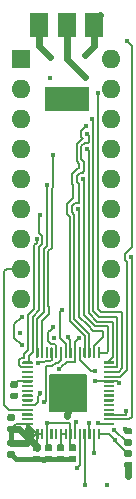
<source format=gbr>
G04 #@! TF.GenerationSoftware,KiCad,Pcbnew,5.1.5+dfsg1-2build2*
G04 #@! TF.CreationDate,2023-02-25T19:10:51+00:00*
G04 #@! TF.ProjectId,video-ram-replacement,76696465-6f2d-4726-916d-2d7265706c61,rev?*
G04 #@! TF.SameCoordinates,Original*
G04 #@! TF.FileFunction,Copper,L1,Top*
G04 #@! TF.FilePolarity,Positive*
%FSLAX46Y46*%
G04 Gerber Fmt 4.6, Leading zero omitted, Abs format (unit mm)*
G04 Created by KiCad (PCBNEW 5.1.5+dfsg1-2build2) date 2023-02-25 19:10:51*
%MOMM*%
%LPD*%
G04 APERTURE LIST*
%ADD10C,0.150000*%
%ADD11O,1.600000X1.600000*%
%ADD12R,1.600000X1.600000*%
%ADD13R,1.500000X2.000000*%
%ADD14R,3.800000X2.000000*%
%ADD15C,0.400000*%
%ADD16C,0.600000*%
%ADD17C,0.400000*%
%ADD18C,0.200000*%
G04 APERTURE END LIST*
G04 #@! TA.AperFunction,SMDPad,CuDef*
D10*
G36*
X107117722Y-122811674D02*
G01*
X107131313Y-122813690D01*
X107144640Y-122817028D01*
X107157576Y-122821657D01*
X107169996Y-122827531D01*
X107181780Y-122834594D01*
X107192815Y-122842779D01*
X107202995Y-122852005D01*
X107212221Y-122862185D01*
X107220406Y-122873220D01*
X107227469Y-122885004D01*
X107233343Y-122897424D01*
X107237972Y-122910360D01*
X107241310Y-122923687D01*
X107243326Y-122937278D01*
X107244000Y-122951000D01*
X107244000Y-123231000D01*
X107243326Y-123244722D01*
X107241310Y-123258313D01*
X107237972Y-123271640D01*
X107233343Y-123284576D01*
X107227469Y-123296996D01*
X107220406Y-123308780D01*
X107212221Y-123319815D01*
X107202995Y-123329995D01*
X107192815Y-123339221D01*
X107181780Y-123347406D01*
X107169996Y-123354469D01*
X107157576Y-123360343D01*
X107144640Y-123364972D01*
X107131313Y-123368310D01*
X107117722Y-123370326D01*
X107104000Y-123371000D01*
X106764000Y-123371000D01*
X106750278Y-123370326D01*
X106736687Y-123368310D01*
X106723360Y-123364972D01*
X106710424Y-123360343D01*
X106698004Y-123354469D01*
X106686220Y-123347406D01*
X106675185Y-123339221D01*
X106665005Y-123329995D01*
X106655779Y-123319815D01*
X106647594Y-123308780D01*
X106640531Y-123296996D01*
X106634657Y-123284576D01*
X106630028Y-123271640D01*
X106626690Y-123258313D01*
X106624674Y-123244722D01*
X106624000Y-123231000D01*
X106624000Y-122951000D01*
X106624674Y-122937278D01*
X106626690Y-122923687D01*
X106630028Y-122910360D01*
X106634657Y-122897424D01*
X106640531Y-122885004D01*
X106647594Y-122873220D01*
X106655779Y-122862185D01*
X106665005Y-122852005D01*
X106675185Y-122842779D01*
X106686220Y-122834594D01*
X106698004Y-122827531D01*
X106710424Y-122821657D01*
X106723360Y-122817028D01*
X106736687Y-122813690D01*
X106750278Y-122811674D01*
X106764000Y-122811000D01*
X107104000Y-122811000D01*
X107117722Y-122811674D01*
G37*
G04 #@! TD.AperFunction*
G04 #@! TA.AperFunction,SMDPad,CuDef*
G36*
X107117722Y-123771674D02*
G01*
X107131313Y-123773690D01*
X107144640Y-123777028D01*
X107157576Y-123781657D01*
X107169996Y-123787531D01*
X107181780Y-123794594D01*
X107192815Y-123802779D01*
X107202995Y-123812005D01*
X107212221Y-123822185D01*
X107220406Y-123833220D01*
X107227469Y-123845004D01*
X107233343Y-123857424D01*
X107237972Y-123870360D01*
X107241310Y-123883687D01*
X107243326Y-123897278D01*
X107244000Y-123911000D01*
X107244000Y-124191000D01*
X107243326Y-124204722D01*
X107241310Y-124218313D01*
X107237972Y-124231640D01*
X107233343Y-124244576D01*
X107227469Y-124256996D01*
X107220406Y-124268780D01*
X107212221Y-124279815D01*
X107202995Y-124289995D01*
X107192815Y-124299221D01*
X107181780Y-124307406D01*
X107169996Y-124314469D01*
X107157576Y-124320343D01*
X107144640Y-124324972D01*
X107131313Y-124328310D01*
X107117722Y-124330326D01*
X107104000Y-124331000D01*
X106764000Y-124331000D01*
X106750278Y-124330326D01*
X106736687Y-124328310D01*
X106723360Y-124324972D01*
X106710424Y-124320343D01*
X106698004Y-124314469D01*
X106686220Y-124307406D01*
X106675185Y-124299221D01*
X106665005Y-124289995D01*
X106655779Y-124279815D01*
X106647594Y-124268780D01*
X106640531Y-124256996D01*
X106634657Y-124244576D01*
X106630028Y-124231640D01*
X106626690Y-124218313D01*
X106624674Y-124204722D01*
X106624000Y-124191000D01*
X106624000Y-123911000D01*
X106624674Y-123897278D01*
X106626690Y-123883687D01*
X106630028Y-123870360D01*
X106634657Y-123857424D01*
X106640531Y-123845004D01*
X106647594Y-123833220D01*
X106655779Y-123822185D01*
X106665005Y-123812005D01*
X106675185Y-123802779D01*
X106686220Y-123794594D01*
X106698004Y-123787531D01*
X106710424Y-123781657D01*
X106723360Y-123777028D01*
X106736687Y-123773690D01*
X106750278Y-123771674D01*
X106764000Y-123771000D01*
X107104000Y-123771000D01*
X107117722Y-123771674D01*
G37*
G04 #@! TD.AperFunction*
G04 #@! TA.AperFunction,SMDPad,CuDef*
G36*
X99370722Y-123263674D02*
G01*
X99384313Y-123265690D01*
X99397640Y-123269028D01*
X99410576Y-123273657D01*
X99422996Y-123279531D01*
X99434780Y-123286594D01*
X99445815Y-123294779D01*
X99455995Y-123304005D01*
X99465221Y-123314185D01*
X99473406Y-123325220D01*
X99480469Y-123337004D01*
X99486343Y-123349424D01*
X99490972Y-123362360D01*
X99494310Y-123375687D01*
X99496326Y-123389278D01*
X99497000Y-123403000D01*
X99497000Y-123683000D01*
X99496326Y-123696722D01*
X99494310Y-123710313D01*
X99490972Y-123723640D01*
X99486343Y-123736576D01*
X99480469Y-123748996D01*
X99473406Y-123760780D01*
X99465221Y-123771815D01*
X99455995Y-123781995D01*
X99445815Y-123791221D01*
X99434780Y-123799406D01*
X99422996Y-123806469D01*
X99410576Y-123812343D01*
X99397640Y-123816972D01*
X99384313Y-123820310D01*
X99370722Y-123822326D01*
X99357000Y-123823000D01*
X99017000Y-123823000D01*
X99003278Y-123822326D01*
X98989687Y-123820310D01*
X98976360Y-123816972D01*
X98963424Y-123812343D01*
X98951004Y-123806469D01*
X98939220Y-123799406D01*
X98928185Y-123791221D01*
X98918005Y-123781995D01*
X98908779Y-123771815D01*
X98900594Y-123760780D01*
X98893531Y-123748996D01*
X98887657Y-123736576D01*
X98883028Y-123723640D01*
X98879690Y-123710313D01*
X98877674Y-123696722D01*
X98877000Y-123683000D01*
X98877000Y-123403000D01*
X98877674Y-123389278D01*
X98879690Y-123375687D01*
X98883028Y-123362360D01*
X98887657Y-123349424D01*
X98893531Y-123337004D01*
X98900594Y-123325220D01*
X98908779Y-123314185D01*
X98918005Y-123304005D01*
X98928185Y-123294779D01*
X98939220Y-123286594D01*
X98951004Y-123279531D01*
X98963424Y-123273657D01*
X98976360Y-123269028D01*
X98989687Y-123265690D01*
X99003278Y-123263674D01*
X99017000Y-123263000D01*
X99357000Y-123263000D01*
X99370722Y-123263674D01*
G37*
G04 #@! TD.AperFunction*
G04 #@! TA.AperFunction,SMDPad,CuDef*
G36*
X99370722Y-122303674D02*
G01*
X99384313Y-122305690D01*
X99397640Y-122309028D01*
X99410576Y-122313657D01*
X99422996Y-122319531D01*
X99434780Y-122326594D01*
X99445815Y-122334779D01*
X99455995Y-122344005D01*
X99465221Y-122354185D01*
X99473406Y-122365220D01*
X99480469Y-122377004D01*
X99486343Y-122389424D01*
X99490972Y-122402360D01*
X99494310Y-122415687D01*
X99496326Y-122429278D01*
X99497000Y-122443000D01*
X99497000Y-122723000D01*
X99496326Y-122736722D01*
X99494310Y-122750313D01*
X99490972Y-122763640D01*
X99486343Y-122776576D01*
X99480469Y-122788996D01*
X99473406Y-122800780D01*
X99465221Y-122811815D01*
X99455995Y-122821995D01*
X99445815Y-122831221D01*
X99434780Y-122839406D01*
X99422996Y-122846469D01*
X99410576Y-122852343D01*
X99397640Y-122856972D01*
X99384313Y-122860310D01*
X99370722Y-122862326D01*
X99357000Y-122863000D01*
X99017000Y-122863000D01*
X99003278Y-122862326D01*
X98989687Y-122860310D01*
X98976360Y-122856972D01*
X98963424Y-122852343D01*
X98951004Y-122846469D01*
X98939220Y-122839406D01*
X98928185Y-122831221D01*
X98918005Y-122821995D01*
X98908779Y-122811815D01*
X98900594Y-122800780D01*
X98893531Y-122788996D01*
X98887657Y-122776576D01*
X98883028Y-122763640D01*
X98879690Y-122750313D01*
X98877674Y-122736722D01*
X98877000Y-122723000D01*
X98877000Y-122443000D01*
X98877674Y-122429278D01*
X98879690Y-122415687D01*
X98883028Y-122402360D01*
X98887657Y-122389424D01*
X98893531Y-122377004D01*
X98900594Y-122365220D01*
X98908779Y-122354185D01*
X98918005Y-122344005D01*
X98928185Y-122334779D01*
X98939220Y-122326594D01*
X98951004Y-122319531D01*
X98963424Y-122313657D01*
X98976360Y-122309028D01*
X98989687Y-122305690D01*
X99003278Y-122303674D01*
X99017000Y-122303000D01*
X99357000Y-122303000D01*
X99370722Y-122303674D01*
G37*
G04 #@! TD.AperFunction*
G04 #@! TA.AperFunction,SMDPad,CuDef*
G36*
X100386722Y-123263674D02*
G01*
X100400313Y-123265690D01*
X100413640Y-123269028D01*
X100426576Y-123273657D01*
X100438996Y-123279531D01*
X100450780Y-123286594D01*
X100461815Y-123294779D01*
X100471995Y-123304005D01*
X100481221Y-123314185D01*
X100489406Y-123325220D01*
X100496469Y-123337004D01*
X100502343Y-123349424D01*
X100506972Y-123362360D01*
X100510310Y-123375687D01*
X100512326Y-123389278D01*
X100513000Y-123403000D01*
X100513000Y-123683000D01*
X100512326Y-123696722D01*
X100510310Y-123710313D01*
X100506972Y-123723640D01*
X100502343Y-123736576D01*
X100496469Y-123748996D01*
X100489406Y-123760780D01*
X100481221Y-123771815D01*
X100471995Y-123781995D01*
X100461815Y-123791221D01*
X100450780Y-123799406D01*
X100438996Y-123806469D01*
X100426576Y-123812343D01*
X100413640Y-123816972D01*
X100400313Y-123820310D01*
X100386722Y-123822326D01*
X100373000Y-123823000D01*
X100033000Y-123823000D01*
X100019278Y-123822326D01*
X100005687Y-123820310D01*
X99992360Y-123816972D01*
X99979424Y-123812343D01*
X99967004Y-123806469D01*
X99955220Y-123799406D01*
X99944185Y-123791221D01*
X99934005Y-123781995D01*
X99924779Y-123771815D01*
X99916594Y-123760780D01*
X99909531Y-123748996D01*
X99903657Y-123736576D01*
X99899028Y-123723640D01*
X99895690Y-123710313D01*
X99893674Y-123696722D01*
X99893000Y-123683000D01*
X99893000Y-123403000D01*
X99893674Y-123389278D01*
X99895690Y-123375687D01*
X99899028Y-123362360D01*
X99903657Y-123349424D01*
X99909531Y-123337004D01*
X99916594Y-123325220D01*
X99924779Y-123314185D01*
X99934005Y-123304005D01*
X99944185Y-123294779D01*
X99955220Y-123286594D01*
X99967004Y-123279531D01*
X99979424Y-123273657D01*
X99992360Y-123269028D01*
X100005687Y-123265690D01*
X100019278Y-123263674D01*
X100033000Y-123263000D01*
X100373000Y-123263000D01*
X100386722Y-123263674D01*
G37*
G04 #@! TD.AperFunction*
G04 #@! TA.AperFunction,SMDPad,CuDef*
G36*
X100386722Y-122303674D02*
G01*
X100400313Y-122305690D01*
X100413640Y-122309028D01*
X100426576Y-122313657D01*
X100438996Y-122319531D01*
X100450780Y-122326594D01*
X100461815Y-122334779D01*
X100471995Y-122344005D01*
X100481221Y-122354185D01*
X100489406Y-122365220D01*
X100496469Y-122377004D01*
X100502343Y-122389424D01*
X100506972Y-122402360D01*
X100510310Y-122415687D01*
X100512326Y-122429278D01*
X100513000Y-122443000D01*
X100513000Y-122723000D01*
X100512326Y-122736722D01*
X100510310Y-122750313D01*
X100506972Y-122763640D01*
X100502343Y-122776576D01*
X100496469Y-122788996D01*
X100489406Y-122800780D01*
X100481221Y-122811815D01*
X100471995Y-122821995D01*
X100461815Y-122831221D01*
X100450780Y-122839406D01*
X100438996Y-122846469D01*
X100426576Y-122852343D01*
X100413640Y-122856972D01*
X100400313Y-122860310D01*
X100386722Y-122862326D01*
X100373000Y-122863000D01*
X100033000Y-122863000D01*
X100019278Y-122862326D01*
X100005687Y-122860310D01*
X99992360Y-122856972D01*
X99979424Y-122852343D01*
X99967004Y-122846469D01*
X99955220Y-122839406D01*
X99944185Y-122831221D01*
X99934005Y-122821995D01*
X99924779Y-122811815D01*
X99916594Y-122800780D01*
X99909531Y-122788996D01*
X99903657Y-122776576D01*
X99899028Y-122763640D01*
X99895690Y-122750313D01*
X99893674Y-122736722D01*
X99893000Y-122723000D01*
X99893000Y-122443000D01*
X99893674Y-122429278D01*
X99895690Y-122415687D01*
X99899028Y-122402360D01*
X99903657Y-122389424D01*
X99909531Y-122377004D01*
X99916594Y-122365220D01*
X99924779Y-122354185D01*
X99934005Y-122344005D01*
X99944185Y-122334779D01*
X99955220Y-122326594D01*
X99967004Y-122319531D01*
X99979424Y-122313657D01*
X99992360Y-122309028D01*
X100005687Y-122305690D01*
X100019278Y-122303674D01*
X100033000Y-122303000D01*
X100373000Y-122303000D01*
X100386722Y-122303674D01*
G37*
G04 #@! TD.AperFunction*
D11*
X105515000Y-89648000D03*
X97895000Y-109968000D03*
X105515000Y-92188000D03*
X97895000Y-107428000D03*
X105515000Y-94728000D03*
X97895000Y-104888000D03*
X105515000Y-97268000D03*
X97895000Y-102348000D03*
X105515000Y-99808000D03*
X97895000Y-99808000D03*
X105515000Y-102348000D03*
X97895000Y-97268000D03*
X105515000Y-104888000D03*
X97895000Y-94728000D03*
X105515000Y-107428000D03*
X97895000Y-92188000D03*
X105515000Y-109968000D03*
D12*
X97895000Y-89648000D03*
D13*
X104027000Y-86766000D03*
X99427000Y-86766000D03*
X101727000Y-86766000D03*
D14*
X101727000Y-93066000D03*
G04 #@! TA.AperFunction,SMDPad,CuDef*
D10*
G36*
X103324114Y-116383693D02*
G01*
X103338093Y-116385767D01*
X103351801Y-116389201D01*
X103365106Y-116393961D01*
X103377881Y-116400003D01*
X103390002Y-116407268D01*
X103401353Y-116415686D01*
X103411823Y-116425177D01*
X103421314Y-116435647D01*
X103429732Y-116446998D01*
X103436997Y-116459119D01*
X103443039Y-116471894D01*
X103447799Y-116485199D01*
X103451233Y-116498907D01*
X103453307Y-116512886D01*
X103454000Y-116527000D01*
X103454000Y-119439000D01*
X103453307Y-119453114D01*
X103451233Y-119467093D01*
X103447799Y-119480801D01*
X103443039Y-119494106D01*
X103436997Y-119506881D01*
X103429732Y-119519002D01*
X103421314Y-119530353D01*
X103411823Y-119540823D01*
X103401353Y-119550314D01*
X103390002Y-119558732D01*
X103377881Y-119565997D01*
X103365106Y-119572039D01*
X103351801Y-119576799D01*
X103338093Y-119580233D01*
X103324114Y-119582307D01*
X103310000Y-119583000D01*
X100398000Y-119583000D01*
X100383886Y-119582307D01*
X100369907Y-119580233D01*
X100356199Y-119576799D01*
X100342894Y-119572039D01*
X100330119Y-119565997D01*
X100317998Y-119558732D01*
X100306647Y-119550314D01*
X100296177Y-119540823D01*
X100286686Y-119530353D01*
X100278268Y-119519002D01*
X100271003Y-119506881D01*
X100264961Y-119494106D01*
X100260201Y-119480801D01*
X100256767Y-119467093D01*
X100254693Y-119453114D01*
X100254000Y-119439000D01*
X100254000Y-116527000D01*
X100254693Y-116512886D01*
X100256767Y-116498907D01*
X100260201Y-116485199D01*
X100264961Y-116471894D01*
X100271003Y-116459119D01*
X100278268Y-116446998D01*
X100286686Y-116435647D01*
X100296177Y-116425177D01*
X100306647Y-116415686D01*
X100317998Y-116407268D01*
X100330119Y-116400003D01*
X100342894Y-116393961D01*
X100356199Y-116389201D01*
X100369907Y-116385767D01*
X100383886Y-116383693D01*
X100398000Y-116383000D01*
X103310000Y-116383000D01*
X103324114Y-116383693D01*
G37*
G04 #@! TD.AperFunction*
G04 #@! TA.AperFunction,SMDPad,CuDef*
G36*
X105683901Y-120483241D02*
G01*
X105688755Y-120483961D01*
X105693514Y-120485153D01*
X105698134Y-120486806D01*
X105702570Y-120488904D01*
X105706779Y-120491427D01*
X105710720Y-120494349D01*
X105714355Y-120497645D01*
X105717651Y-120501280D01*
X105720573Y-120505221D01*
X105723096Y-120509430D01*
X105725194Y-120513866D01*
X105726847Y-120518486D01*
X105728039Y-120523245D01*
X105728759Y-120528099D01*
X105729000Y-120533000D01*
X105729000Y-120633000D01*
X105728759Y-120637901D01*
X105728039Y-120642755D01*
X105726847Y-120647514D01*
X105725194Y-120652134D01*
X105723096Y-120656570D01*
X105720573Y-120660779D01*
X105717651Y-120664720D01*
X105714355Y-120668355D01*
X105710720Y-120671651D01*
X105706779Y-120674573D01*
X105702570Y-120677096D01*
X105698134Y-120679194D01*
X105693514Y-120680847D01*
X105688755Y-120682039D01*
X105683901Y-120682759D01*
X105679000Y-120683000D01*
X104904000Y-120683000D01*
X104899099Y-120682759D01*
X104894245Y-120682039D01*
X104889486Y-120680847D01*
X104884866Y-120679194D01*
X104880430Y-120677096D01*
X104876221Y-120674573D01*
X104872280Y-120671651D01*
X104868645Y-120668355D01*
X104865349Y-120664720D01*
X104862427Y-120660779D01*
X104859904Y-120656570D01*
X104857806Y-120652134D01*
X104856153Y-120647514D01*
X104854961Y-120642755D01*
X104854241Y-120637901D01*
X104854000Y-120633000D01*
X104854000Y-120533000D01*
X104854241Y-120528099D01*
X104854961Y-120523245D01*
X104856153Y-120518486D01*
X104857806Y-120513866D01*
X104859904Y-120509430D01*
X104862427Y-120505221D01*
X104865349Y-120501280D01*
X104868645Y-120497645D01*
X104872280Y-120494349D01*
X104876221Y-120491427D01*
X104880430Y-120488904D01*
X104884866Y-120486806D01*
X104889486Y-120485153D01*
X104894245Y-120483961D01*
X104899099Y-120483241D01*
X104904000Y-120483000D01*
X105679000Y-120483000D01*
X105683901Y-120483241D01*
G37*
G04 #@! TD.AperFunction*
G04 #@! TA.AperFunction,SMDPad,CuDef*
G36*
X105683901Y-120083241D02*
G01*
X105688755Y-120083961D01*
X105693514Y-120085153D01*
X105698134Y-120086806D01*
X105702570Y-120088904D01*
X105706779Y-120091427D01*
X105710720Y-120094349D01*
X105714355Y-120097645D01*
X105717651Y-120101280D01*
X105720573Y-120105221D01*
X105723096Y-120109430D01*
X105725194Y-120113866D01*
X105726847Y-120118486D01*
X105728039Y-120123245D01*
X105728759Y-120128099D01*
X105729000Y-120133000D01*
X105729000Y-120233000D01*
X105728759Y-120237901D01*
X105728039Y-120242755D01*
X105726847Y-120247514D01*
X105725194Y-120252134D01*
X105723096Y-120256570D01*
X105720573Y-120260779D01*
X105717651Y-120264720D01*
X105714355Y-120268355D01*
X105710720Y-120271651D01*
X105706779Y-120274573D01*
X105702570Y-120277096D01*
X105698134Y-120279194D01*
X105693514Y-120280847D01*
X105688755Y-120282039D01*
X105683901Y-120282759D01*
X105679000Y-120283000D01*
X104904000Y-120283000D01*
X104899099Y-120282759D01*
X104894245Y-120282039D01*
X104889486Y-120280847D01*
X104884866Y-120279194D01*
X104880430Y-120277096D01*
X104876221Y-120274573D01*
X104872280Y-120271651D01*
X104868645Y-120268355D01*
X104865349Y-120264720D01*
X104862427Y-120260779D01*
X104859904Y-120256570D01*
X104857806Y-120252134D01*
X104856153Y-120247514D01*
X104854961Y-120242755D01*
X104854241Y-120237901D01*
X104854000Y-120233000D01*
X104854000Y-120133000D01*
X104854241Y-120128099D01*
X104854961Y-120123245D01*
X104856153Y-120118486D01*
X104857806Y-120113866D01*
X104859904Y-120109430D01*
X104862427Y-120105221D01*
X104865349Y-120101280D01*
X104868645Y-120097645D01*
X104872280Y-120094349D01*
X104876221Y-120091427D01*
X104880430Y-120088904D01*
X104884866Y-120086806D01*
X104889486Y-120085153D01*
X104894245Y-120083961D01*
X104899099Y-120083241D01*
X104904000Y-120083000D01*
X105679000Y-120083000D01*
X105683901Y-120083241D01*
G37*
G04 #@! TD.AperFunction*
G04 #@! TA.AperFunction,SMDPad,CuDef*
G36*
X105683901Y-119683241D02*
G01*
X105688755Y-119683961D01*
X105693514Y-119685153D01*
X105698134Y-119686806D01*
X105702570Y-119688904D01*
X105706779Y-119691427D01*
X105710720Y-119694349D01*
X105714355Y-119697645D01*
X105717651Y-119701280D01*
X105720573Y-119705221D01*
X105723096Y-119709430D01*
X105725194Y-119713866D01*
X105726847Y-119718486D01*
X105728039Y-119723245D01*
X105728759Y-119728099D01*
X105729000Y-119733000D01*
X105729000Y-119833000D01*
X105728759Y-119837901D01*
X105728039Y-119842755D01*
X105726847Y-119847514D01*
X105725194Y-119852134D01*
X105723096Y-119856570D01*
X105720573Y-119860779D01*
X105717651Y-119864720D01*
X105714355Y-119868355D01*
X105710720Y-119871651D01*
X105706779Y-119874573D01*
X105702570Y-119877096D01*
X105698134Y-119879194D01*
X105693514Y-119880847D01*
X105688755Y-119882039D01*
X105683901Y-119882759D01*
X105679000Y-119883000D01*
X104904000Y-119883000D01*
X104899099Y-119882759D01*
X104894245Y-119882039D01*
X104889486Y-119880847D01*
X104884866Y-119879194D01*
X104880430Y-119877096D01*
X104876221Y-119874573D01*
X104872280Y-119871651D01*
X104868645Y-119868355D01*
X104865349Y-119864720D01*
X104862427Y-119860779D01*
X104859904Y-119856570D01*
X104857806Y-119852134D01*
X104856153Y-119847514D01*
X104854961Y-119842755D01*
X104854241Y-119837901D01*
X104854000Y-119833000D01*
X104854000Y-119733000D01*
X104854241Y-119728099D01*
X104854961Y-119723245D01*
X104856153Y-119718486D01*
X104857806Y-119713866D01*
X104859904Y-119709430D01*
X104862427Y-119705221D01*
X104865349Y-119701280D01*
X104868645Y-119697645D01*
X104872280Y-119694349D01*
X104876221Y-119691427D01*
X104880430Y-119688904D01*
X104884866Y-119686806D01*
X104889486Y-119685153D01*
X104894245Y-119683961D01*
X104899099Y-119683241D01*
X104904000Y-119683000D01*
X105679000Y-119683000D01*
X105683901Y-119683241D01*
G37*
G04 #@! TD.AperFunction*
G04 #@! TA.AperFunction,SMDPad,CuDef*
G36*
X105683901Y-119283241D02*
G01*
X105688755Y-119283961D01*
X105693514Y-119285153D01*
X105698134Y-119286806D01*
X105702570Y-119288904D01*
X105706779Y-119291427D01*
X105710720Y-119294349D01*
X105714355Y-119297645D01*
X105717651Y-119301280D01*
X105720573Y-119305221D01*
X105723096Y-119309430D01*
X105725194Y-119313866D01*
X105726847Y-119318486D01*
X105728039Y-119323245D01*
X105728759Y-119328099D01*
X105729000Y-119333000D01*
X105729000Y-119433000D01*
X105728759Y-119437901D01*
X105728039Y-119442755D01*
X105726847Y-119447514D01*
X105725194Y-119452134D01*
X105723096Y-119456570D01*
X105720573Y-119460779D01*
X105717651Y-119464720D01*
X105714355Y-119468355D01*
X105710720Y-119471651D01*
X105706779Y-119474573D01*
X105702570Y-119477096D01*
X105698134Y-119479194D01*
X105693514Y-119480847D01*
X105688755Y-119482039D01*
X105683901Y-119482759D01*
X105679000Y-119483000D01*
X104904000Y-119483000D01*
X104899099Y-119482759D01*
X104894245Y-119482039D01*
X104889486Y-119480847D01*
X104884866Y-119479194D01*
X104880430Y-119477096D01*
X104876221Y-119474573D01*
X104872280Y-119471651D01*
X104868645Y-119468355D01*
X104865349Y-119464720D01*
X104862427Y-119460779D01*
X104859904Y-119456570D01*
X104857806Y-119452134D01*
X104856153Y-119447514D01*
X104854961Y-119442755D01*
X104854241Y-119437901D01*
X104854000Y-119433000D01*
X104854000Y-119333000D01*
X104854241Y-119328099D01*
X104854961Y-119323245D01*
X104856153Y-119318486D01*
X104857806Y-119313866D01*
X104859904Y-119309430D01*
X104862427Y-119305221D01*
X104865349Y-119301280D01*
X104868645Y-119297645D01*
X104872280Y-119294349D01*
X104876221Y-119291427D01*
X104880430Y-119288904D01*
X104884866Y-119286806D01*
X104889486Y-119285153D01*
X104894245Y-119283961D01*
X104899099Y-119283241D01*
X104904000Y-119283000D01*
X105679000Y-119283000D01*
X105683901Y-119283241D01*
G37*
G04 #@! TD.AperFunction*
G04 #@! TA.AperFunction,SMDPad,CuDef*
G36*
X105683901Y-118883241D02*
G01*
X105688755Y-118883961D01*
X105693514Y-118885153D01*
X105698134Y-118886806D01*
X105702570Y-118888904D01*
X105706779Y-118891427D01*
X105710720Y-118894349D01*
X105714355Y-118897645D01*
X105717651Y-118901280D01*
X105720573Y-118905221D01*
X105723096Y-118909430D01*
X105725194Y-118913866D01*
X105726847Y-118918486D01*
X105728039Y-118923245D01*
X105728759Y-118928099D01*
X105729000Y-118933000D01*
X105729000Y-119033000D01*
X105728759Y-119037901D01*
X105728039Y-119042755D01*
X105726847Y-119047514D01*
X105725194Y-119052134D01*
X105723096Y-119056570D01*
X105720573Y-119060779D01*
X105717651Y-119064720D01*
X105714355Y-119068355D01*
X105710720Y-119071651D01*
X105706779Y-119074573D01*
X105702570Y-119077096D01*
X105698134Y-119079194D01*
X105693514Y-119080847D01*
X105688755Y-119082039D01*
X105683901Y-119082759D01*
X105679000Y-119083000D01*
X104904000Y-119083000D01*
X104899099Y-119082759D01*
X104894245Y-119082039D01*
X104889486Y-119080847D01*
X104884866Y-119079194D01*
X104880430Y-119077096D01*
X104876221Y-119074573D01*
X104872280Y-119071651D01*
X104868645Y-119068355D01*
X104865349Y-119064720D01*
X104862427Y-119060779D01*
X104859904Y-119056570D01*
X104857806Y-119052134D01*
X104856153Y-119047514D01*
X104854961Y-119042755D01*
X104854241Y-119037901D01*
X104854000Y-119033000D01*
X104854000Y-118933000D01*
X104854241Y-118928099D01*
X104854961Y-118923245D01*
X104856153Y-118918486D01*
X104857806Y-118913866D01*
X104859904Y-118909430D01*
X104862427Y-118905221D01*
X104865349Y-118901280D01*
X104868645Y-118897645D01*
X104872280Y-118894349D01*
X104876221Y-118891427D01*
X104880430Y-118888904D01*
X104884866Y-118886806D01*
X104889486Y-118885153D01*
X104894245Y-118883961D01*
X104899099Y-118883241D01*
X104904000Y-118883000D01*
X105679000Y-118883000D01*
X105683901Y-118883241D01*
G37*
G04 #@! TD.AperFunction*
G04 #@! TA.AperFunction,SMDPad,CuDef*
G36*
X105683901Y-118483241D02*
G01*
X105688755Y-118483961D01*
X105693514Y-118485153D01*
X105698134Y-118486806D01*
X105702570Y-118488904D01*
X105706779Y-118491427D01*
X105710720Y-118494349D01*
X105714355Y-118497645D01*
X105717651Y-118501280D01*
X105720573Y-118505221D01*
X105723096Y-118509430D01*
X105725194Y-118513866D01*
X105726847Y-118518486D01*
X105728039Y-118523245D01*
X105728759Y-118528099D01*
X105729000Y-118533000D01*
X105729000Y-118633000D01*
X105728759Y-118637901D01*
X105728039Y-118642755D01*
X105726847Y-118647514D01*
X105725194Y-118652134D01*
X105723096Y-118656570D01*
X105720573Y-118660779D01*
X105717651Y-118664720D01*
X105714355Y-118668355D01*
X105710720Y-118671651D01*
X105706779Y-118674573D01*
X105702570Y-118677096D01*
X105698134Y-118679194D01*
X105693514Y-118680847D01*
X105688755Y-118682039D01*
X105683901Y-118682759D01*
X105679000Y-118683000D01*
X104904000Y-118683000D01*
X104899099Y-118682759D01*
X104894245Y-118682039D01*
X104889486Y-118680847D01*
X104884866Y-118679194D01*
X104880430Y-118677096D01*
X104876221Y-118674573D01*
X104872280Y-118671651D01*
X104868645Y-118668355D01*
X104865349Y-118664720D01*
X104862427Y-118660779D01*
X104859904Y-118656570D01*
X104857806Y-118652134D01*
X104856153Y-118647514D01*
X104854961Y-118642755D01*
X104854241Y-118637901D01*
X104854000Y-118633000D01*
X104854000Y-118533000D01*
X104854241Y-118528099D01*
X104854961Y-118523245D01*
X104856153Y-118518486D01*
X104857806Y-118513866D01*
X104859904Y-118509430D01*
X104862427Y-118505221D01*
X104865349Y-118501280D01*
X104868645Y-118497645D01*
X104872280Y-118494349D01*
X104876221Y-118491427D01*
X104880430Y-118488904D01*
X104884866Y-118486806D01*
X104889486Y-118485153D01*
X104894245Y-118483961D01*
X104899099Y-118483241D01*
X104904000Y-118483000D01*
X105679000Y-118483000D01*
X105683901Y-118483241D01*
G37*
G04 #@! TD.AperFunction*
G04 #@! TA.AperFunction,SMDPad,CuDef*
G36*
X105683901Y-118083241D02*
G01*
X105688755Y-118083961D01*
X105693514Y-118085153D01*
X105698134Y-118086806D01*
X105702570Y-118088904D01*
X105706779Y-118091427D01*
X105710720Y-118094349D01*
X105714355Y-118097645D01*
X105717651Y-118101280D01*
X105720573Y-118105221D01*
X105723096Y-118109430D01*
X105725194Y-118113866D01*
X105726847Y-118118486D01*
X105728039Y-118123245D01*
X105728759Y-118128099D01*
X105729000Y-118133000D01*
X105729000Y-118233000D01*
X105728759Y-118237901D01*
X105728039Y-118242755D01*
X105726847Y-118247514D01*
X105725194Y-118252134D01*
X105723096Y-118256570D01*
X105720573Y-118260779D01*
X105717651Y-118264720D01*
X105714355Y-118268355D01*
X105710720Y-118271651D01*
X105706779Y-118274573D01*
X105702570Y-118277096D01*
X105698134Y-118279194D01*
X105693514Y-118280847D01*
X105688755Y-118282039D01*
X105683901Y-118282759D01*
X105679000Y-118283000D01*
X104904000Y-118283000D01*
X104899099Y-118282759D01*
X104894245Y-118282039D01*
X104889486Y-118280847D01*
X104884866Y-118279194D01*
X104880430Y-118277096D01*
X104876221Y-118274573D01*
X104872280Y-118271651D01*
X104868645Y-118268355D01*
X104865349Y-118264720D01*
X104862427Y-118260779D01*
X104859904Y-118256570D01*
X104857806Y-118252134D01*
X104856153Y-118247514D01*
X104854961Y-118242755D01*
X104854241Y-118237901D01*
X104854000Y-118233000D01*
X104854000Y-118133000D01*
X104854241Y-118128099D01*
X104854961Y-118123245D01*
X104856153Y-118118486D01*
X104857806Y-118113866D01*
X104859904Y-118109430D01*
X104862427Y-118105221D01*
X104865349Y-118101280D01*
X104868645Y-118097645D01*
X104872280Y-118094349D01*
X104876221Y-118091427D01*
X104880430Y-118088904D01*
X104884866Y-118086806D01*
X104889486Y-118085153D01*
X104894245Y-118083961D01*
X104899099Y-118083241D01*
X104904000Y-118083000D01*
X105679000Y-118083000D01*
X105683901Y-118083241D01*
G37*
G04 #@! TD.AperFunction*
G04 #@! TA.AperFunction,SMDPad,CuDef*
G36*
X105683901Y-117683241D02*
G01*
X105688755Y-117683961D01*
X105693514Y-117685153D01*
X105698134Y-117686806D01*
X105702570Y-117688904D01*
X105706779Y-117691427D01*
X105710720Y-117694349D01*
X105714355Y-117697645D01*
X105717651Y-117701280D01*
X105720573Y-117705221D01*
X105723096Y-117709430D01*
X105725194Y-117713866D01*
X105726847Y-117718486D01*
X105728039Y-117723245D01*
X105728759Y-117728099D01*
X105729000Y-117733000D01*
X105729000Y-117833000D01*
X105728759Y-117837901D01*
X105728039Y-117842755D01*
X105726847Y-117847514D01*
X105725194Y-117852134D01*
X105723096Y-117856570D01*
X105720573Y-117860779D01*
X105717651Y-117864720D01*
X105714355Y-117868355D01*
X105710720Y-117871651D01*
X105706779Y-117874573D01*
X105702570Y-117877096D01*
X105698134Y-117879194D01*
X105693514Y-117880847D01*
X105688755Y-117882039D01*
X105683901Y-117882759D01*
X105679000Y-117883000D01*
X104904000Y-117883000D01*
X104899099Y-117882759D01*
X104894245Y-117882039D01*
X104889486Y-117880847D01*
X104884866Y-117879194D01*
X104880430Y-117877096D01*
X104876221Y-117874573D01*
X104872280Y-117871651D01*
X104868645Y-117868355D01*
X104865349Y-117864720D01*
X104862427Y-117860779D01*
X104859904Y-117856570D01*
X104857806Y-117852134D01*
X104856153Y-117847514D01*
X104854961Y-117842755D01*
X104854241Y-117837901D01*
X104854000Y-117833000D01*
X104854000Y-117733000D01*
X104854241Y-117728099D01*
X104854961Y-117723245D01*
X104856153Y-117718486D01*
X104857806Y-117713866D01*
X104859904Y-117709430D01*
X104862427Y-117705221D01*
X104865349Y-117701280D01*
X104868645Y-117697645D01*
X104872280Y-117694349D01*
X104876221Y-117691427D01*
X104880430Y-117688904D01*
X104884866Y-117686806D01*
X104889486Y-117685153D01*
X104894245Y-117683961D01*
X104899099Y-117683241D01*
X104904000Y-117683000D01*
X105679000Y-117683000D01*
X105683901Y-117683241D01*
G37*
G04 #@! TD.AperFunction*
G04 #@! TA.AperFunction,SMDPad,CuDef*
G36*
X105683901Y-117283241D02*
G01*
X105688755Y-117283961D01*
X105693514Y-117285153D01*
X105698134Y-117286806D01*
X105702570Y-117288904D01*
X105706779Y-117291427D01*
X105710720Y-117294349D01*
X105714355Y-117297645D01*
X105717651Y-117301280D01*
X105720573Y-117305221D01*
X105723096Y-117309430D01*
X105725194Y-117313866D01*
X105726847Y-117318486D01*
X105728039Y-117323245D01*
X105728759Y-117328099D01*
X105729000Y-117333000D01*
X105729000Y-117433000D01*
X105728759Y-117437901D01*
X105728039Y-117442755D01*
X105726847Y-117447514D01*
X105725194Y-117452134D01*
X105723096Y-117456570D01*
X105720573Y-117460779D01*
X105717651Y-117464720D01*
X105714355Y-117468355D01*
X105710720Y-117471651D01*
X105706779Y-117474573D01*
X105702570Y-117477096D01*
X105698134Y-117479194D01*
X105693514Y-117480847D01*
X105688755Y-117482039D01*
X105683901Y-117482759D01*
X105679000Y-117483000D01*
X104904000Y-117483000D01*
X104899099Y-117482759D01*
X104894245Y-117482039D01*
X104889486Y-117480847D01*
X104884866Y-117479194D01*
X104880430Y-117477096D01*
X104876221Y-117474573D01*
X104872280Y-117471651D01*
X104868645Y-117468355D01*
X104865349Y-117464720D01*
X104862427Y-117460779D01*
X104859904Y-117456570D01*
X104857806Y-117452134D01*
X104856153Y-117447514D01*
X104854961Y-117442755D01*
X104854241Y-117437901D01*
X104854000Y-117433000D01*
X104854000Y-117333000D01*
X104854241Y-117328099D01*
X104854961Y-117323245D01*
X104856153Y-117318486D01*
X104857806Y-117313866D01*
X104859904Y-117309430D01*
X104862427Y-117305221D01*
X104865349Y-117301280D01*
X104868645Y-117297645D01*
X104872280Y-117294349D01*
X104876221Y-117291427D01*
X104880430Y-117288904D01*
X104884866Y-117286806D01*
X104889486Y-117285153D01*
X104894245Y-117283961D01*
X104899099Y-117283241D01*
X104904000Y-117283000D01*
X105679000Y-117283000D01*
X105683901Y-117283241D01*
G37*
G04 #@! TD.AperFunction*
G04 #@! TA.AperFunction,SMDPad,CuDef*
G36*
X105683901Y-116883241D02*
G01*
X105688755Y-116883961D01*
X105693514Y-116885153D01*
X105698134Y-116886806D01*
X105702570Y-116888904D01*
X105706779Y-116891427D01*
X105710720Y-116894349D01*
X105714355Y-116897645D01*
X105717651Y-116901280D01*
X105720573Y-116905221D01*
X105723096Y-116909430D01*
X105725194Y-116913866D01*
X105726847Y-116918486D01*
X105728039Y-116923245D01*
X105728759Y-116928099D01*
X105729000Y-116933000D01*
X105729000Y-117033000D01*
X105728759Y-117037901D01*
X105728039Y-117042755D01*
X105726847Y-117047514D01*
X105725194Y-117052134D01*
X105723096Y-117056570D01*
X105720573Y-117060779D01*
X105717651Y-117064720D01*
X105714355Y-117068355D01*
X105710720Y-117071651D01*
X105706779Y-117074573D01*
X105702570Y-117077096D01*
X105698134Y-117079194D01*
X105693514Y-117080847D01*
X105688755Y-117082039D01*
X105683901Y-117082759D01*
X105679000Y-117083000D01*
X104904000Y-117083000D01*
X104899099Y-117082759D01*
X104894245Y-117082039D01*
X104889486Y-117080847D01*
X104884866Y-117079194D01*
X104880430Y-117077096D01*
X104876221Y-117074573D01*
X104872280Y-117071651D01*
X104868645Y-117068355D01*
X104865349Y-117064720D01*
X104862427Y-117060779D01*
X104859904Y-117056570D01*
X104857806Y-117052134D01*
X104856153Y-117047514D01*
X104854961Y-117042755D01*
X104854241Y-117037901D01*
X104854000Y-117033000D01*
X104854000Y-116933000D01*
X104854241Y-116928099D01*
X104854961Y-116923245D01*
X104856153Y-116918486D01*
X104857806Y-116913866D01*
X104859904Y-116909430D01*
X104862427Y-116905221D01*
X104865349Y-116901280D01*
X104868645Y-116897645D01*
X104872280Y-116894349D01*
X104876221Y-116891427D01*
X104880430Y-116888904D01*
X104884866Y-116886806D01*
X104889486Y-116885153D01*
X104894245Y-116883961D01*
X104899099Y-116883241D01*
X104904000Y-116883000D01*
X105679000Y-116883000D01*
X105683901Y-116883241D01*
G37*
G04 #@! TD.AperFunction*
G04 #@! TA.AperFunction,SMDPad,CuDef*
G36*
X105683901Y-116483241D02*
G01*
X105688755Y-116483961D01*
X105693514Y-116485153D01*
X105698134Y-116486806D01*
X105702570Y-116488904D01*
X105706779Y-116491427D01*
X105710720Y-116494349D01*
X105714355Y-116497645D01*
X105717651Y-116501280D01*
X105720573Y-116505221D01*
X105723096Y-116509430D01*
X105725194Y-116513866D01*
X105726847Y-116518486D01*
X105728039Y-116523245D01*
X105728759Y-116528099D01*
X105729000Y-116533000D01*
X105729000Y-116633000D01*
X105728759Y-116637901D01*
X105728039Y-116642755D01*
X105726847Y-116647514D01*
X105725194Y-116652134D01*
X105723096Y-116656570D01*
X105720573Y-116660779D01*
X105717651Y-116664720D01*
X105714355Y-116668355D01*
X105710720Y-116671651D01*
X105706779Y-116674573D01*
X105702570Y-116677096D01*
X105698134Y-116679194D01*
X105693514Y-116680847D01*
X105688755Y-116682039D01*
X105683901Y-116682759D01*
X105679000Y-116683000D01*
X104904000Y-116683000D01*
X104899099Y-116682759D01*
X104894245Y-116682039D01*
X104889486Y-116680847D01*
X104884866Y-116679194D01*
X104880430Y-116677096D01*
X104876221Y-116674573D01*
X104872280Y-116671651D01*
X104868645Y-116668355D01*
X104865349Y-116664720D01*
X104862427Y-116660779D01*
X104859904Y-116656570D01*
X104857806Y-116652134D01*
X104856153Y-116647514D01*
X104854961Y-116642755D01*
X104854241Y-116637901D01*
X104854000Y-116633000D01*
X104854000Y-116533000D01*
X104854241Y-116528099D01*
X104854961Y-116523245D01*
X104856153Y-116518486D01*
X104857806Y-116513866D01*
X104859904Y-116509430D01*
X104862427Y-116505221D01*
X104865349Y-116501280D01*
X104868645Y-116497645D01*
X104872280Y-116494349D01*
X104876221Y-116491427D01*
X104880430Y-116488904D01*
X104884866Y-116486806D01*
X104889486Y-116485153D01*
X104894245Y-116483961D01*
X104899099Y-116483241D01*
X104904000Y-116483000D01*
X105679000Y-116483000D01*
X105683901Y-116483241D01*
G37*
G04 #@! TD.AperFunction*
G04 #@! TA.AperFunction,SMDPad,CuDef*
G36*
X105683901Y-116083241D02*
G01*
X105688755Y-116083961D01*
X105693514Y-116085153D01*
X105698134Y-116086806D01*
X105702570Y-116088904D01*
X105706779Y-116091427D01*
X105710720Y-116094349D01*
X105714355Y-116097645D01*
X105717651Y-116101280D01*
X105720573Y-116105221D01*
X105723096Y-116109430D01*
X105725194Y-116113866D01*
X105726847Y-116118486D01*
X105728039Y-116123245D01*
X105728759Y-116128099D01*
X105729000Y-116133000D01*
X105729000Y-116233000D01*
X105728759Y-116237901D01*
X105728039Y-116242755D01*
X105726847Y-116247514D01*
X105725194Y-116252134D01*
X105723096Y-116256570D01*
X105720573Y-116260779D01*
X105717651Y-116264720D01*
X105714355Y-116268355D01*
X105710720Y-116271651D01*
X105706779Y-116274573D01*
X105702570Y-116277096D01*
X105698134Y-116279194D01*
X105693514Y-116280847D01*
X105688755Y-116282039D01*
X105683901Y-116282759D01*
X105679000Y-116283000D01*
X104904000Y-116283000D01*
X104899099Y-116282759D01*
X104894245Y-116282039D01*
X104889486Y-116280847D01*
X104884866Y-116279194D01*
X104880430Y-116277096D01*
X104876221Y-116274573D01*
X104872280Y-116271651D01*
X104868645Y-116268355D01*
X104865349Y-116264720D01*
X104862427Y-116260779D01*
X104859904Y-116256570D01*
X104857806Y-116252134D01*
X104856153Y-116247514D01*
X104854961Y-116242755D01*
X104854241Y-116237901D01*
X104854000Y-116233000D01*
X104854000Y-116133000D01*
X104854241Y-116128099D01*
X104854961Y-116123245D01*
X104856153Y-116118486D01*
X104857806Y-116113866D01*
X104859904Y-116109430D01*
X104862427Y-116105221D01*
X104865349Y-116101280D01*
X104868645Y-116097645D01*
X104872280Y-116094349D01*
X104876221Y-116091427D01*
X104880430Y-116088904D01*
X104884866Y-116086806D01*
X104889486Y-116085153D01*
X104894245Y-116083961D01*
X104899099Y-116083241D01*
X104904000Y-116083000D01*
X105679000Y-116083000D01*
X105683901Y-116083241D01*
G37*
G04 #@! TD.AperFunction*
G04 #@! TA.AperFunction,SMDPad,CuDef*
G36*
X105683901Y-115683241D02*
G01*
X105688755Y-115683961D01*
X105693514Y-115685153D01*
X105698134Y-115686806D01*
X105702570Y-115688904D01*
X105706779Y-115691427D01*
X105710720Y-115694349D01*
X105714355Y-115697645D01*
X105717651Y-115701280D01*
X105720573Y-115705221D01*
X105723096Y-115709430D01*
X105725194Y-115713866D01*
X105726847Y-115718486D01*
X105728039Y-115723245D01*
X105728759Y-115728099D01*
X105729000Y-115733000D01*
X105729000Y-115833000D01*
X105728759Y-115837901D01*
X105728039Y-115842755D01*
X105726847Y-115847514D01*
X105725194Y-115852134D01*
X105723096Y-115856570D01*
X105720573Y-115860779D01*
X105717651Y-115864720D01*
X105714355Y-115868355D01*
X105710720Y-115871651D01*
X105706779Y-115874573D01*
X105702570Y-115877096D01*
X105698134Y-115879194D01*
X105693514Y-115880847D01*
X105688755Y-115882039D01*
X105683901Y-115882759D01*
X105679000Y-115883000D01*
X104904000Y-115883000D01*
X104899099Y-115882759D01*
X104894245Y-115882039D01*
X104889486Y-115880847D01*
X104884866Y-115879194D01*
X104880430Y-115877096D01*
X104876221Y-115874573D01*
X104872280Y-115871651D01*
X104868645Y-115868355D01*
X104865349Y-115864720D01*
X104862427Y-115860779D01*
X104859904Y-115856570D01*
X104857806Y-115852134D01*
X104856153Y-115847514D01*
X104854961Y-115842755D01*
X104854241Y-115837901D01*
X104854000Y-115833000D01*
X104854000Y-115733000D01*
X104854241Y-115728099D01*
X104854961Y-115723245D01*
X104856153Y-115718486D01*
X104857806Y-115713866D01*
X104859904Y-115709430D01*
X104862427Y-115705221D01*
X104865349Y-115701280D01*
X104868645Y-115697645D01*
X104872280Y-115694349D01*
X104876221Y-115691427D01*
X104880430Y-115688904D01*
X104884866Y-115686806D01*
X104889486Y-115685153D01*
X104894245Y-115683961D01*
X104899099Y-115683241D01*
X104904000Y-115683000D01*
X105679000Y-115683000D01*
X105683901Y-115683241D01*
G37*
G04 #@! TD.AperFunction*
G04 #@! TA.AperFunction,SMDPad,CuDef*
G36*
X105683901Y-115283241D02*
G01*
X105688755Y-115283961D01*
X105693514Y-115285153D01*
X105698134Y-115286806D01*
X105702570Y-115288904D01*
X105706779Y-115291427D01*
X105710720Y-115294349D01*
X105714355Y-115297645D01*
X105717651Y-115301280D01*
X105720573Y-115305221D01*
X105723096Y-115309430D01*
X105725194Y-115313866D01*
X105726847Y-115318486D01*
X105728039Y-115323245D01*
X105728759Y-115328099D01*
X105729000Y-115333000D01*
X105729000Y-115433000D01*
X105728759Y-115437901D01*
X105728039Y-115442755D01*
X105726847Y-115447514D01*
X105725194Y-115452134D01*
X105723096Y-115456570D01*
X105720573Y-115460779D01*
X105717651Y-115464720D01*
X105714355Y-115468355D01*
X105710720Y-115471651D01*
X105706779Y-115474573D01*
X105702570Y-115477096D01*
X105698134Y-115479194D01*
X105693514Y-115480847D01*
X105688755Y-115482039D01*
X105683901Y-115482759D01*
X105679000Y-115483000D01*
X104904000Y-115483000D01*
X104899099Y-115482759D01*
X104894245Y-115482039D01*
X104889486Y-115480847D01*
X104884866Y-115479194D01*
X104880430Y-115477096D01*
X104876221Y-115474573D01*
X104872280Y-115471651D01*
X104868645Y-115468355D01*
X104865349Y-115464720D01*
X104862427Y-115460779D01*
X104859904Y-115456570D01*
X104857806Y-115452134D01*
X104856153Y-115447514D01*
X104854961Y-115442755D01*
X104854241Y-115437901D01*
X104854000Y-115433000D01*
X104854000Y-115333000D01*
X104854241Y-115328099D01*
X104854961Y-115323245D01*
X104856153Y-115318486D01*
X104857806Y-115313866D01*
X104859904Y-115309430D01*
X104862427Y-115305221D01*
X104865349Y-115301280D01*
X104868645Y-115297645D01*
X104872280Y-115294349D01*
X104876221Y-115291427D01*
X104880430Y-115288904D01*
X104884866Y-115286806D01*
X104889486Y-115285153D01*
X104894245Y-115283961D01*
X104899099Y-115283241D01*
X104904000Y-115283000D01*
X105679000Y-115283000D01*
X105683901Y-115283241D01*
G37*
G04 #@! TD.AperFunction*
G04 #@! TA.AperFunction,SMDPad,CuDef*
G36*
X104508901Y-114108241D02*
G01*
X104513755Y-114108961D01*
X104518514Y-114110153D01*
X104523134Y-114111806D01*
X104527570Y-114113904D01*
X104531779Y-114116427D01*
X104535720Y-114119349D01*
X104539355Y-114122645D01*
X104542651Y-114126280D01*
X104545573Y-114130221D01*
X104548096Y-114134430D01*
X104550194Y-114138866D01*
X104551847Y-114143486D01*
X104553039Y-114148245D01*
X104553759Y-114153099D01*
X104554000Y-114158000D01*
X104554000Y-114933000D01*
X104553759Y-114937901D01*
X104553039Y-114942755D01*
X104551847Y-114947514D01*
X104550194Y-114952134D01*
X104548096Y-114956570D01*
X104545573Y-114960779D01*
X104542651Y-114964720D01*
X104539355Y-114968355D01*
X104535720Y-114971651D01*
X104531779Y-114974573D01*
X104527570Y-114977096D01*
X104523134Y-114979194D01*
X104518514Y-114980847D01*
X104513755Y-114982039D01*
X104508901Y-114982759D01*
X104504000Y-114983000D01*
X104404000Y-114983000D01*
X104399099Y-114982759D01*
X104394245Y-114982039D01*
X104389486Y-114980847D01*
X104384866Y-114979194D01*
X104380430Y-114977096D01*
X104376221Y-114974573D01*
X104372280Y-114971651D01*
X104368645Y-114968355D01*
X104365349Y-114964720D01*
X104362427Y-114960779D01*
X104359904Y-114956570D01*
X104357806Y-114952134D01*
X104356153Y-114947514D01*
X104354961Y-114942755D01*
X104354241Y-114937901D01*
X104354000Y-114933000D01*
X104354000Y-114158000D01*
X104354241Y-114153099D01*
X104354961Y-114148245D01*
X104356153Y-114143486D01*
X104357806Y-114138866D01*
X104359904Y-114134430D01*
X104362427Y-114130221D01*
X104365349Y-114126280D01*
X104368645Y-114122645D01*
X104372280Y-114119349D01*
X104376221Y-114116427D01*
X104380430Y-114113904D01*
X104384866Y-114111806D01*
X104389486Y-114110153D01*
X104394245Y-114108961D01*
X104399099Y-114108241D01*
X104404000Y-114108000D01*
X104504000Y-114108000D01*
X104508901Y-114108241D01*
G37*
G04 #@! TD.AperFunction*
G04 #@! TA.AperFunction,SMDPad,CuDef*
G36*
X104108901Y-114108241D02*
G01*
X104113755Y-114108961D01*
X104118514Y-114110153D01*
X104123134Y-114111806D01*
X104127570Y-114113904D01*
X104131779Y-114116427D01*
X104135720Y-114119349D01*
X104139355Y-114122645D01*
X104142651Y-114126280D01*
X104145573Y-114130221D01*
X104148096Y-114134430D01*
X104150194Y-114138866D01*
X104151847Y-114143486D01*
X104153039Y-114148245D01*
X104153759Y-114153099D01*
X104154000Y-114158000D01*
X104154000Y-114933000D01*
X104153759Y-114937901D01*
X104153039Y-114942755D01*
X104151847Y-114947514D01*
X104150194Y-114952134D01*
X104148096Y-114956570D01*
X104145573Y-114960779D01*
X104142651Y-114964720D01*
X104139355Y-114968355D01*
X104135720Y-114971651D01*
X104131779Y-114974573D01*
X104127570Y-114977096D01*
X104123134Y-114979194D01*
X104118514Y-114980847D01*
X104113755Y-114982039D01*
X104108901Y-114982759D01*
X104104000Y-114983000D01*
X104004000Y-114983000D01*
X103999099Y-114982759D01*
X103994245Y-114982039D01*
X103989486Y-114980847D01*
X103984866Y-114979194D01*
X103980430Y-114977096D01*
X103976221Y-114974573D01*
X103972280Y-114971651D01*
X103968645Y-114968355D01*
X103965349Y-114964720D01*
X103962427Y-114960779D01*
X103959904Y-114956570D01*
X103957806Y-114952134D01*
X103956153Y-114947514D01*
X103954961Y-114942755D01*
X103954241Y-114937901D01*
X103954000Y-114933000D01*
X103954000Y-114158000D01*
X103954241Y-114153099D01*
X103954961Y-114148245D01*
X103956153Y-114143486D01*
X103957806Y-114138866D01*
X103959904Y-114134430D01*
X103962427Y-114130221D01*
X103965349Y-114126280D01*
X103968645Y-114122645D01*
X103972280Y-114119349D01*
X103976221Y-114116427D01*
X103980430Y-114113904D01*
X103984866Y-114111806D01*
X103989486Y-114110153D01*
X103994245Y-114108961D01*
X103999099Y-114108241D01*
X104004000Y-114108000D01*
X104104000Y-114108000D01*
X104108901Y-114108241D01*
G37*
G04 #@! TD.AperFunction*
G04 #@! TA.AperFunction,SMDPad,CuDef*
G36*
X103708901Y-114108241D02*
G01*
X103713755Y-114108961D01*
X103718514Y-114110153D01*
X103723134Y-114111806D01*
X103727570Y-114113904D01*
X103731779Y-114116427D01*
X103735720Y-114119349D01*
X103739355Y-114122645D01*
X103742651Y-114126280D01*
X103745573Y-114130221D01*
X103748096Y-114134430D01*
X103750194Y-114138866D01*
X103751847Y-114143486D01*
X103753039Y-114148245D01*
X103753759Y-114153099D01*
X103754000Y-114158000D01*
X103754000Y-114933000D01*
X103753759Y-114937901D01*
X103753039Y-114942755D01*
X103751847Y-114947514D01*
X103750194Y-114952134D01*
X103748096Y-114956570D01*
X103745573Y-114960779D01*
X103742651Y-114964720D01*
X103739355Y-114968355D01*
X103735720Y-114971651D01*
X103731779Y-114974573D01*
X103727570Y-114977096D01*
X103723134Y-114979194D01*
X103718514Y-114980847D01*
X103713755Y-114982039D01*
X103708901Y-114982759D01*
X103704000Y-114983000D01*
X103604000Y-114983000D01*
X103599099Y-114982759D01*
X103594245Y-114982039D01*
X103589486Y-114980847D01*
X103584866Y-114979194D01*
X103580430Y-114977096D01*
X103576221Y-114974573D01*
X103572280Y-114971651D01*
X103568645Y-114968355D01*
X103565349Y-114964720D01*
X103562427Y-114960779D01*
X103559904Y-114956570D01*
X103557806Y-114952134D01*
X103556153Y-114947514D01*
X103554961Y-114942755D01*
X103554241Y-114937901D01*
X103554000Y-114933000D01*
X103554000Y-114158000D01*
X103554241Y-114153099D01*
X103554961Y-114148245D01*
X103556153Y-114143486D01*
X103557806Y-114138866D01*
X103559904Y-114134430D01*
X103562427Y-114130221D01*
X103565349Y-114126280D01*
X103568645Y-114122645D01*
X103572280Y-114119349D01*
X103576221Y-114116427D01*
X103580430Y-114113904D01*
X103584866Y-114111806D01*
X103589486Y-114110153D01*
X103594245Y-114108961D01*
X103599099Y-114108241D01*
X103604000Y-114108000D01*
X103704000Y-114108000D01*
X103708901Y-114108241D01*
G37*
G04 #@! TD.AperFunction*
G04 #@! TA.AperFunction,SMDPad,CuDef*
G36*
X103308901Y-114108241D02*
G01*
X103313755Y-114108961D01*
X103318514Y-114110153D01*
X103323134Y-114111806D01*
X103327570Y-114113904D01*
X103331779Y-114116427D01*
X103335720Y-114119349D01*
X103339355Y-114122645D01*
X103342651Y-114126280D01*
X103345573Y-114130221D01*
X103348096Y-114134430D01*
X103350194Y-114138866D01*
X103351847Y-114143486D01*
X103353039Y-114148245D01*
X103353759Y-114153099D01*
X103354000Y-114158000D01*
X103354000Y-114933000D01*
X103353759Y-114937901D01*
X103353039Y-114942755D01*
X103351847Y-114947514D01*
X103350194Y-114952134D01*
X103348096Y-114956570D01*
X103345573Y-114960779D01*
X103342651Y-114964720D01*
X103339355Y-114968355D01*
X103335720Y-114971651D01*
X103331779Y-114974573D01*
X103327570Y-114977096D01*
X103323134Y-114979194D01*
X103318514Y-114980847D01*
X103313755Y-114982039D01*
X103308901Y-114982759D01*
X103304000Y-114983000D01*
X103204000Y-114983000D01*
X103199099Y-114982759D01*
X103194245Y-114982039D01*
X103189486Y-114980847D01*
X103184866Y-114979194D01*
X103180430Y-114977096D01*
X103176221Y-114974573D01*
X103172280Y-114971651D01*
X103168645Y-114968355D01*
X103165349Y-114964720D01*
X103162427Y-114960779D01*
X103159904Y-114956570D01*
X103157806Y-114952134D01*
X103156153Y-114947514D01*
X103154961Y-114942755D01*
X103154241Y-114937901D01*
X103154000Y-114933000D01*
X103154000Y-114158000D01*
X103154241Y-114153099D01*
X103154961Y-114148245D01*
X103156153Y-114143486D01*
X103157806Y-114138866D01*
X103159904Y-114134430D01*
X103162427Y-114130221D01*
X103165349Y-114126280D01*
X103168645Y-114122645D01*
X103172280Y-114119349D01*
X103176221Y-114116427D01*
X103180430Y-114113904D01*
X103184866Y-114111806D01*
X103189486Y-114110153D01*
X103194245Y-114108961D01*
X103199099Y-114108241D01*
X103204000Y-114108000D01*
X103304000Y-114108000D01*
X103308901Y-114108241D01*
G37*
G04 #@! TD.AperFunction*
G04 #@! TA.AperFunction,SMDPad,CuDef*
G36*
X102908901Y-114108241D02*
G01*
X102913755Y-114108961D01*
X102918514Y-114110153D01*
X102923134Y-114111806D01*
X102927570Y-114113904D01*
X102931779Y-114116427D01*
X102935720Y-114119349D01*
X102939355Y-114122645D01*
X102942651Y-114126280D01*
X102945573Y-114130221D01*
X102948096Y-114134430D01*
X102950194Y-114138866D01*
X102951847Y-114143486D01*
X102953039Y-114148245D01*
X102953759Y-114153099D01*
X102954000Y-114158000D01*
X102954000Y-114933000D01*
X102953759Y-114937901D01*
X102953039Y-114942755D01*
X102951847Y-114947514D01*
X102950194Y-114952134D01*
X102948096Y-114956570D01*
X102945573Y-114960779D01*
X102942651Y-114964720D01*
X102939355Y-114968355D01*
X102935720Y-114971651D01*
X102931779Y-114974573D01*
X102927570Y-114977096D01*
X102923134Y-114979194D01*
X102918514Y-114980847D01*
X102913755Y-114982039D01*
X102908901Y-114982759D01*
X102904000Y-114983000D01*
X102804000Y-114983000D01*
X102799099Y-114982759D01*
X102794245Y-114982039D01*
X102789486Y-114980847D01*
X102784866Y-114979194D01*
X102780430Y-114977096D01*
X102776221Y-114974573D01*
X102772280Y-114971651D01*
X102768645Y-114968355D01*
X102765349Y-114964720D01*
X102762427Y-114960779D01*
X102759904Y-114956570D01*
X102757806Y-114952134D01*
X102756153Y-114947514D01*
X102754961Y-114942755D01*
X102754241Y-114937901D01*
X102754000Y-114933000D01*
X102754000Y-114158000D01*
X102754241Y-114153099D01*
X102754961Y-114148245D01*
X102756153Y-114143486D01*
X102757806Y-114138866D01*
X102759904Y-114134430D01*
X102762427Y-114130221D01*
X102765349Y-114126280D01*
X102768645Y-114122645D01*
X102772280Y-114119349D01*
X102776221Y-114116427D01*
X102780430Y-114113904D01*
X102784866Y-114111806D01*
X102789486Y-114110153D01*
X102794245Y-114108961D01*
X102799099Y-114108241D01*
X102804000Y-114108000D01*
X102904000Y-114108000D01*
X102908901Y-114108241D01*
G37*
G04 #@! TD.AperFunction*
G04 #@! TA.AperFunction,SMDPad,CuDef*
G36*
X102508901Y-114108241D02*
G01*
X102513755Y-114108961D01*
X102518514Y-114110153D01*
X102523134Y-114111806D01*
X102527570Y-114113904D01*
X102531779Y-114116427D01*
X102535720Y-114119349D01*
X102539355Y-114122645D01*
X102542651Y-114126280D01*
X102545573Y-114130221D01*
X102548096Y-114134430D01*
X102550194Y-114138866D01*
X102551847Y-114143486D01*
X102553039Y-114148245D01*
X102553759Y-114153099D01*
X102554000Y-114158000D01*
X102554000Y-114933000D01*
X102553759Y-114937901D01*
X102553039Y-114942755D01*
X102551847Y-114947514D01*
X102550194Y-114952134D01*
X102548096Y-114956570D01*
X102545573Y-114960779D01*
X102542651Y-114964720D01*
X102539355Y-114968355D01*
X102535720Y-114971651D01*
X102531779Y-114974573D01*
X102527570Y-114977096D01*
X102523134Y-114979194D01*
X102518514Y-114980847D01*
X102513755Y-114982039D01*
X102508901Y-114982759D01*
X102504000Y-114983000D01*
X102404000Y-114983000D01*
X102399099Y-114982759D01*
X102394245Y-114982039D01*
X102389486Y-114980847D01*
X102384866Y-114979194D01*
X102380430Y-114977096D01*
X102376221Y-114974573D01*
X102372280Y-114971651D01*
X102368645Y-114968355D01*
X102365349Y-114964720D01*
X102362427Y-114960779D01*
X102359904Y-114956570D01*
X102357806Y-114952134D01*
X102356153Y-114947514D01*
X102354961Y-114942755D01*
X102354241Y-114937901D01*
X102354000Y-114933000D01*
X102354000Y-114158000D01*
X102354241Y-114153099D01*
X102354961Y-114148245D01*
X102356153Y-114143486D01*
X102357806Y-114138866D01*
X102359904Y-114134430D01*
X102362427Y-114130221D01*
X102365349Y-114126280D01*
X102368645Y-114122645D01*
X102372280Y-114119349D01*
X102376221Y-114116427D01*
X102380430Y-114113904D01*
X102384866Y-114111806D01*
X102389486Y-114110153D01*
X102394245Y-114108961D01*
X102399099Y-114108241D01*
X102404000Y-114108000D01*
X102504000Y-114108000D01*
X102508901Y-114108241D01*
G37*
G04 #@! TD.AperFunction*
G04 #@! TA.AperFunction,SMDPad,CuDef*
G36*
X102108901Y-114108241D02*
G01*
X102113755Y-114108961D01*
X102118514Y-114110153D01*
X102123134Y-114111806D01*
X102127570Y-114113904D01*
X102131779Y-114116427D01*
X102135720Y-114119349D01*
X102139355Y-114122645D01*
X102142651Y-114126280D01*
X102145573Y-114130221D01*
X102148096Y-114134430D01*
X102150194Y-114138866D01*
X102151847Y-114143486D01*
X102153039Y-114148245D01*
X102153759Y-114153099D01*
X102154000Y-114158000D01*
X102154000Y-114933000D01*
X102153759Y-114937901D01*
X102153039Y-114942755D01*
X102151847Y-114947514D01*
X102150194Y-114952134D01*
X102148096Y-114956570D01*
X102145573Y-114960779D01*
X102142651Y-114964720D01*
X102139355Y-114968355D01*
X102135720Y-114971651D01*
X102131779Y-114974573D01*
X102127570Y-114977096D01*
X102123134Y-114979194D01*
X102118514Y-114980847D01*
X102113755Y-114982039D01*
X102108901Y-114982759D01*
X102104000Y-114983000D01*
X102004000Y-114983000D01*
X101999099Y-114982759D01*
X101994245Y-114982039D01*
X101989486Y-114980847D01*
X101984866Y-114979194D01*
X101980430Y-114977096D01*
X101976221Y-114974573D01*
X101972280Y-114971651D01*
X101968645Y-114968355D01*
X101965349Y-114964720D01*
X101962427Y-114960779D01*
X101959904Y-114956570D01*
X101957806Y-114952134D01*
X101956153Y-114947514D01*
X101954961Y-114942755D01*
X101954241Y-114937901D01*
X101954000Y-114933000D01*
X101954000Y-114158000D01*
X101954241Y-114153099D01*
X101954961Y-114148245D01*
X101956153Y-114143486D01*
X101957806Y-114138866D01*
X101959904Y-114134430D01*
X101962427Y-114130221D01*
X101965349Y-114126280D01*
X101968645Y-114122645D01*
X101972280Y-114119349D01*
X101976221Y-114116427D01*
X101980430Y-114113904D01*
X101984866Y-114111806D01*
X101989486Y-114110153D01*
X101994245Y-114108961D01*
X101999099Y-114108241D01*
X102004000Y-114108000D01*
X102104000Y-114108000D01*
X102108901Y-114108241D01*
G37*
G04 #@! TD.AperFunction*
G04 #@! TA.AperFunction,SMDPad,CuDef*
G36*
X101708901Y-114108241D02*
G01*
X101713755Y-114108961D01*
X101718514Y-114110153D01*
X101723134Y-114111806D01*
X101727570Y-114113904D01*
X101731779Y-114116427D01*
X101735720Y-114119349D01*
X101739355Y-114122645D01*
X101742651Y-114126280D01*
X101745573Y-114130221D01*
X101748096Y-114134430D01*
X101750194Y-114138866D01*
X101751847Y-114143486D01*
X101753039Y-114148245D01*
X101753759Y-114153099D01*
X101754000Y-114158000D01*
X101754000Y-114933000D01*
X101753759Y-114937901D01*
X101753039Y-114942755D01*
X101751847Y-114947514D01*
X101750194Y-114952134D01*
X101748096Y-114956570D01*
X101745573Y-114960779D01*
X101742651Y-114964720D01*
X101739355Y-114968355D01*
X101735720Y-114971651D01*
X101731779Y-114974573D01*
X101727570Y-114977096D01*
X101723134Y-114979194D01*
X101718514Y-114980847D01*
X101713755Y-114982039D01*
X101708901Y-114982759D01*
X101704000Y-114983000D01*
X101604000Y-114983000D01*
X101599099Y-114982759D01*
X101594245Y-114982039D01*
X101589486Y-114980847D01*
X101584866Y-114979194D01*
X101580430Y-114977096D01*
X101576221Y-114974573D01*
X101572280Y-114971651D01*
X101568645Y-114968355D01*
X101565349Y-114964720D01*
X101562427Y-114960779D01*
X101559904Y-114956570D01*
X101557806Y-114952134D01*
X101556153Y-114947514D01*
X101554961Y-114942755D01*
X101554241Y-114937901D01*
X101554000Y-114933000D01*
X101554000Y-114158000D01*
X101554241Y-114153099D01*
X101554961Y-114148245D01*
X101556153Y-114143486D01*
X101557806Y-114138866D01*
X101559904Y-114134430D01*
X101562427Y-114130221D01*
X101565349Y-114126280D01*
X101568645Y-114122645D01*
X101572280Y-114119349D01*
X101576221Y-114116427D01*
X101580430Y-114113904D01*
X101584866Y-114111806D01*
X101589486Y-114110153D01*
X101594245Y-114108961D01*
X101599099Y-114108241D01*
X101604000Y-114108000D01*
X101704000Y-114108000D01*
X101708901Y-114108241D01*
G37*
G04 #@! TD.AperFunction*
G04 #@! TA.AperFunction,SMDPad,CuDef*
G36*
X101308901Y-114108241D02*
G01*
X101313755Y-114108961D01*
X101318514Y-114110153D01*
X101323134Y-114111806D01*
X101327570Y-114113904D01*
X101331779Y-114116427D01*
X101335720Y-114119349D01*
X101339355Y-114122645D01*
X101342651Y-114126280D01*
X101345573Y-114130221D01*
X101348096Y-114134430D01*
X101350194Y-114138866D01*
X101351847Y-114143486D01*
X101353039Y-114148245D01*
X101353759Y-114153099D01*
X101354000Y-114158000D01*
X101354000Y-114933000D01*
X101353759Y-114937901D01*
X101353039Y-114942755D01*
X101351847Y-114947514D01*
X101350194Y-114952134D01*
X101348096Y-114956570D01*
X101345573Y-114960779D01*
X101342651Y-114964720D01*
X101339355Y-114968355D01*
X101335720Y-114971651D01*
X101331779Y-114974573D01*
X101327570Y-114977096D01*
X101323134Y-114979194D01*
X101318514Y-114980847D01*
X101313755Y-114982039D01*
X101308901Y-114982759D01*
X101304000Y-114983000D01*
X101204000Y-114983000D01*
X101199099Y-114982759D01*
X101194245Y-114982039D01*
X101189486Y-114980847D01*
X101184866Y-114979194D01*
X101180430Y-114977096D01*
X101176221Y-114974573D01*
X101172280Y-114971651D01*
X101168645Y-114968355D01*
X101165349Y-114964720D01*
X101162427Y-114960779D01*
X101159904Y-114956570D01*
X101157806Y-114952134D01*
X101156153Y-114947514D01*
X101154961Y-114942755D01*
X101154241Y-114937901D01*
X101154000Y-114933000D01*
X101154000Y-114158000D01*
X101154241Y-114153099D01*
X101154961Y-114148245D01*
X101156153Y-114143486D01*
X101157806Y-114138866D01*
X101159904Y-114134430D01*
X101162427Y-114130221D01*
X101165349Y-114126280D01*
X101168645Y-114122645D01*
X101172280Y-114119349D01*
X101176221Y-114116427D01*
X101180430Y-114113904D01*
X101184866Y-114111806D01*
X101189486Y-114110153D01*
X101194245Y-114108961D01*
X101199099Y-114108241D01*
X101204000Y-114108000D01*
X101304000Y-114108000D01*
X101308901Y-114108241D01*
G37*
G04 #@! TD.AperFunction*
G04 #@! TA.AperFunction,SMDPad,CuDef*
G36*
X100908901Y-114108241D02*
G01*
X100913755Y-114108961D01*
X100918514Y-114110153D01*
X100923134Y-114111806D01*
X100927570Y-114113904D01*
X100931779Y-114116427D01*
X100935720Y-114119349D01*
X100939355Y-114122645D01*
X100942651Y-114126280D01*
X100945573Y-114130221D01*
X100948096Y-114134430D01*
X100950194Y-114138866D01*
X100951847Y-114143486D01*
X100953039Y-114148245D01*
X100953759Y-114153099D01*
X100954000Y-114158000D01*
X100954000Y-114933000D01*
X100953759Y-114937901D01*
X100953039Y-114942755D01*
X100951847Y-114947514D01*
X100950194Y-114952134D01*
X100948096Y-114956570D01*
X100945573Y-114960779D01*
X100942651Y-114964720D01*
X100939355Y-114968355D01*
X100935720Y-114971651D01*
X100931779Y-114974573D01*
X100927570Y-114977096D01*
X100923134Y-114979194D01*
X100918514Y-114980847D01*
X100913755Y-114982039D01*
X100908901Y-114982759D01*
X100904000Y-114983000D01*
X100804000Y-114983000D01*
X100799099Y-114982759D01*
X100794245Y-114982039D01*
X100789486Y-114980847D01*
X100784866Y-114979194D01*
X100780430Y-114977096D01*
X100776221Y-114974573D01*
X100772280Y-114971651D01*
X100768645Y-114968355D01*
X100765349Y-114964720D01*
X100762427Y-114960779D01*
X100759904Y-114956570D01*
X100757806Y-114952134D01*
X100756153Y-114947514D01*
X100754961Y-114942755D01*
X100754241Y-114937901D01*
X100754000Y-114933000D01*
X100754000Y-114158000D01*
X100754241Y-114153099D01*
X100754961Y-114148245D01*
X100756153Y-114143486D01*
X100757806Y-114138866D01*
X100759904Y-114134430D01*
X100762427Y-114130221D01*
X100765349Y-114126280D01*
X100768645Y-114122645D01*
X100772280Y-114119349D01*
X100776221Y-114116427D01*
X100780430Y-114113904D01*
X100784866Y-114111806D01*
X100789486Y-114110153D01*
X100794245Y-114108961D01*
X100799099Y-114108241D01*
X100804000Y-114108000D01*
X100904000Y-114108000D01*
X100908901Y-114108241D01*
G37*
G04 #@! TD.AperFunction*
G04 #@! TA.AperFunction,SMDPad,CuDef*
G36*
X100508901Y-114108241D02*
G01*
X100513755Y-114108961D01*
X100518514Y-114110153D01*
X100523134Y-114111806D01*
X100527570Y-114113904D01*
X100531779Y-114116427D01*
X100535720Y-114119349D01*
X100539355Y-114122645D01*
X100542651Y-114126280D01*
X100545573Y-114130221D01*
X100548096Y-114134430D01*
X100550194Y-114138866D01*
X100551847Y-114143486D01*
X100553039Y-114148245D01*
X100553759Y-114153099D01*
X100554000Y-114158000D01*
X100554000Y-114933000D01*
X100553759Y-114937901D01*
X100553039Y-114942755D01*
X100551847Y-114947514D01*
X100550194Y-114952134D01*
X100548096Y-114956570D01*
X100545573Y-114960779D01*
X100542651Y-114964720D01*
X100539355Y-114968355D01*
X100535720Y-114971651D01*
X100531779Y-114974573D01*
X100527570Y-114977096D01*
X100523134Y-114979194D01*
X100518514Y-114980847D01*
X100513755Y-114982039D01*
X100508901Y-114982759D01*
X100504000Y-114983000D01*
X100404000Y-114983000D01*
X100399099Y-114982759D01*
X100394245Y-114982039D01*
X100389486Y-114980847D01*
X100384866Y-114979194D01*
X100380430Y-114977096D01*
X100376221Y-114974573D01*
X100372280Y-114971651D01*
X100368645Y-114968355D01*
X100365349Y-114964720D01*
X100362427Y-114960779D01*
X100359904Y-114956570D01*
X100357806Y-114952134D01*
X100356153Y-114947514D01*
X100354961Y-114942755D01*
X100354241Y-114937901D01*
X100354000Y-114933000D01*
X100354000Y-114158000D01*
X100354241Y-114153099D01*
X100354961Y-114148245D01*
X100356153Y-114143486D01*
X100357806Y-114138866D01*
X100359904Y-114134430D01*
X100362427Y-114130221D01*
X100365349Y-114126280D01*
X100368645Y-114122645D01*
X100372280Y-114119349D01*
X100376221Y-114116427D01*
X100380430Y-114113904D01*
X100384866Y-114111806D01*
X100389486Y-114110153D01*
X100394245Y-114108961D01*
X100399099Y-114108241D01*
X100404000Y-114108000D01*
X100504000Y-114108000D01*
X100508901Y-114108241D01*
G37*
G04 #@! TD.AperFunction*
G04 #@! TA.AperFunction,SMDPad,CuDef*
G36*
X100108901Y-114108241D02*
G01*
X100113755Y-114108961D01*
X100118514Y-114110153D01*
X100123134Y-114111806D01*
X100127570Y-114113904D01*
X100131779Y-114116427D01*
X100135720Y-114119349D01*
X100139355Y-114122645D01*
X100142651Y-114126280D01*
X100145573Y-114130221D01*
X100148096Y-114134430D01*
X100150194Y-114138866D01*
X100151847Y-114143486D01*
X100153039Y-114148245D01*
X100153759Y-114153099D01*
X100154000Y-114158000D01*
X100154000Y-114933000D01*
X100153759Y-114937901D01*
X100153039Y-114942755D01*
X100151847Y-114947514D01*
X100150194Y-114952134D01*
X100148096Y-114956570D01*
X100145573Y-114960779D01*
X100142651Y-114964720D01*
X100139355Y-114968355D01*
X100135720Y-114971651D01*
X100131779Y-114974573D01*
X100127570Y-114977096D01*
X100123134Y-114979194D01*
X100118514Y-114980847D01*
X100113755Y-114982039D01*
X100108901Y-114982759D01*
X100104000Y-114983000D01*
X100004000Y-114983000D01*
X99999099Y-114982759D01*
X99994245Y-114982039D01*
X99989486Y-114980847D01*
X99984866Y-114979194D01*
X99980430Y-114977096D01*
X99976221Y-114974573D01*
X99972280Y-114971651D01*
X99968645Y-114968355D01*
X99965349Y-114964720D01*
X99962427Y-114960779D01*
X99959904Y-114956570D01*
X99957806Y-114952134D01*
X99956153Y-114947514D01*
X99954961Y-114942755D01*
X99954241Y-114937901D01*
X99954000Y-114933000D01*
X99954000Y-114158000D01*
X99954241Y-114153099D01*
X99954961Y-114148245D01*
X99956153Y-114143486D01*
X99957806Y-114138866D01*
X99959904Y-114134430D01*
X99962427Y-114130221D01*
X99965349Y-114126280D01*
X99968645Y-114122645D01*
X99972280Y-114119349D01*
X99976221Y-114116427D01*
X99980430Y-114113904D01*
X99984866Y-114111806D01*
X99989486Y-114110153D01*
X99994245Y-114108961D01*
X99999099Y-114108241D01*
X100004000Y-114108000D01*
X100104000Y-114108000D01*
X100108901Y-114108241D01*
G37*
G04 #@! TD.AperFunction*
G04 #@! TA.AperFunction,SMDPad,CuDef*
G36*
X99708901Y-114108241D02*
G01*
X99713755Y-114108961D01*
X99718514Y-114110153D01*
X99723134Y-114111806D01*
X99727570Y-114113904D01*
X99731779Y-114116427D01*
X99735720Y-114119349D01*
X99739355Y-114122645D01*
X99742651Y-114126280D01*
X99745573Y-114130221D01*
X99748096Y-114134430D01*
X99750194Y-114138866D01*
X99751847Y-114143486D01*
X99753039Y-114148245D01*
X99753759Y-114153099D01*
X99754000Y-114158000D01*
X99754000Y-114933000D01*
X99753759Y-114937901D01*
X99753039Y-114942755D01*
X99751847Y-114947514D01*
X99750194Y-114952134D01*
X99748096Y-114956570D01*
X99745573Y-114960779D01*
X99742651Y-114964720D01*
X99739355Y-114968355D01*
X99735720Y-114971651D01*
X99731779Y-114974573D01*
X99727570Y-114977096D01*
X99723134Y-114979194D01*
X99718514Y-114980847D01*
X99713755Y-114982039D01*
X99708901Y-114982759D01*
X99704000Y-114983000D01*
X99604000Y-114983000D01*
X99599099Y-114982759D01*
X99594245Y-114982039D01*
X99589486Y-114980847D01*
X99584866Y-114979194D01*
X99580430Y-114977096D01*
X99576221Y-114974573D01*
X99572280Y-114971651D01*
X99568645Y-114968355D01*
X99565349Y-114964720D01*
X99562427Y-114960779D01*
X99559904Y-114956570D01*
X99557806Y-114952134D01*
X99556153Y-114947514D01*
X99554961Y-114942755D01*
X99554241Y-114937901D01*
X99554000Y-114933000D01*
X99554000Y-114158000D01*
X99554241Y-114153099D01*
X99554961Y-114148245D01*
X99556153Y-114143486D01*
X99557806Y-114138866D01*
X99559904Y-114134430D01*
X99562427Y-114130221D01*
X99565349Y-114126280D01*
X99568645Y-114122645D01*
X99572280Y-114119349D01*
X99576221Y-114116427D01*
X99580430Y-114113904D01*
X99584866Y-114111806D01*
X99589486Y-114110153D01*
X99594245Y-114108961D01*
X99599099Y-114108241D01*
X99604000Y-114108000D01*
X99704000Y-114108000D01*
X99708901Y-114108241D01*
G37*
G04 #@! TD.AperFunction*
G04 #@! TA.AperFunction,SMDPad,CuDef*
G36*
X99308901Y-114108241D02*
G01*
X99313755Y-114108961D01*
X99318514Y-114110153D01*
X99323134Y-114111806D01*
X99327570Y-114113904D01*
X99331779Y-114116427D01*
X99335720Y-114119349D01*
X99339355Y-114122645D01*
X99342651Y-114126280D01*
X99345573Y-114130221D01*
X99348096Y-114134430D01*
X99350194Y-114138866D01*
X99351847Y-114143486D01*
X99353039Y-114148245D01*
X99353759Y-114153099D01*
X99354000Y-114158000D01*
X99354000Y-114933000D01*
X99353759Y-114937901D01*
X99353039Y-114942755D01*
X99351847Y-114947514D01*
X99350194Y-114952134D01*
X99348096Y-114956570D01*
X99345573Y-114960779D01*
X99342651Y-114964720D01*
X99339355Y-114968355D01*
X99335720Y-114971651D01*
X99331779Y-114974573D01*
X99327570Y-114977096D01*
X99323134Y-114979194D01*
X99318514Y-114980847D01*
X99313755Y-114982039D01*
X99308901Y-114982759D01*
X99304000Y-114983000D01*
X99204000Y-114983000D01*
X99199099Y-114982759D01*
X99194245Y-114982039D01*
X99189486Y-114980847D01*
X99184866Y-114979194D01*
X99180430Y-114977096D01*
X99176221Y-114974573D01*
X99172280Y-114971651D01*
X99168645Y-114968355D01*
X99165349Y-114964720D01*
X99162427Y-114960779D01*
X99159904Y-114956570D01*
X99157806Y-114952134D01*
X99156153Y-114947514D01*
X99154961Y-114942755D01*
X99154241Y-114937901D01*
X99154000Y-114933000D01*
X99154000Y-114158000D01*
X99154241Y-114153099D01*
X99154961Y-114148245D01*
X99156153Y-114143486D01*
X99157806Y-114138866D01*
X99159904Y-114134430D01*
X99162427Y-114130221D01*
X99165349Y-114126280D01*
X99168645Y-114122645D01*
X99172280Y-114119349D01*
X99176221Y-114116427D01*
X99180430Y-114113904D01*
X99184866Y-114111806D01*
X99189486Y-114110153D01*
X99194245Y-114108961D01*
X99199099Y-114108241D01*
X99204000Y-114108000D01*
X99304000Y-114108000D01*
X99308901Y-114108241D01*
G37*
G04 #@! TD.AperFunction*
G04 #@! TA.AperFunction,SMDPad,CuDef*
G36*
X98808901Y-115283241D02*
G01*
X98813755Y-115283961D01*
X98818514Y-115285153D01*
X98823134Y-115286806D01*
X98827570Y-115288904D01*
X98831779Y-115291427D01*
X98835720Y-115294349D01*
X98839355Y-115297645D01*
X98842651Y-115301280D01*
X98845573Y-115305221D01*
X98848096Y-115309430D01*
X98850194Y-115313866D01*
X98851847Y-115318486D01*
X98853039Y-115323245D01*
X98853759Y-115328099D01*
X98854000Y-115333000D01*
X98854000Y-115433000D01*
X98853759Y-115437901D01*
X98853039Y-115442755D01*
X98851847Y-115447514D01*
X98850194Y-115452134D01*
X98848096Y-115456570D01*
X98845573Y-115460779D01*
X98842651Y-115464720D01*
X98839355Y-115468355D01*
X98835720Y-115471651D01*
X98831779Y-115474573D01*
X98827570Y-115477096D01*
X98823134Y-115479194D01*
X98818514Y-115480847D01*
X98813755Y-115482039D01*
X98808901Y-115482759D01*
X98804000Y-115483000D01*
X98029000Y-115483000D01*
X98024099Y-115482759D01*
X98019245Y-115482039D01*
X98014486Y-115480847D01*
X98009866Y-115479194D01*
X98005430Y-115477096D01*
X98001221Y-115474573D01*
X97997280Y-115471651D01*
X97993645Y-115468355D01*
X97990349Y-115464720D01*
X97987427Y-115460779D01*
X97984904Y-115456570D01*
X97982806Y-115452134D01*
X97981153Y-115447514D01*
X97979961Y-115442755D01*
X97979241Y-115437901D01*
X97979000Y-115433000D01*
X97979000Y-115333000D01*
X97979241Y-115328099D01*
X97979961Y-115323245D01*
X97981153Y-115318486D01*
X97982806Y-115313866D01*
X97984904Y-115309430D01*
X97987427Y-115305221D01*
X97990349Y-115301280D01*
X97993645Y-115297645D01*
X97997280Y-115294349D01*
X98001221Y-115291427D01*
X98005430Y-115288904D01*
X98009866Y-115286806D01*
X98014486Y-115285153D01*
X98019245Y-115283961D01*
X98024099Y-115283241D01*
X98029000Y-115283000D01*
X98804000Y-115283000D01*
X98808901Y-115283241D01*
G37*
G04 #@! TD.AperFunction*
G04 #@! TA.AperFunction,SMDPad,CuDef*
G36*
X98808901Y-115683241D02*
G01*
X98813755Y-115683961D01*
X98818514Y-115685153D01*
X98823134Y-115686806D01*
X98827570Y-115688904D01*
X98831779Y-115691427D01*
X98835720Y-115694349D01*
X98839355Y-115697645D01*
X98842651Y-115701280D01*
X98845573Y-115705221D01*
X98848096Y-115709430D01*
X98850194Y-115713866D01*
X98851847Y-115718486D01*
X98853039Y-115723245D01*
X98853759Y-115728099D01*
X98854000Y-115733000D01*
X98854000Y-115833000D01*
X98853759Y-115837901D01*
X98853039Y-115842755D01*
X98851847Y-115847514D01*
X98850194Y-115852134D01*
X98848096Y-115856570D01*
X98845573Y-115860779D01*
X98842651Y-115864720D01*
X98839355Y-115868355D01*
X98835720Y-115871651D01*
X98831779Y-115874573D01*
X98827570Y-115877096D01*
X98823134Y-115879194D01*
X98818514Y-115880847D01*
X98813755Y-115882039D01*
X98808901Y-115882759D01*
X98804000Y-115883000D01*
X98029000Y-115883000D01*
X98024099Y-115882759D01*
X98019245Y-115882039D01*
X98014486Y-115880847D01*
X98009866Y-115879194D01*
X98005430Y-115877096D01*
X98001221Y-115874573D01*
X97997280Y-115871651D01*
X97993645Y-115868355D01*
X97990349Y-115864720D01*
X97987427Y-115860779D01*
X97984904Y-115856570D01*
X97982806Y-115852134D01*
X97981153Y-115847514D01*
X97979961Y-115842755D01*
X97979241Y-115837901D01*
X97979000Y-115833000D01*
X97979000Y-115733000D01*
X97979241Y-115728099D01*
X97979961Y-115723245D01*
X97981153Y-115718486D01*
X97982806Y-115713866D01*
X97984904Y-115709430D01*
X97987427Y-115705221D01*
X97990349Y-115701280D01*
X97993645Y-115697645D01*
X97997280Y-115694349D01*
X98001221Y-115691427D01*
X98005430Y-115688904D01*
X98009866Y-115686806D01*
X98014486Y-115685153D01*
X98019245Y-115683961D01*
X98024099Y-115683241D01*
X98029000Y-115683000D01*
X98804000Y-115683000D01*
X98808901Y-115683241D01*
G37*
G04 #@! TD.AperFunction*
G04 #@! TA.AperFunction,SMDPad,CuDef*
G36*
X98808901Y-116083241D02*
G01*
X98813755Y-116083961D01*
X98818514Y-116085153D01*
X98823134Y-116086806D01*
X98827570Y-116088904D01*
X98831779Y-116091427D01*
X98835720Y-116094349D01*
X98839355Y-116097645D01*
X98842651Y-116101280D01*
X98845573Y-116105221D01*
X98848096Y-116109430D01*
X98850194Y-116113866D01*
X98851847Y-116118486D01*
X98853039Y-116123245D01*
X98853759Y-116128099D01*
X98854000Y-116133000D01*
X98854000Y-116233000D01*
X98853759Y-116237901D01*
X98853039Y-116242755D01*
X98851847Y-116247514D01*
X98850194Y-116252134D01*
X98848096Y-116256570D01*
X98845573Y-116260779D01*
X98842651Y-116264720D01*
X98839355Y-116268355D01*
X98835720Y-116271651D01*
X98831779Y-116274573D01*
X98827570Y-116277096D01*
X98823134Y-116279194D01*
X98818514Y-116280847D01*
X98813755Y-116282039D01*
X98808901Y-116282759D01*
X98804000Y-116283000D01*
X98029000Y-116283000D01*
X98024099Y-116282759D01*
X98019245Y-116282039D01*
X98014486Y-116280847D01*
X98009866Y-116279194D01*
X98005430Y-116277096D01*
X98001221Y-116274573D01*
X97997280Y-116271651D01*
X97993645Y-116268355D01*
X97990349Y-116264720D01*
X97987427Y-116260779D01*
X97984904Y-116256570D01*
X97982806Y-116252134D01*
X97981153Y-116247514D01*
X97979961Y-116242755D01*
X97979241Y-116237901D01*
X97979000Y-116233000D01*
X97979000Y-116133000D01*
X97979241Y-116128099D01*
X97979961Y-116123245D01*
X97981153Y-116118486D01*
X97982806Y-116113866D01*
X97984904Y-116109430D01*
X97987427Y-116105221D01*
X97990349Y-116101280D01*
X97993645Y-116097645D01*
X97997280Y-116094349D01*
X98001221Y-116091427D01*
X98005430Y-116088904D01*
X98009866Y-116086806D01*
X98014486Y-116085153D01*
X98019245Y-116083961D01*
X98024099Y-116083241D01*
X98029000Y-116083000D01*
X98804000Y-116083000D01*
X98808901Y-116083241D01*
G37*
G04 #@! TD.AperFunction*
G04 #@! TA.AperFunction,SMDPad,CuDef*
G36*
X98808901Y-116483241D02*
G01*
X98813755Y-116483961D01*
X98818514Y-116485153D01*
X98823134Y-116486806D01*
X98827570Y-116488904D01*
X98831779Y-116491427D01*
X98835720Y-116494349D01*
X98839355Y-116497645D01*
X98842651Y-116501280D01*
X98845573Y-116505221D01*
X98848096Y-116509430D01*
X98850194Y-116513866D01*
X98851847Y-116518486D01*
X98853039Y-116523245D01*
X98853759Y-116528099D01*
X98854000Y-116533000D01*
X98854000Y-116633000D01*
X98853759Y-116637901D01*
X98853039Y-116642755D01*
X98851847Y-116647514D01*
X98850194Y-116652134D01*
X98848096Y-116656570D01*
X98845573Y-116660779D01*
X98842651Y-116664720D01*
X98839355Y-116668355D01*
X98835720Y-116671651D01*
X98831779Y-116674573D01*
X98827570Y-116677096D01*
X98823134Y-116679194D01*
X98818514Y-116680847D01*
X98813755Y-116682039D01*
X98808901Y-116682759D01*
X98804000Y-116683000D01*
X98029000Y-116683000D01*
X98024099Y-116682759D01*
X98019245Y-116682039D01*
X98014486Y-116680847D01*
X98009866Y-116679194D01*
X98005430Y-116677096D01*
X98001221Y-116674573D01*
X97997280Y-116671651D01*
X97993645Y-116668355D01*
X97990349Y-116664720D01*
X97987427Y-116660779D01*
X97984904Y-116656570D01*
X97982806Y-116652134D01*
X97981153Y-116647514D01*
X97979961Y-116642755D01*
X97979241Y-116637901D01*
X97979000Y-116633000D01*
X97979000Y-116533000D01*
X97979241Y-116528099D01*
X97979961Y-116523245D01*
X97981153Y-116518486D01*
X97982806Y-116513866D01*
X97984904Y-116509430D01*
X97987427Y-116505221D01*
X97990349Y-116501280D01*
X97993645Y-116497645D01*
X97997280Y-116494349D01*
X98001221Y-116491427D01*
X98005430Y-116488904D01*
X98009866Y-116486806D01*
X98014486Y-116485153D01*
X98019245Y-116483961D01*
X98024099Y-116483241D01*
X98029000Y-116483000D01*
X98804000Y-116483000D01*
X98808901Y-116483241D01*
G37*
G04 #@! TD.AperFunction*
G04 #@! TA.AperFunction,SMDPad,CuDef*
G36*
X98808901Y-116883241D02*
G01*
X98813755Y-116883961D01*
X98818514Y-116885153D01*
X98823134Y-116886806D01*
X98827570Y-116888904D01*
X98831779Y-116891427D01*
X98835720Y-116894349D01*
X98839355Y-116897645D01*
X98842651Y-116901280D01*
X98845573Y-116905221D01*
X98848096Y-116909430D01*
X98850194Y-116913866D01*
X98851847Y-116918486D01*
X98853039Y-116923245D01*
X98853759Y-116928099D01*
X98854000Y-116933000D01*
X98854000Y-117033000D01*
X98853759Y-117037901D01*
X98853039Y-117042755D01*
X98851847Y-117047514D01*
X98850194Y-117052134D01*
X98848096Y-117056570D01*
X98845573Y-117060779D01*
X98842651Y-117064720D01*
X98839355Y-117068355D01*
X98835720Y-117071651D01*
X98831779Y-117074573D01*
X98827570Y-117077096D01*
X98823134Y-117079194D01*
X98818514Y-117080847D01*
X98813755Y-117082039D01*
X98808901Y-117082759D01*
X98804000Y-117083000D01*
X98029000Y-117083000D01*
X98024099Y-117082759D01*
X98019245Y-117082039D01*
X98014486Y-117080847D01*
X98009866Y-117079194D01*
X98005430Y-117077096D01*
X98001221Y-117074573D01*
X97997280Y-117071651D01*
X97993645Y-117068355D01*
X97990349Y-117064720D01*
X97987427Y-117060779D01*
X97984904Y-117056570D01*
X97982806Y-117052134D01*
X97981153Y-117047514D01*
X97979961Y-117042755D01*
X97979241Y-117037901D01*
X97979000Y-117033000D01*
X97979000Y-116933000D01*
X97979241Y-116928099D01*
X97979961Y-116923245D01*
X97981153Y-116918486D01*
X97982806Y-116913866D01*
X97984904Y-116909430D01*
X97987427Y-116905221D01*
X97990349Y-116901280D01*
X97993645Y-116897645D01*
X97997280Y-116894349D01*
X98001221Y-116891427D01*
X98005430Y-116888904D01*
X98009866Y-116886806D01*
X98014486Y-116885153D01*
X98019245Y-116883961D01*
X98024099Y-116883241D01*
X98029000Y-116883000D01*
X98804000Y-116883000D01*
X98808901Y-116883241D01*
G37*
G04 #@! TD.AperFunction*
G04 #@! TA.AperFunction,SMDPad,CuDef*
G36*
X98808901Y-117283241D02*
G01*
X98813755Y-117283961D01*
X98818514Y-117285153D01*
X98823134Y-117286806D01*
X98827570Y-117288904D01*
X98831779Y-117291427D01*
X98835720Y-117294349D01*
X98839355Y-117297645D01*
X98842651Y-117301280D01*
X98845573Y-117305221D01*
X98848096Y-117309430D01*
X98850194Y-117313866D01*
X98851847Y-117318486D01*
X98853039Y-117323245D01*
X98853759Y-117328099D01*
X98854000Y-117333000D01*
X98854000Y-117433000D01*
X98853759Y-117437901D01*
X98853039Y-117442755D01*
X98851847Y-117447514D01*
X98850194Y-117452134D01*
X98848096Y-117456570D01*
X98845573Y-117460779D01*
X98842651Y-117464720D01*
X98839355Y-117468355D01*
X98835720Y-117471651D01*
X98831779Y-117474573D01*
X98827570Y-117477096D01*
X98823134Y-117479194D01*
X98818514Y-117480847D01*
X98813755Y-117482039D01*
X98808901Y-117482759D01*
X98804000Y-117483000D01*
X98029000Y-117483000D01*
X98024099Y-117482759D01*
X98019245Y-117482039D01*
X98014486Y-117480847D01*
X98009866Y-117479194D01*
X98005430Y-117477096D01*
X98001221Y-117474573D01*
X97997280Y-117471651D01*
X97993645Y-117468355D01*
X97990349Y-117464720D01*
X97987427Y-117460779D01*
X97984904Y-117456570D01*
X97982806Y-117452134D01*
X97981153Y-117447514D01*
X97979961Y-117442755D01*
X97979241Y-117437901D01*
X97979000Y-117433000D01*
X97979000Y-117333000D01*
X97979241Y-117328099D01*
X97979961Y-117323245D01*
X97981153Y-117318486D01*
X97982806Y-117313866D01*
X97984904Y-117309430D01*
X97987427Y-117305221D01*
X97990349Y-117301280D01*
X97993645Y-117297645D01*
X97997280Y-117294349D01*
X98001221Y-117291427D01*
X98005430Y-117288904D01*
X98009866Y-117286806D01*
X98014486Y-117285153D01*
X98019245Y-117283961D01*
X98024099Y-117283241D01*
X98029000Y-117283000D01*
X98804000Y-117283000D01*
X98808901Y-117283241D01*
G37*
G04 #@! TD.AperFunction*
G04 #@! TA.AperFunction,SMDPad,CuDef*
G36*
X98808901Y-117683241D02*
G01*
X98813755Y-117683961D01*
X98818514Y-117685153D01*
X98823134Y-117686806D01*
X98827570Y-117688904D01*
X98831779Y-117691427D01*
X98835720Y-117694349D01*
X98839355Y-117697645D01*
X98842651Y-117701280D01*
X98845573Y-117705221D01*
X98848096Y-117709430D01*
X98850194Y-117713866D01*
X98851847Y-117718486D01*
X98853039Y-117723245D01*
X98853759Y-117728099D01*
X98854000Y-117733000D01*
X98854000Y-117833000D01*
X98853759Y-117837901D01*
X98853039Y-117842755D01*
X98851847Y-117847514D01*
X98850194Y-117852134D01*
X98848096Y-117856570D01*
X98845573Y-117860779D01*
X98842651Y-117864720D01*
X98839355Y-117868355D01*
X98835720Y-117871651D01*
X98831779Y-117874573D01*
X98827570Y-117877096D01*
X98823134Y-117879194D01*
X98818514Y-117880847D01*
X98813755Y-117882039D01*
X98808901Y-117882759D01*
X98804000Y-117883000D01*
X98029000Y-117883000D01*
X98024099Y-117882759D01*
X98019245Y-117882039D01*
X98014486Y-117880847D01*
X98009866Y-117879194D01*
X98005430Y-117877096D01*
X98001221Y-117874573D01*
X97997280Y-117871651D01*
X97993645Y-117868355D01*
X97990349Y-117864720D01*
X97987427Y-117860779D01*
X97984904Y-117856570D01*
X97982806Y-117852134D01*
X97981153Y-117847514D01*
X97979961Y-117842755D01*
X97979241Y-117837901D01*
X97979000Y-117833000D01*
X97979000Y-117733000D01*
X97979241Y-117728099D01*
X97979961Y-117723245D01*
X97981153Y-117718486D01*
X97982806Y-117713866D01*
X97984904Y-117709430D01*
X97987427Y-117705221D01*
X97990349Y-117701280D01*
X97993645Y-117697645D01*
X97997280Y-117694349D01*
X98001221Y-117691427D01*
X98005430Y-117688904D01*
X98009866Y-117686806D01*
X98014486Y-117685153D01*
X98019245Y-117683961D01*
X98024099Y-117683241D01*
X98029000Y-117683000D01*
X98804000Y-117683000D01*
X98808901Y-117683241D01*
G37*
G04 #@! TD.AperFunction*
G04 #@! TA.AperFunction,SMDPad,CuDef*
G36*
X98808901Y-118083241D02*
G01*
X98813755Y-118083961D01*
X98818514Y-118085153D01*
X98823134Y-118086806D01*
X98827570Y-118088904D01*
X98831779Y-118091427D01*
X98835720Y-118094349D01*
X98839355Y-118097645D01*
X98842651Y-118101280D01*
X98845573Y-118105221D01*
X98848096Y-118109430D01*
X98850194Y-118113866D01*
X98851847Y-118118486D01*
X98853039Y-118123245D01*
X98853759Y-118128099D01*
X98854000Y-118133000D01*
X98854000Y-118233000D01*
X98853759Y-118237901D01*
X98853039Y-118242755D01*
X98851847Y-118247514D01*
X98850194Y-118252134D01*
X98848096Y-118256570D01*
X98845573Y-118260779D01*
X98842651Y-118264720D01*
X98839355Y-118268355D01*
X98835720Y-118271651D01*
X98831779Y-118274573D01*
X98827570Y-118277096D01*
X98823134Y-118279194D01*
X98818514Y-118280847D01*
X98813755Y-118282039D01*
X98808901Y-118282759D01*
X98804000Y-118283000D01*
X98029000Y-118283000D01*
X98024099Y-118282759D01*
X98019245Y-118282039D01*
X98014486Y-118280847D01*
X98009866Y-118279194D01*
X98005430Y-118277096D01*
X98001221Y-118274573D01*
X97997280Y-118271651D01*
X97993645Y-118268355D01*
X97990349Y-118264720D01*
X97987427Y-118260779D01*
X97984904Y-118256570D01*
X97982806Y-118252134D01*
X97981153Y-118247514D01*
X97979961Y-118242755D01*
X97979241Y-118237901D01*
X97979000Y-118233000D01*
X97979000Y-118133000D01*
X97979241Y-118128099D01*
X97979961Y-118123245D01*
X97981153Y-118118486D01*
X97982806Y-118113866D01*
X97984904Y-118109430D01*
X97987427Y-118105221D01*
X97990349Y-118101280D01*
X97993645Y-118097645D01*
X97997280Y-118094349D01*
X98001221Y-118091427D01*
X98005430Y-118088904D01*
X98009866Y-118086806D01*
X98014486Y-118085153D01*
X98019245Y-118083961D01*
X98024099Y-118083241D01*
X98029000Y-118083000D01*
X98804000Y-118083000D01*
X98808901Y-118083241D01*
G37*
G04 #@! TD.AperFunction*
G04 #@! TA.AperFunction,SMDPad,CuDef*
G36*
X98808901Y-118483241D02*
G01*
X98813755Y-118483961D01*
X98818514Y-118485153D01*
X98823134Y-118486806D01*
X98827570Y-118488904D01*
X98831779Y-118491427D01*
X98835720Y-118494349D01*
X98839355Y-118497645D01*
X98842651Y-118501280D01*
X98845573Y-118505221D01*
X98848096Y-118509430D01*
X98850194Y-118513866D01*
X98851847Y-118518486D01*
X98853039Y-118523245D01*
X98853759Y-118528099D01*
X98854000Y-118533000D01*
X98854000Y-118633000D01*
X98853759Y-118637901D01*
X98853039Y-118642755D01*
X98851847Y-118647514D01*
X98850194Y-118652134D01*
X98848096Y-118656570D01*
X98845573Y-118660779D01*
X98842651Y-118664720D01*
X98839355Y-118668355D01*
X98835720Y-118671651D01*
X98831779Y-118674573D01*
X98827570Y-118677096D01*
X98823134Y-118679194D01*
X98818514Y-118680847D01*
X98813755Y-118682039D01*
X98808901Y-118682759D01*
X98804000Y-118683000D01*
X98029000Y-118683000D01*
X98024099Y-118682759D01*
X98019245Y-118682039D01*
X98014486Y-118680847D01*
X98009866Y-118679194D01*
X98005430Y-118677096D01*
X98001221Y-118674573D01*
X97997280Y-118671651D01*
X97993645Y-118668355D01*
X97990349Y-118664720D01*
X97987427Y-118660779D01*
X97984904Y-118656570D01*
X97982806Y-118652134D01*
X97981153Y-118647514D01*
X97979961Y-118642755D01*
X97979241Y-118637901D01*
X97979000Y-118633000D01*
X97979000Y-118533000D01*
X97979241Y-118528099D01*
X97979961Y-118523245D01*
X97981153Y-118518486D01*
X97982806Y-118513866D01*
X97984904Y-118509430D01*
X97987427Y-118505221D01*
X97990349Y-118501280D01*
X97993645Y-118497645D01*
X97997280Y-118494349D01*
X98001221Y-118491427D01*
X98005430Y-118488904D01*
X98009866Y-118486806D01*
X98014486Y-118485153D01*
X98019245Y-118483961D01*
X98024099Y-118483241D01*
X98029000Y-118483000D01*
X98804000Y-118483000D01*
X98808901Y-118483241D01*
G37*
G04 #@! TD.AperFunction*
G04 #@! TA.AperFunction,SMDPad,CuDef*
G36*
X98808901Y-118883241D02*
G01*
X98813755Y-118883961D01*
X98818514Y-118885153D01*
X98823134Y-118886806D01*
X98827570Y-118888904D01*
X98831779Y-118891427D01*
X98835720Y-118894349D01*
X98839355Y-118897645D01*
X98842651Y-118901280D01*
X98845573Y-118905221D01*
X98848096Y-118909430D01*
X98850194Y-118913866D01*
X98851847Y-118918486D01*
X98853039Y-118923245D01*
X98853759Y-118928099D01*
X98854000Y-118933000D01*
X98854000Y-119033000D01*
X98853759Y-119037901D01*
X98853039Y-119042755D01*
X98851847Y-119047514D01*
X98850194Y-119052134D01*
X98848096Y-119056570D01*
X98845573Y-119060779D01*
X98842651Y-119064720D01*
X98839355Y-119068355D01*
X98835720Y-119071651D01*
X98831779Y-119074573D01*
X98827570Y-119077096D01*
X98823134Y-119079194D01*
X98818514Y-119080847D01*
X98813755Y-119082039D01*
X98808901Y-119082759D01*
X98804000Y-119083000D01*
X98029000Y-119083000D01*
X98024099Y-119082759D01*
X98019245Y-119082039D01*
X98014486Y-119080847D01*
X98009866Y-119079194D01*
X98005430Y-119077096D01*
X98001221Y-119074573D01*
X97997280Y-119071651D01*
X97993645Y-119068355D01*
X97990349Y-119064720D01*
X97987427Y-119060779D01*
X97984904Y-119056570D01*
X97982806Y-119052134D01*
X97981153Y-119047514D01*
X97979961Y-119042755D01*
X97979241Y-119037901D01*
X97979000Y-119033000D01*
X97979000Y-118933000D01*
X97979241Y-118928099D01*
X97979961Y-118923245D01*
X97981153Y-118918486D01*
X97982806Y-118913866D01*
X97984904Y-118909430D01*
X97987427Y-118905221D01*
X97990349Y-118901280D01*
X97993645Y-118897645D01*
X97997280Y-118894349D01*
X98001221Y-118891427D01*
X98005430Y-118888904D01*
X98009866Y-118886806D01*
X98014486Y-118885153D01*
X98019245Y-118883961D01*
X98024099Y-118883241D01*
X98029000Y-118883000D01*
X98804000Y-118883000D01*
X98808901Y-118883241D01*
G37*
G04 #@! TD.AperFunction*
G04 #@! TA.AperFunction,SMDPad,CuDef*
G36*
X98808901Y-119283241D02*
G01*
X98813755Y-119283961D01*
X98818514Y-119285153D01*
X98823134Y-119286806D01*
X98827570Y-119288904D01*
X98831779Y-119291427D01*
X98835720Y-119294349D01*
X98839355Y-119297645D01*
X98842651Y-119301280D01*
X98845573Y-119305221D01*
X98848096Y-119309430D01*
X98850194Y-119313866D01*
X98851847Y-119318486D01*
X98853039Y-119323245D01*
X98853759Y-119328099D01*
X98854000Y-119333000D01*
X98854000Y-119433000D01*
X98853759Y-119437901D01*
X98853039Y-119442755D01*
X98851847Y-119447514D01*
X98850194Y-119452134D01*
X98848096Y-119456570D01*
X98845573Y-119460779D01*
X98842651Y-119464720D01*
X98839355Y-119468355D01*
X98835720Y-119471651D01*
X98831779Y-119474573D01*
X98827570Y-119477096D01*
X98823134Y-119479194D01*
X98818514Y-119480847D01*
X98813755Y-119482039D01*
X98808901Y-119482759D01*
X98804000Y-119483000D01*
X98029000Y-119483000D01*
X98024099Y-119482759D01*
X98019245Y-119482039D01*
X98014486Y-119480847D01*
X98009866Y-119479194D01*
X98005430Y-119477096D01*
X98001221Y-119474573D01*
X97997280Y-119471651D01*
X97993645Y-119468355D01*
X97990349Y-119464720D01*
X97987427Y-119460779D01*
X97984904Y-119456570D01*
X97982806Y-119452134D01*
X97981153Y-119447514D01*
X97979961Y-119442755D01*
X97979241Y-119437901D01*
X97979000Y-119433000D01*
X97979000Y-119333000D01*
X97979241Y-119328099D01*
X97979961Y-119323245D01*
X97981153Y-119318486D01*
X97982806Y-119313866D01*
X97984904Y-119309430D01*
X97987427Y-119305221D01*
X97990349Y-119301280D01*
X97993645Y-119297645D01*
X97997280Y-119294349D01*
X98001221Y-119291427D01*
X98005430Y-119288904D01*
X98009866Y-119286806D01*
X98014486Y-119285153D01*
X98019245Y-119283961D01*
X98024099Y-119283241D01*
X98029000Y-119283000D01*
X98804000Y-119283000D01*
X98808901Y-119283241D01*
G37*
G04 #@! TD.AperFunction*
G04 #@! TA.AperFunction,SMDPad,CuDef*
G36*
X98808901Y-119683241D02*
G01*
X98813755Y-119683961D01*
X98818514Y-119685153D01*
X98823134Y-119686806D01*
X98827570Y-119688904D01*
X98831779Y-119691427D01*
X98835720Y-119694349D01*
X98839355Y-119697645D01*
X98842651Y-119701280D01*
X98845573Y-119705221D01*
X98848096Y-119709430D01*
X98850194Y-119713866D01*
X98851847Y-119718486D01*
X98853039Y-119723245D01*
X98853759Y-119728099D01*
X98854000Y-119733000D01*
X98854000Y-119833000D01*
X98853759Y-119837901D01*
X98853039Y-119842755D01*
X98851847Y-119847514D01*
X98850194Y-119852134D01*
X98848096Y-119856570D01*
X98845573Y-119860779D01*
X98842651Y-119864720D01*
X98839355Y-119868355D01*
X98835720Y-119871651D01*
X98831779Y-119874573D01*
X98827570Y-119877096D01*
X98823134Y-119879194D01*
X98818514Y-119880847D01*
X98813755Y-119882039D01*
X98808901Y-119882759D01*
X98804000Y-119883000D01*
X98029000Y-119883000D01*
X98024099Y-119882759D01*
X98019245Y-119882039D01*
X98014486Y-119880847D01*
X98009866Y-119879194D01*
X98005430Y-119877096D01*
X98001221Y-119874573D01*
X97997280Y-119871651D01*
X97993645Y-119868355D01*
X97990349Y-119864720D01*
X97987427Y-119860779D01*
X97984904Y-119856570D01*
X97982806Y-119852134D01*
X97981153Y-119847514D01*
X97979961Y-119842755D01*
X97979241Y-119837901D01*
X97979000Y-119833000D01*
X97979000Y-119733000D01*
X97979241Y-119728099D01*
X97979961Y-119723245D01*
X97981153Y-119718486D01*
X97982806Y-119713866D01*
X97984904Y-119709430D01*
X97987427Y-119705221D01*
X97990349Y-119701280D01*
X97993645Y-119697645D01*
X97997280Y-119694349D01*
X98001221Y-119691427D01*
X98005430Y-119688904D01*
X98009866Y-119686806D01*
X98014486Y-119685153D01*
X98019245Y-119683961D01*
X98024099Y-119683241D01*
X98029000Y-119683000D01*
X98804000Y-119683000D01*
X98808901Y-119683241D01*
G37*
G04 #@! TD.AperFunction*
G04 #@! TA.AperFunction,SMDPad,CuDef*
G36*
X98808901Y-120083241D02*
G01*
X98813755Y-120083961D01*
X98818514Y-120085153D01*
X98823134Y-120086806D01*
X98827570Y-120088904D01*
X98831779Y-120091427D01*
X98835720Y-120094349D01*
X98839355Y-120097645D01*
X98842651Y-120101280D01*
X98845573Y-120105221D01*
X98848096Y-120109430D01*
X98850194Y-120113866D01*
X98851847Y-120118486D01*
X98853039Y-120123245D01*
X98853759Y-120128099D01*
X98854000Y-120133000D01*
X98854000Y-120233000D01*
X98853759Y-120237901D01*
X98853039Y-120242755D01*
X98851847Y-120247514D01*
X98850194Y-120252134D01*
X98848096Y-120256570D01*
X98845573Y-120260779D01*
X98842651Y-120264720D01*
X98839355Y-120268355D01*
X98835720Y-120271651D01*
X98831779Y-120274573D01*
X98827570Y-120277096D01*
X98823134Y-120279194D01*
X98818514Y-120280847D01*
X98813755Y-120282039D01*
X98808901Y-120282759D01*
X98804000Y-120283000D01*
X98029000Y-120283000D01*
X98024099Y-120282759D01*
X98019245Y-120282039D01*
X98014486Y-120280847D01*
X98009866Y-120279194D01*
X98005430Y-120277096D01*
X98001221Y-120274573D01*
X97997280Y-120271651D01*
X97993645Y-120268355D01*
X97990349Y-120264720D01*
X97987427Y-120260779D01*
X97984904Y-120256570D01*
X97982806Y-120252134D01*
X97981153Y-120247514D01*
X97979961Y-120242755D01*
X97979241Y-120237901D01*
X97979000Y-120233000D01*
X97979000Y-120133000D01*
X97979241Y-120128099D01*
X97979961Y-120123245D01*
X97981153Y-120118486D01*
X97982806Y-120113866D01*
X97984904Y-120109430D01*
X97987427Y-120105221D01*
X97990349Y-120101280D01*
X97993645Y-120097645D01*
X97997280Y-120094349D01*
X98001221Y-120091427D01*
X98005430Y-120088904D01*
X98009866Y-120086806D01*
X98014486Y-120085153D01*
X98019245Y-120083961D01*
X98024099Y-120083241D01*
X98029000Y-120083000D01*
X98804000Y-120083000D01*
X98808901Y-120083241D01*
G37*
G04 #@! TD.AperFunction*
G04 #@! TA.AperFunction,SMDPad,CuDef*
G36*
X98808901Y-120483241D02*
G01*
X98813755Y-120483961D01*
X98818514Y-120485153D01*
X98823134Y-120486806D01*
X98827570Y-120488904D01*
X98831779Y-120491427D01*
X98835720Y-120494349D01*
X98839355Y-120497645D01*
X98842651Y-120501280D01*
X98845573Y-120505221D01*
X98848096Y-120509430D01*
X98850194Y-120513866D01*
X98851847Y-120518486D01*
X98853039Y-120523245D01*
X98853759Y-120528099D01*
X98854000Y-120533000D01*
X98854000Y-120633000D01*
X98853759Y-120637901D01*
X98853039Y-120642755D01*
X98851847Y-120647514D01*
X98850194Y-120652134D01*
X98848096Y-120656570D01*
X98845573Y-120660779D01*
X98842651Y-120664720D01*
X98839355Y-120668355D01*
X98835720Y-120671651D01*
X98831779Y-120674573D01*
X98827570Y-120677096D01*
X98823134Y-120679194D01*
X98818514Y-120680847D01*
X98813755Y-120682039D01*
X98808901Y-120682759D01*
X98804000Y-120683000D01*
X98029000Y-120683000D01*
X98024099Y-120682759D01*
X98019245Y-120682039D01*
X98014486Y-120680847D01*
X98009866Y-120679194D01*
X98005430Y-120677096D01*
X98001221Y-120674573D01*
X97997280Y-120671651D01*
X97993645Y-120668355D01*
X97990349Y-120664720D01*
X97987427Y-120660779D01*
X97984904Y-120656570D01*
X97982806Y-120652134D01*
X97981153Y-120647514D01*
X97979961Y-120642755D01*
X97979241Y-120637901D01*
X97979000Y-120633000D01*
X97979000Y-120533000D01*
X97979241Y-120528099D01*
X97979961Y-120523245D01*
X97981153Y-120518486D01*
X97982806Y-120513866D01*
X97984904Y-120509430D01*
X97987427Y-120505221D01*
X97990349Y-120501280D01*
X97993645Y-120497645D01*
X97997280Y-120494349D01*
X98001221Y-120491427D01*
X98005430Y-120488904D01*
X98009866Y-120486806D01*
X98014486Y-120485153D01*
X98019245Y-120483961D01*
X98024099Y-120483241D01*
X98029000Y-120483000D01*
X98804000Y-120483000D01*
X98808901Y-120483241D01*
G37*
G04 #@! TD.AperFunction*
G04 #@! TA.AperFunction,SMDPad,CuDef*
G36*
X99308901Y-120983241D02*
G01*
X99313755Y-120983961D01*
X99318514Y-120985153D01*
X99323134Y-120986806D01*
X99327570Y-120988904D01*
X99331779Y-120991427D01*
X99335720Y-120994349D01*
X99339355Y-120997645D01*
X99342651Y-121001280D01*
X99345573Y-121005221D01*
X99348096Y-121009430D01*
X99350194Y-121013866D01*
X99351847Y-121018486D01*
X99353039Y-121023245D01*
X99353759Y-121028099D01*
X99354000Y-121033000D01*
X99354000Y-121808000D01*
X99353759Y-121812901D01*
X99353039Y-121817755D01*
X99351847Y-121822514D01*
X99350194Y-121827134D01*
X99348096Y-121831570D01*
X99345573Y-121835779D01*
X99342651Y-121839720D01*
X99339355Y-121843355D01*
X99335720Y-121846651D01*
X99331779Y-121849573D01*
X99327570Y-121852096D01*
X99323134Y-121854194D01*
X99318514Y-121855847D01*
X99313755Y-121857039D01*
X99308901Y-121857759D01*
X99304000Y-121858000D01*
X99204000Y-121858000D01*
X99199099Y-121857759D01*
X99194245Y-121857039D01*
X99189486Y-121855847D01*
X99184866Y-121854194D01*
X99180430Y-121852096D01*
X99176221Y-121849573D01*
X99172280Y-121846651D01*
X99168645Y-121843355D01*
X99165349Y-121839720D01*
X99162427Y-121835779D01*
X99159904Y-121831570D01*
X99157806Y-121827134D01*
X99156153Y-121822514D01*
X99154961Y-121817755D01*
X99154241Y-121812901D01*
X99154000Y-121808000D01*
X99154000Y-121033000D01*
X99154241Y-121028099D01*
X99154961Y-121023245D01*
X99156153Y-121018486D01*
X99157806Y-121013866D01*
X99159904Y-121009430D01*
X99162427Y-121005221D01*
X99165349Y-121001280D01*
X99168645Y-120997645D01*
X99172280Y-120994349D01*
X99176221Y-120991427D01*
X99180430Y-120988904D01*
X99184866Y-120986806D01*
X99189486Y-120985153D01*
X99194245Y-120983961D01*
X99199099Y-120983241D01*
X99204000Y-120983000D01*
X99304000Y-120983000D01*
X99308901Y-120983241D01*
G37*
G04 #@! TD.AperFunction*
G04 #@! TA.AperFunction,SMDPad,CuDef*
G36*
X99708901Y-120983241D02*
G01*
X99713755Y-120983961D01*
X99718514Y-120985153D01*
X99723134Y-120986806D01*
X99727570Y-120988904D01*
X99731779Y-120991427D01*
X99735720Y-120994349D01*
X99739355Y-120997645D01*
X99742651Y-121001280D01*
X99745573Y-121005221D01*
X99748096Y-121009430D01*
X99750194Y-121013866D01*
X99751847Y-121018486D01*
X99753039Y-121023245D01*
X99753759Y-121028099D01*
X99754000Y-121033000D01*
X99754000Y-121808000D01*
X99753759Y-121812901D01*
X99753039Y-121817755D01*
X99751847Y-121822514D01*
X99750194Y-121827134D01*
X99748096Y-121831570D01*
X99745573Y-121835779D01*
X99742651Y-121839720D01*
X99739355Y-121843355D01*
X99735720Y-121846651D01*
X99731779Y-121849573D01*
X99727570Y-121852096D01*
X99723134Y-121854194D01*
X99718514Y-121855847D01*
X99713755Y-121857039D01*
X99708901Y-121857759D01*
X99704000Y-121858000D01*
X99604000Y-121858000D01*
X99599099Y-121857759D01*
X99594245Y-121857039D01*
X99589486Y-121855847D01*
X99584866Y-121854194D01*
X99580430Y-121852096D01*
X99576221Y-121849573D01*
X99572280Y-121846651D01*
X99568645Y-121843355D01*
X99565349Y-121839720D01*
X99562427Y-121835779D01*
X99559904Y-121831570D01*
X99557806Y-121827134D01*
X99556153Y-121822514D01*
X99554961Y-121817755D01*
X99554241Y-121812901D01*
X99554000Y-121808000D01*
X99554000Y-121033000D01*
X99554241Y-121028099D01*
X99554961Y-121023245D01*
X99556153Y-121018486D01*
X99557806Y-121013866D01*
X99559904Y-121009430D01*
X99562427Y-121005221D01*
X99565349Y-121001280D01*
X99568645Y-120997645D01*
X99572280Y-120994349D01*
X99576221Y-120991427D01*
X99580430Y-120988904D01*
X99584866Y-120986806D01*
X99589486Y-120985153D01*
X99594245Y-120983961D01*
X99599099Y-120983241D01*
X99604000Y-120983000D01*
X99704000Y-120983000D01*
X99708901Y-120983241D01*
G37*
G04 #@! TD.AperFunction*
G04 #@! TA.AperFunction,SMDPad,CuDef*
G36*
X100108901Y-120983241D02*
G01*
X100113755Y-120983961D01*
X100118514Y-120985153D01*
X100123134Y-120986806D01*
X100127570Y-120988904D01*
X100131779Y-120991427D01*
X100135720Y-120994349D01*
X100139355Y-120997645D01*
X100142651Y-121001280D01*
X100145573Y-121005221D01*
X100148096Y-121009430D01*
X100150194Y-121013866D01*
X100151847Y-121018486D01*
X100153039Y-121023245D01*
X100153759Y-121028099D01*
X100154000Y-121033000D01*
X100154000Y-121808000D01*
X100153759Y-121812901D01*
X100153039Y-121817755D01*
X100151847Y-121822514D01*
X100150194Y-121827134D01*
X100148096Y-121831570D01*
X100145573Y-121835779D01*
X100142651Y-121839720D01*
X100139355Y-121843355D01*
X100135720Y-121846651D01*
X100131779Y-121849573D01*
X100127570Y-121852096D01*
X100123134Y-121854194D01*
X100118514Y-121855847D01*
X100113755Y-121857039D01*
X100108901Y-121857759D01*
X100104000Y-121858000D01*
X100004000Y-121858000D01*
X99999099Y-121857759D01*
X99994245Y-121857039D01*
X99989486Y-121855847D01*
X99984866Y-121854194D01*
X99980430Y-121852096D01*
X99976221Y-121849573D01*
X99972280Y-121846651D01*
X99968645Y-121843355D01*
X99965349Y-121839720D01*
X99962427Y-121835779D01*
X99959904Y-121831570D01*
X99957806Y-121827134D01*
X99956153Y-121822514D01*
X99954961Y-121817755D01*
X99954241Y-121812901D01*
X99954000Y-121808000D01*
X99954000Y-121033000D01*
X99954241Y-121028099D01*
X99954961Y-121023245D01*
X99956153Y-121018486D01*
X99957806Y-121013866D01*
X99959904Y-121009430D01*
X99962427Y-121005221D01*
X99965349Y-121001280D01*
X99968645Y-120997645D01*
X99972280Y-120994349D01*
X99976221Y-120991427D01*
X99980430Y-120988904D01*
X99984866Y-120986806D01*
X99989486Y-120985153D01*
X99994245Y-120983961D01*
X99999099Y-120983241D01*
X100004000Y-120983000D01*
X100104000Y-120983000D01*
X100108901Y-120983241D01*
G37*
G04 #@! TD.AperFunction*
G04 #@! TA.AperFunction,SMDPad,CuDef*
G36*
X100508901Y-120983241D02*
G01*
X100513755Y-120983961D01*
X100518514Y-120985153D01*
X100523134Y-120986806D01*
X100527570Y-120988904D01*
X100531779Y-120991427D01*
X100535720Y-120994349D01*
X100539355Y-120997645D01*
X100542651Y-121001280D01*
X100545573Y-121005221D01*
X100548096Y-121009430D01*
X100550194Y-121013866D01*
X100551847Y-121018486D01*
X100553039Y-121023245D01*
X100553759Y-121028099D01*
X100554000Y-121033000D01*
X100554000Y-121808000D01*
X100553759Y-121812901D01*
X100553039Y-121817755D01*
X100551847Y-121822514D01*
X100550194Y-121827134D01*
X100548096Y-121831570D01*
X100545573Y-121835779D01*
X100542651Y-121839720D01*
X100539355Y-121843355D01*
X100535720Y-121846651D01*
X100531779Y-121849573D01*
X100527570Y-121852096D01*
X100523134Y-121854194D01*
X100518514Y-121855847D01*
X100513755Y-121857039D01*
X100508901Y-121857759D01*
X100504000Y-121858000D01*
X100404000Y-121858000D01*
X100399099Y-121857759D01*
X100394245Y-121857039D01*
X100389486Y-121855847D01*
X100384866Y-121854194D01*
X100380430Y-121852096D01*
X100376221Y-121849573D01*
X100372280Y-121846651D01*
X100368645Y-121843355D01*
X100365349Y-121839720D01*
X100362427Y-121835779D01*
X100359904Y-121831570D01*
X100357806Y-121827134D01*
X100356153Y-121822514D01*
X100354961Y-121817755D01*
X100354241Y-121812901D01*
X100354000Y-121808000D01*
X100354000Y-121033000D01*
X100354241Y-121028099D01*
X100354961Y-121023245D01*
X100356153Y-121018486D01*
X100357806Y-121013866D01*
X100359904Y-121009430D01*
X100362427Y-121005221D01*
X100365349Y-121001280D01*
X100368645Y-120997645D01*
X100372280Y-120994349D01*
X100376221Y-120991427D01*
X100380430Y-120988904D01*
X100384866Y-120986806D01*
X100389486Y-120985153D01*
X100394245Y-120983961D01*
X100399099Y-120983241D01*
X100404000Y-120983000D01*
X100504000Y-120983000D01*
X100508901Y-120983241D01*
G37*
G04 #@! TD.AperFunction*
G04 #@! TA.AperFunction,SMDPad,CuDef*
G36*
X100908901Y-120983241D02*
G01*
X100913755Y-120983961D01*
X100918514Y-120985153D01*
X100923134Y-120986806D01*
X100927570Y-120988904D01*
X100931779Y-120991427D01*
X100935720Y-120994349D01*
X100939355Y-120997645D01*
X100942651Y-121001280D01*
X100945573Y-121005221D01*
X100948096Y-121009430D01*
X100950194Y-121013866D01*
X100951847Y-121018486D01*
X100953039Y-121023245D01*
X100953759Y-121028099D01*
X100954000Y-121033000D01*
X100954000Y-121808000D01*
X100953759Y-121812901D01*
X100953039Y-121817755D01*
X100951847Y-121822514D01*
X100950194Y-121827134D01*
X100948096Y-121831570D01*
X100945573Y-121835779D01*
X100942651Y-121839720D01*
X100939355Y-121843355D01*
X100935720Y-121846651D01*
X100931779Y-121849573D01*
X100927570Y-121852096D01*
X100923134Y-121854194D01*
X100918514Y-121855847D01*
X100913755Y-121857039D01*
X100908901Y-121857759D01*
X100904000Y-121858000D01*
X100804000Y-121858000D01*
X100799099Y-121857759D01*
X100794245Y-121857039D01*
X100789486Y-121855847D01*
X100784866Y-121854194D01*
X100780430Y-121852096D01*
X100776221Y-121849573D01*
X100772280Y-121846651D01*
X100768645Y-121843355D01*
X100765349Y-121839720D01*
X100762427Y-121835779D01*
X100759904Y-121831570D01*
X100757806Y-121827134D01*
X100756153Y-121822514D01*
X100754961Y-121817755D01*
X100754241Y-121812901D01*
X100754000Y-121808000D01*
X100754000Y-121033000D01*
X100754241Y-121028099D01*
X100754961Y-121023245D01*
X100756153Y-121018486D01*
X100757806Y-121013866D01*
X100759904Y-121009430D01*
X100762427Y-121005221D01*
X100765349Y-121001280D01*
X100768645Y-120997645D01*
X100772280Y-120994349D01*
X100776221Y-120991427D01*
X100780430Y-120988904D01*
X100784866Y-120986806D01*
X100789486Y-120985153D01*
X100794245Y-120983961D01*
X100799099Y-120983241D01*
X100804000Y-120983000D01*
X100904000Y-120983000D01*
X100908901Y-120983241D01*
G37*
G04 #@! TD.AperFunction*
G04 #@! TA.AperFunction,SMDPad,CuDef*
G36*
X101308901Y-120983241D02*
G01*
X101313755Y-120983961D01*
X101318514Y-120985153D01*
X101323134Y-120986806D01*
X101327570Y-120988904D01*
X101331779Y-120991427D01*
X101335720Y-120994349D01*
X101339355Y-120997645D01*
X101342651Y-121001280D01*
X101345573Y-121005221D01*
X101348096Y-121009430D01*
X101350194Y-121013866D01*
X101351847Y-121018486D01*
X101353039Y-121023245D01*
X101353759Y-121028099D01*
X101354000Y-121033000D01*
X101354000Y-121808000D01*
X101353759Y-121812901D01*
X101353039Y-121817755D01*
X101351847Y-121822514D01*
X101350194Y-121827134D01*
X101348096Y-121831570D01*
X101345573Y-121835779D01*
X101342651Y-121839720D01*
X101339355Y-121843355D01*
X101335720Y-121846651D01*
X101331779Y-121849573D01*
X101327570Y-121852096D01*
X101323134Y-121854194D01*
X101318514Y-121855847D01*
X101313755Y-121857039D01*
X101308901Y-121857759D01*
X101304000Y-121858000D01*
X101204000Y-121858000D01*
X101199099Y-121857759D01*
X101194245Y-121857039D01*
X101189486Y-121855847D01*
X101184866Y-121854194D01*
X101180430Y-121852096D01*
X101176221Y-121849573D01*
X101172280Y-121846651D01*
X101168645Y-121843355D01*
X101165349Y-121839720D01*
X101162427Y-121835779D01*
X101159904Y-121831570D01*
X101157806Y-121827134D01*
X101156153Y-121822514D01*
X101154961Y-121817755D01*
X101154241Y-121812901D01*
X101154000Y-121808000D01*
X101154000Y-121033000D01*
X101154241Y-121028099D01*
X101154961Y-121023245D01*
X101156153Y-121018486D01*
X101157806Y-121013866D01*
X101159904Y-121009430D01*
X101162427Y-121005221D01*
X101165349Y-121001280D01*
X101168645Y-120997645D01*
X101172280Y-120994349D01*
X101176221Y-120991427D01*
X101180430Y-120988904D01*
X101184866Y-120986806D01*
X101189486Y-120985153D01*
X101194245Y-120983961D01*
X101199099Y-120983241D01*
X101204000Y-120983000D01*
X101304000Y-120983000D01*
X101308901Y-120983241D01*
G37*
G04 #@! TD.AperFunction*
G04 #@! TA.AperFunction,SMDPad,CuDef*
G36*
X101708901Y-120983241D02*
G01*
X101713755Y-120983961D01*
X101718514Y-120985153D01*
X101723134Y-120986806D01*
X101727570Y-120988904D01*
X101731779Y-120991427D01*
X101735720Y-120994349D01*
X101739355Y-120997645D01*
X101742651Y-121001280D01*
X101745573Y-121005221D01*
X101748096Y-121009430D01*
X101750194Y-121013866D01*
X101751847Y-121018486D01*
X101753039Y-121023245D01*
X101753759Y-121028099D01*
X101754000Y-121033000D01*
X101754000Y-121808000D01*
X101753759Y-121812901D01*
X101753039Y-121817755D01*
X101751847Y-121822514D01*
X101750194Y-121827134D01*
X101748096Y-121831570D01*
X101745573Y-121835779D01*
X101742651Y-121839720D01*
X101739355Y-121843355D01*
X101735720Y-121846651D01*
X101731779Y-121849573D01*
X101727570Y-121852096D01*
X101723134Y-121854194D01*
X101718514Y-121855847D01*
X101713755Y-121857039D01*
X101708901Y-121857759D01*
X101704000Y-121858000D01*
X101604000Y-121858000D01*
X101599099Y-121857759D01*
X101594245Y-121857039D01*
X101589486Y-121855847D01*
X101584866Y-121854194D01*
X101580430Y-121852096D01*
X101576221Y-121849573D01*
X101572280Y-121846651D01*
X101568645Y-121843355D01*
X101565349Y-121839720D01*
X101562427Y-121835779D01*
X101559904Y-121831570D01*
X101557806Y-121827134D01*
X101556153Y-121822514D01*
X101554961Y-121817755D01*
X101554241Y-121812901D01*
X101554000Y-121808000D01*
X101554000Y-121033000D01*
X101554241Y-121028099D01*
X101554961Y-121023245D01*
X101556153Y-121018486D01*
X101557806Y-121013866D01*
X101559904Y-121009430D01*
X101562427Y-121005221D01*
X101565349Y-121001280D01*
X101568645Y-120997645D01*
X101572280Y-120994349D01*
X101576221Y-120991427D01*
X101580430Y-120988904D01*
X101584866Y-120986806D01*
X101589486Y-120985153D01*
X101594245Y-120983961D01*
X101599099Y-120983241D01*
X101604000Y-120983000D01*
X101704000Y-120983000D01*
X101708901Y-120983241D01*
G37*
G04 #@! TD.AperFunction*
G04 #@! TA.AperFunction,SMDPad,CuDef*
G36*
X102108901Y-120983241D02*
G01*
X102113755Y-120983961D01*
X102118514Y-120985153D01*
X102123134Y-120986806D01*
X102127570Y-120988904D01*
X102131779Y-120991427D01*
X102135720Y-120994349D01*
X102139355Y-120997645D01*
X102142651Y-121001280D01*
X102145573Y-121005221D01*
X102148096Y-121009430D01*
X102150194Y-121013866D01*
X102151847Y-121018486D01*
X102153039Y-121023245D01*
X102153759Y-121028099D01*
X102154000Y-121033000D01*
X102154000Y-121808000D01*
X102153759Y-121812901D01*
X102153039Y-121817755D01*
X102151847Y-121822514D01*
X102150194Y-121827134D01*
X102148096Y-121831570D01*
X102145573Y-121835779D01*
X102142651Y-121839720D01*
X102139355Y-121843355D01*
X102135720Y-121846651D01*
X102131779Y-121849573D01*
X102127570Y-121852096D01*
X102123134Y-121854194D01*
X102118514Y-121855847D01*
X102113755Y-121857039D01*
X102108901Y-121857759D01*
X102104000Y-121858000D01*
X102004000Y-121858000D01*
X101999099Y-121857759D01*
X101994245Y-121857039D01*
X101989486Y-121855847D01*
X101984866Y-121854194D01*
X101980430Y-121852096D01*
X101976221Y-121849573D01*
X101972280Y-121846651D01*
X101968645Y-121843355D01*
X101965349Y-121839720D01*
X101962427Y-121835779D01*
X101959904Y-121831570D01*
X101957806Y-121827134D01*
X101956153Y-121822514D01*
X101954961Y-121817755D01*
X101954241Y-121812901D01*
X101954000Y-121808000D01*
X101954000Y-121033000D01*
X101954241Y-121028099D01*
X101954961Y-121023245D01*
X101956153Y-121018486D01*
X101957806Y-121013866D01*
X101959904Y-121009430D01*
X101962427Y-121005221D01*
X101965349Y-121001280D01*
X101968645Y-120997645D01*
X101972280Y-120994349D01*
X101976221Y-120991427D01*
X101980430Y-120988904D01*
X101984866Y-120986806D01*
X101989486Y-120985153D01*
X101994245Y-120983961D01*
X101999099Y-120983241D01*
X102004000Y-120983000D01*
X102104000Y-120983000D01*
X102108901Y-120983241D01*
G37*
G04 #@! TD.AperFunction*
G04 #@! TA.AperFunction,SMDPad,CuDef*
G36*
X102508901Y-120983241D02*
G01*
X102513755Y-120983961D01*
X102518514Y-120985153D01*
X102523134Y-120986806D01*
X102527570Y-120988904D01*
X102531779Y-120991427D01*
X102535720Y-120994349D01*
X102539355Y-120997645D01*
X102542651Y-121001280D01*
X102545573Y-121005221D01*
X102548096Y-121009430D01*
X102550194Y-121013866D01*
X102551847Y-121018486D01*
X102553039Y-121023245D01*
X102553759Y-121028099D01*
X102554000Y-121033000D01*
X102554000Y-121808000D01*
X102553759Y-121812901D01*
X102553039Y-121817755D01*
X102551847Y-121822514D01*
X102550194Y-121827134D01*
X102548096Y-121831570D01*
X102545573Y-121835779D01*
X102542651Y-121839720D01*
X102539355Y-121843355D01*
X102535720Y-121846651D01*
X102531779Y-121849573D01*
X102527570Y-121852096D01*
X102523134Y-121854194D01*
X102518514Y-121855847D01*
X102513755Y-121857039D01*
X102508901Y-121857759D01*
X102504000Y-121858000D01*
X102404000Y-121858000D01*
X102399099Y-121857759D01*
X102394245Y-121857039D01*
X102389486Y-121855847D01*
X102384866Y-121854194D01*
X102380430Y-121852096D01*
X102376221Y-121849573D01*
X102372280Y-121846651D01*
X102368645Y-121843355D01*
X102365349Y-121839720D01*
X102362427Y-121835779D01*
X102359904Y-121831570D01*
X102357806Y-121827134D01*
X102356153Y-121822514D01*
X102354961Y-121817755D01*
X102354241Y-121812901D01*
X102354000Y-121808000D01*
X102354000Y-121033000D01*
X102354241Y-121028099D01*
X102354961Y-121023245D01*
X102356153Y-121018486D01*
X102357806Y-121013866D01*
X102359904Y-121009430D01*
X102362427Y-121005221D01*
X102365349Y-121001280D01*
X102368645Y-120997645D01*
X102372280Y-120994349D01*
X102376221Y-120991427D01*
X102380430Y-120988904D01*
X102384866Y-120986806D01*
X102389486Y-120985153D01*
X102394245Y-120983961D01*
X102399099Y-120983241D01*
X102404000Y-120983000D01*
X102504000Y-120983000D01*
X102508901Y-120983241D01*
G37*
G04 #@! TD.AperFunction*
G04 #@! TA.AperFunction,SMDPad,CuDef*
G36*
X102908901Y-120983241D02*
G01*
X102913755Y-120983961D01*
X102918514Y-120985153D01*
X102923134Y-120986806D01*
X102927570Y-120988904D01*
X102931779Y-120991427D01*
X102935720Y-120994349D01*
X102939355Y-120997645D01*
X102942651Y-121001280D01*
X102945573Y-121005221D01*
X102948096Y-121009430D01*
X102950194Y-121013866D01*
X102951847Y-121018486D01*
X102953039Y-121023245D01*
X102953759Y-121028099D01*
X102954000Y-121033000D01*
X102954000Y-121808000D01*
X102953759Y-121812901D01*
X102953039Y-121817755D01*
X102951847Y-121822514D01*
X102950194Y-121827134D01*
X102948096Y-121831570D01*
X102945573Y-121835779D01*
X102942651Y-121839720D01*
X102939355Y-121843355D01*
X102935720Y-121846651D01*
X102931779Y-121849573D01*
X102927570Y-121852096D01*
X102923134Y-121854194D01*
X102918514Y-121855847D01*
X102913755Y-121857039D01*
X102908901Y-121857759D01*
X102904000Y-121858000D01*
X102804000Y-121858000D01*
X102799099Y-121857759D01*
X102794245Y-121857039D01*
X102789486Y-121855847D01*
X102784866Y-121854194D01*
X102780430Y-121852096D01*
X102776221Y-121849573D01*
X102772280Y-121846651D01*
X102768645Y-121843355D01*
X102765349Y-121839720D01*
X102762427Y-121835779D01*
X102759904Y-121831570D01*
X102757806Y-121827134D01*
X102756153Y-121822514D01*
X102754961Y-121817755D01*
X102754241Y-121812901D01*
X102754000Y-121808000D01*
X102754000Y-121033000D01*
X102754241Y-121028099D01*
X102754961Y-121023245D01*
X102756153Y-121018486D01*
X102757806Y-121013866D01*
X102759904Y-121009430D01*
X102762427Y-121005221D01*
X102765349Y-121001280D01*
X102768645Y-120997645D01*
X102772280Y-120994349D01*
X102776221Y-120991427D01*
X102780430Y-120988904D01*
X102784866Y-120986806D01*
X102789486Y-120985153D01*
X102794245Y-120983961D01*
X102799099Y-120983241D01*
X102804000Y-120983000D01*
X102904000Y-120983000D01*
X102908901Y-120983241D01*
G37*
G04 #@! TD.AperFunction*
G04 #@! TA.AperFunction,SMDPad,CuDef*
G36*
X103308901Y-120983241D02*
G01*
X103313755Y-120983961D01*
X103318514Y-120985153D01*
X103323134Y-120986806D01*
X103327570Y-120988904D01*
X103331779Y-120991427D01*
X103335720Y-120994349D01*
X103339355Y-120997645D01*
X103342651Y-121001280D01*
X103345573Y-121005221D01*
X103348096Y-121009430D01*
X103350194Y-121013866D01*
X103351847Y-121018486D01*
X103353039Y-121023245D01*
X103353759Y-121028099D01*
X103354000Y-121033000D01*
X103354000Y-121808000D01*
X103353759Y-121812901D01*
X103353039Y-121817755D01*
X103351847Y-121822514D01*
X103350194Y-121827134D01*
X103348096Y-121831570D01*
X103345573Y-121835779D01*
X103342651Y-121839720D01*
X103339355Y-121843355D01*
X103335720Y-121846651D01*
X103331779Y-121849573D01*
X103327570Y-121852096D01*
X103323134Y-121854194D01*
X103318514Y-121855847D01*
X103313755Y-121857039D01*
X103308901Y-121857759D01*
X103304000Y-121858000D01*
X103204000Y-121858000D01*
X103199099Y-121857759D01*
X103194245Y-121857039D01*
X103189486Y-121855847D01*
X103184866Y-121854194D01*
X103180430Y-121852096D01*
X103176221Y-121849573D01*
X103172280Y-121846651D01*
X103168645Y-121843355D01*
X103165349Y-121839720D01*
X103162427Y-121835779D01*
X103159904Y-121831570D01*
X103157806Y-121827134D01*
X103156153Y-121822514D01*
X103154961Y-121817755D01*
X103154241Y-121812901D01*
X103154000Y-121808000D01*
X103154000Y-121033000D01*
X103154241Y-121028099D01*
X103154961Y-121023245D01*
X103156153Y-121018486D01*
X103157806Y-121013866D01*
X103159904Y-121009430D01*
X103162427Y-121005221D01*
X103165349Y-121001280D01*
X103168645Y-120997645D01*
X103172280Y-120994349D01*
X103176221Y-120991427D01*
X103180430Y-120988904D01*
X103184866Y-120986806D01*
X103189486Y-120985153D01*
X103194245Y-120983961D01*
X103199099Y-120983241D01*
X103204000Y-120983000D01*
X103304000Y-120983000D01*
X103308901Y-120983241D01*
G37*
G04 #@! TD.AperFunction*
G04 #@! TA.AperFunction,SMDPad,CuDef*
G36*
X103708901Y-120983241D02*
G01*
X103713755Y-120983961D01*
X103718514Y-120985153D01*
X103723134Y-120986806D01*
X103727570Y-120988904D01*
X103731779Y-120991427D01*
X103735720Y-120994349D01*
X103739355Y-120997645D01*
X103742651Y-121001280D01*
X103745573Y-121005221D01*
X103748096Y-121009430D01*
X103750194Y-121013866D01*
X103751847Y-121018486D01*
X103753039Y-121023245D01*
X103753759Y-121028099D01*
X103754000Y-121033000D01*
X103754000Y-121808000D01*
X103753759Y-121812901D01*
X103753039Y-121817755D01*
X103751847Y-121822514D01*
X103750194Y-121827134D01*
X103748096Y-121831570D01*
X103745573Y-121835779D01*
X103742651Y-121839720D01*
X103739355Y-121843355D01*
X103735720Y-121846651D01*
X103731779Y-121849573D01*
X103727570Y-121852096D01*
X103723134Y-121854194D01*
X103718514Y-121855847D01*
X103713755Y-121857039D01*
X103708901Y-121857759D01*
X103704000Y-121858000D01*
X103604000Y-121858000D01*
X103599099Y-121857759D01*
X103594245Y-121857039D01*
X103589486Y-121855847D01*
X103584866Y-121854194D01*
X103580430Y-121852096D01*
X103576221Y-121849573D01*
X103572280Y-121846651D01*
X103568645Y-121843355D01*
X103565349Y-121839720D01*
X103562427Y-121835779D01*
X103559904Y-121831570D01*
X103557806Y-121827134D01*
X103556153Y-121822514D01*
X103554961Y-121817755D01*
X103554241Y-121812901D01*
X103554000Y-121808000D01*
X103554000Y-121033000D01*
X103554241Y-121028099D01*
X103554961Y-121023245D01*
X103556153Y-121018486D01*
X103557806Y-121013866D01*
X103559904Y-121009430D01*
X103562427Y-121005221D01*
X103565349Y-121001280D01*
X103568645Y-120997645D01*
X103572280Y-120994349D01*
X103576221Y-120991427D01*
X103580430Y-120988904D01*
X103584866Y-120986806D01*
X103589486Y-120985153D01*
X103594245Y-120983961D01*
X103599099Y-120983241D01*
X103604000Y-120983000D01*
X103704000Y-120983000D01*
X103708901Y-120983241D01*
G37*
G04 #@! TD.AperFunction*
G04 #@! TA.AperFunction,SMDPad,CuDef*
G36*
X104108901Y-120983241D02*
G01*
X104113755Y-120983961D01*
X104118514Y-120985153D01*
X104123134Y-120986806D01*
X104127570Y-120988904D01*
X104131779Y-120991427D01*
X104135720Y-120994349D01*
X104139355Y-120997645D01*
X104142651Y-121001280D01*
X104145573Y-121005221D01*
X104148096Y-121009430D01*
X104150194Y-121013866D01*
X104151847Y-121018486D01*
X104153039Y-121023245D01*
X104153759Y-121028099D01*
X104154000Y-121033000D01*
X104154000Y-121808000D01*
X104153759Y-121812901D01*
X104153039Y-121817755D01*
X104151847Y-121822514D01*
X104150194Y-121827134D01*
X104148096Y-121831570D01*
X104145573Y-121835779D01*
X104142651Y-121839720D01*
X104139355Y-121843355D01*
X104135720Y-121846651D01*
X104131779Y-121849573D01*
X104127570Y-121852096D01*
X104123134Y-121854194D01*
X104118514Y-121855847D01*
X104113755Y-121857039D01*
X104108901Y-121857759D01*
X104104000Y-121858000D01*
X104004000Y-121858000D01*
X103999099Y-121857759D01*
X103994245Y-121857039D01*
X103989486Y-121855847D01*
X103984866Y-121854194D01*
X103980430Y-121852096D01*
X103976221Y-121849573D01*
X103972280Y-121846651D01*
X103968645Y-121843355D01*
X103965349Y-121839720D01*
X103962427Y-121835779D01*
X103959904Y-121831570D01*
X103957806Y-121827134D01*
X103956153Y-121822514D01*
X103954961Y-121817755D01*
X103954241Y-121812901D01*
X103954000Y-121808000D01*
X103954000Y-121033000D01*
X103954241Y-121028099D01*
X103954961Y-121023245D01*
X103956153Y-121018486D01*
X103957806Y-121013866D01*
X103959904Y-121009430D01*
X103962427Y-121005221D01*
X103965349Y-121001280D01*
X103968645Y-120997645D01*
X103972280Y-120994349D01*
X103976221Y-120991427D01*
X103980430Y-120988904D01*
X103984866Y-120986806D01*
X103989486Y-120985153D01*
X103994245Y-120983961D01*
X103999099Y-120983241D01*
X104004000Y-120983000D01*
X104104000Y-120983000D01*
X104108901Y-120983241D01*
G37*
G04 #@! TD.AperFunction*
G04 #@! TA.AperFunction,SMDPad,CuDef*
G36*
X104508901Y-120983241D02*
G01*
X104513755Y-120983961D01*
X104518514Y-120985153D01*
X104523134Y-120986806D01*
X104527570Y-120988904D01*
X104531779Y-120991427D01*
X104535720Y-120994349D01*
X104539355Y-120997645D01*
X104542651Y-121001280D01*
X104545573Y-121005221D01*
X104548096Y-121009430D01*
X104550194Y-121013866D01*
X104551847Y-121018486D01*
X104553039Y-121023245D01*
X104553759Y-121028099D01*
X104554000Y-121033000D01*
X104554000Y-121808000D01*
X104553759Y-121812901D01*
X104553039Y-121817755D01*
X104551847Y-121822514D01*
X104550194Y-121827134D01*
X104548096Y-121831570D01*
X104545573Y-121835779D01*
X104542651Y-121839720D01*
X104539355Y-121843355D01*
X104535720Y-121846651D01*
X104531779Y-121849573D01*
X104527570Y-121852096D01*
X104523134Y-121854194D01*
X104518514Y-121855847D01*
X104513755Y-121857039D01*
X104508901Y-121857759D01*
X104504000Y-121858000D01*
X104404000Y-121858000D01*
X104399099Y-121857759D01*
X104394245Y-121857039D01*
X104389486Y-121855847D01*
X104384866Y-121854194D01*
X104380430Y-121852096D01*
X104376221Y-121849573D01*
X104372280Y-121846651D01*
X104368645Y-121843355D01*
X104365349Y-121839720D01*
X104362427Y-121835779D01*
X104359904Y-121831570D01*
X104357806Y-121827134D01*
X104356153Y-121822514D01*
X104354961Y-121817755D01*
X104354241Y-121812901D01*
X104354000Y-121808000D01*
X104354000Y-121033000D01*
X104354241Y-121028099D01*
X104354961Y-121023245D01*
X104356153Y-121018486D01*
X104357806Y-121013866D01*
X104359904Y-121009430D01*
X104362427Y-121005221D01*
X104365349Y-121001280D01*
X104368645Y-120997645D01*
X104372280Y-120994349D01*
X104376221Y-120991427D01*
X104380430Y-120988904D01*
X104384866Y-120986806D01*
X104389486Y-120985153D01*
X104394245Y-120983961D01*
X104399099Y-120983241D01*
X104404000Y-120983000D01*
X104504000Y-120983000D01*
X104508901Y-120983241D01*
G37*
G04 #@! TD.AperFunction*
G04 #@! TA.AperFunction,SMDPad,CuDef*
G36*
X107117722Y-121866674D02*
G01*
X107131313Y-121868690D01*
X107144640Y-121872028D01*
X107157576Y-121876657D01*
X107169996Y-121882531D01*
X107181780Y-121889594D01*
X107192815Y-121897779D01*
X107202995Y-121907005D01*
X107212221Y-121917185D01*
X107220406Y-121928220D01*
X107227469Y-121940004D01*
X107233343Y-121952424D01*
X107237972Y-121965360D01*
X107241310Y-121978687D01*
X107243326Y-121992278D01*
X107244000Y-122006000D01*
X107244000Y-122286000D01*
X107243326Y-122299722D01*
X107241310Y-122313313D01*
X107237972Y-122326640D01*
X107233343Y-122339576D01*
X107227469Y-122351996D01*
X107220406Y-122363780D01*
X107212221Y-122374815D01*
X107202995Y-122384995D01*
X107192815Y-122394221D01*
X107181780Y-122402406D01*
X107169996Y-122409469D01*
X107157576Y-122415343D01*
X107144640Y-122419972D01*
X107131313Y-122423310D01*
X107117722Y-122425326D01*
X107104000Y-122426000D01*
X106764000Y-122426000D01*
X106750278Y-122425326D01*
X106736687Y-122423310D01*
X106723360Y-122419972D01*
X106710424Y-122415343D01*
X106698004Y-122409469D01*
X106686220Y-122402406D01*
X106675185Y-122394221D01*
X106665005Y-122384995D01*
X106655779Y-122374815D01*
X106647594Y-122363780D01*
X106640531Y-122351996D01*
X106634657Y-122339576D01*
X106630028Y-122326640D01*
X106626690Y-122313313D01*
X106624674Y-122299722D01*
X106624000Y-122286000D01*
X106624000Y-122006000D01*
X106624674Y-121992278D01*
X106626690Y-121978687D01*
X106630028Y-121965360D01*
X106634657Y-121952424D01*
X106640531Y-121940004D01*
X106647594Y-121928220D01*
X106655779Y-121917185D01*
X106665005Y-121907005D01*
X106675185Y-121897779D01*
X106686220Y-121889594D01*
X106698004Y-121882531D01*
X106710424Y-121876657D01*
X106723360Y-121872028D01*
X106736687Y-121868690D01*
X106750278Y-121866674D01*
X106764000Y-121866000D01*
X107104000Y-121866000D01*
X107117722Y-121866674D01*
G37*
G04 #@! TD.AperFunction*
G04 #@! TA.AperFunction,SMDPad,CuDef*
G36*
X107117722Y-120906674D02*
G01*
X107131313Y-120908690D01*
X107144640Y-120912028D01*
X107157576Y-120916657D01*
X107169996Y-120922531D01*
X107181780Y-120929594D01*
X107192815Y-120937779D01*
X107202995Y-120947005D01*
X107212221Y-120957185D01*
X107220406Y-120968220D01*
X107227469Y-120980004D01*
X107233343Y-120992424D01*
X107237972Y-121005360D01*
X107241310Y-121018687D01*
X107243326Y-121032278D01*
X107244000Y-121046000D01*
X107244000Y-121326000D01*
X107243326Y-121339722D01*
X107241310Y-121353313D01*
X107237972Y-121366640D01*
X107233343Y-121379576D01*
X107227469Y-121391996D01*
X107220406Y-121403780D01*
X107212221Y-121414815D01*
X107202995Y-121424995D01*
X107192815Y-121434221D01*
X107181780Y-121442406D01*
X107169996Y-121449469D01*
X107157576Y-121455343D01*
X107144640Y-121459972D01*
X107131313Y-121463310D01*
X107117722Y-121465326D01*
X107104000Y-121466000D01*
X106764000Y-121466000D01*
X106750278Y-121465326D01*
X106736687Y-121463310D01*
X106723360Y-121459972D01*
X106710424Y-121455343D01*
X106698004Y-121449469D01*
X106686220Y-121442406D01*
X106675185Y-121434221D01*
X106665005Y-121424995D01*
X106655779Y-121414815D01*
X106647594Y-121403780D01*
X106640531Y-121391996D01*
X106634657Y-121379576D01*
X106630028Y-121366640D01*
X106626690Y-121353313D01*
X106624674Y-121339722D01*
X106624000Y-121326000D01*
X106624000Y-121046000D01*
X106624674Y-121032278D01*
X106626690Y-121018687D01*
X106630028Y-121005360D01*
X106634657Y-120992424D01*
X106640531Y-120980004D01*
X106647594Y-120968220D01*
X106655779Y-120957185D01*
X106665005Y-120947005D01*
X106675185Y-120937779D01*
X106686220Y-120929594D01*
X106698004Y-120922531D01*
X106710424Y-120916657D01*
X106723360Y-120912028D01*
X106736687Y-120908690D01*
X106750278Y-120906674D01*
X106764000Y-120906000D01*
X107104000Y-120906000D01*
X107117722Y-120906674D01*
G37*
G04 #@! TD.AperFunction*
G04 #@! TA.AperFunction,SMDPad,CuDef*
G36*
X97211722Y-122882674D02*
G01*
X97225313Y-122884690D01*
X97238640Y-122888028D01*
X97251576Y-122892657D01*
X97263996Y-122898531D01*
X97275780Y-122905594D01*
X97286815Y-122913779D01*
X97296995Y-122923005D01*
X97306221Y-122933185D01*
X97314406Y-122944220D01*
X97321469Y-122956004D01*
X97327343Y-122968424D01*
X97331972Y-122981360D01*
X97335310Y-122994687D01*
X97337326Y-123008278D01*
X97338000Y-123022000D01*
X97338000Y-123302000D01*
X97337326Y-123315722D01*
X97335310Y-123329313D01*
X97331972Y-123342640D01*
X97327343Y-123355576D01*
X97321469Y-123367996D01*
X97314406Y-123379780D01*
X97306221Y-123390815D01*
X97296995Y-123400995D01*
X97286815Y-123410221D01*
X97275780Y-123418406D01*
X97263996Y-123425469D01*
X97251576Y-123431343D01*
X97238640Y-123435972D01*
X97225313Y-123439310D01*
X97211722Y-123441326D01*
X97198000Y-123442000D01*
X96858000Y-123442000D01*
X96844278Y-123441326D01*
X96830687Y-123439310D01*
X96817360Y-123435972D01*
X96804424Y-123431343D01*
X96792004Y-123425469D01*
X96780220Y-123418406D01*
X96769185Y-123410221D01*
X96759005Y-123400995D01*
X96749779Y-123390815D01*
X96741594Y-123379780D01*
X96734531Y-123367996D01*
X96728657Y-123355576D01*
X96724028Y-123342640D01*
X96720690Y-123329313D01*
X96718674Y-123315722D01*
X96718000Y-123302000D01*
X96718000Y-123022000D01*
X96718674Y-123008278D01*
X96720690Y-122994687D01*
X96724028Y-122981360D01*
X96728657Y-122968424D01*
X96734531Y-122956004D01*
X96741594Y-122944220D01*
X96749779Y-122933185D01*
X96759005Y-122923005D01*
X96769185Y-122913779D01*
X96780220Y-122905594D01*
X96792004Y-122898531D01*
X96804424Y-122892657D01*
X96817360Y-122888028D01*
X96830687Y-122884690D01*
X96844278Y-122882674D01*
X96858000Y-122882000D01*
X97198000Y-122882000D01*
X97211722Y-122882674D01*
G37*
G04 #@! TD.AperFunction*
G04 #@! TA.AperFunction,SMDPad,CuDef*
G36*
X97211722Y-121922674D02*
G01*
X97225313Y-121924690D01*
X97238640Y-121928028D01*
X97251576Y-121932657D01*
X97263996Y-121938531D01*
X97275780Y-121945594D01*
X97286815Y-121953779D01*
X97296995Y-121963005D01*
X97306221Y-121973185D01*
X97314406Y-121984220D01*
X97321469Y-121996004D01*
X97327343Y-122008424D01*
X97331972Y-122021360D01*
X97335310Y-122034687D01*
X97337326Y-122048278D01*
X97338000Y-122062000D01*
X97338000Y-122342000D01*
X97337326Y-122355722D01*
X97335310Y-122369313D01*
X97331972Y-122382640D01*
X97327343Y-122395576D01*
X97321469Y-122407996D01*
X97314406Y-122419780D01*
X97306221Y-122430815D01*
X97296995Y-122440995D01*
X97286815Y-122450221D01*
X97275780Y-122458406D01*
X97263996Y-122465469D01*
X97251576Y-122471343D01*
X97238640Y-122475972D01*
X97225313Y-122479310D01*
X97211722Y-122481326D01*
X97198000Y-122482000D01*
X96858000Y-122482000D01*
X96844278Y-122481326D01*
X96830687Y-122479310D01*
X96817360Y-122475972D01*
X96804424Y-122471343D01*
X96792004Y-122465469D01*
X96780220Y-122458406D01*
X96769185Y-122450221D01*
X96759005Y-122440995D01*
X96749779Y-122430815D01*
X96741594Y-122419780D01*
X96734531Y-122407996D01*
X96728657Y-122395576D01*
X96724028Y-122382640D01*
X96720690Y-122369313D01*
X96718674Y-122355722D01*
X96718000Y-122342000D01*
X96718000Y-122062000D01*
X96718674Y-122048278D01*
X96720690Y-122034687D01*
X96724028Y-122021360D01*
X96728657Y-122008424D01*
X96734531Y-121996004D01*
X96741594Y-121984220D01*
X96749779Y-121973185D01*
X96759005Y-121963005D01*
X96769185Y-121953779D01*
X96780220Y-121945594D01*
X96792004Y-121938531D01*
X96804424Y-121932657D01*
X96817360Y-121928028D01*
X96830687Y-121924690D01*
X96844278Y-121922674D01*
X96858000Y-121922000D01*
X97198000Y-121922000D01*
X97211722Y-121922674D01*
G37*
G04 #@! TD.AperFunction*
G04 #@! TA.AperFunction,SMDPad,CuDef*
G36*
X101402722Y-123263674D02*
G01*
X101416313Y-123265690D01*
X101429640Y-123269028D01*
X101442576Y-123273657D01*
X101454996Y-123279531D01*
X101466780Y-123286594D01*
X101477815Y-123294779D01*
X101487995Y-123304005D01*
X101497221Y-123314185D01*
X101505406Y-123325220D01*
X101512469Y-123337004D01*
X101518343Y-123349424D01*
X101522972Y-123362360D01*
X101526310Y-123375687D01*
X101528326Y-123389278D01*
X101529000Y-123403000D01*
X101529000Y-123683000D01*
X101528326Y-123696722D01*
X101526310Y-123710313D01*
X101522972Y-123723640D01*
X101518343Y-123736576D01*
X101512469Y-123748996D01*
X101505406Y-123760780D01*
X101497221Y-123771815D01*
X101487995Y-123781995D01*
X101477815Y-123791221D01*
X101466780Y-123799406D01*
X101454996Y-123806469D01*
X101442576Y-123812343D01*
X101429640Y-123816972D01*
X101416313Y-123820310D01*
X101402722Y-123822326D01*
X101389000Y-123823000D01*
X101049000Y-123823000D01*
X101035278Y-123822326D01*
X101021687Y-123820310D01*
X101008360Y-123816972D01*
X100995424Y-123812343D01*
X100983004Y-123806469D01*
X100971220Y-123799406D01*
X100960185Y-123791221D01*
X100950005Y-123781995D01*
X100940779Y-123771815D01*
X100932594Y-123760780D01*
X100925531Y-123748996D01*
X100919657Y-123736576D01*
X100915028Y-123723640D01*
X100911690Y-123710313D01*
X100909674Y-123696722D01*
X100909000Y-123683000D01*
X100909000Y-123403000D01*
X100909674Y-123389278D01*
X100911690Y-123375687D01*
X100915028Y-123362360D01*
X100919657Y-123349424D01*
X100925531Y-123337004D01*
X100932594Y-123325220D01*
X100940779Y-123314185D01*
X100950005Y-123304005D01*
X100960185Y-123294779D01*
X100971220Y-123286594D01*
X100983004Y-123279531D01*
X100995424Y-123273657D01*
X101008360Y-123269028D01*
X101021687Y-123265690D01*
X101035278Y-123263674D01*
X101049000Y-123263000D01*
X101389000Y-123263000D01*
X101402722Y-123263674D01*
G37*
G04 #@! TD.AperFunction*
G04 #@! TA.AperFunction,SMDPad,CuDef*
G36*
X101402722Y-122303674D02*
G01*
X101416313Y-122305690D01*
X101429640Y-122309028D01*
X101442576Y-122313657D01*
X101454996Y-122319531D01*
X101466780Y-122326594D01*
X101477815Y-122334779D01*
X101487995Y-122344005D01*
X101497221Y-122354185D01*
X101505406Y-122365220D01*
X101512469Y-122377004D01*
X101518343Y-122389424D01*
X101522972Y-122402360D01*
X101526310Y-122415687D01*
X101528326Y-122429278D01*
X101529000Y-122443000D01*
X101529000Y-122723000D01*
X101528326Y-122736722D01*
X101526310Y-122750313D01*
X101522972Y-122763640D01*
X101518343Y-122776576D01*
X101512469Y-122788996D01*
X101505406Y-122800780D01*
X101497221Y-122811815D01*
X101487995Y-122821995D01*
X101477815Y-122831221D01*
X101466780Y-122839406D01*
X101454996Y-122846469D01*
X101442576Y-122852343D01*
X101429640Y-122856972D01*
X101416313Y-122860310D01*
X101402722Y-122862326D01*
X101389000Y-122863000D01*
X101049000Y-122863000D01*
X101035278Y-122862326D01*
X101021687Y-122860310D01*
X101008360Y-122856972D01*
X100995424Y-122852343D01*
X100983004Y-122846469D01*
X100971220Y-122839406D01*
X100960185Y-122831221D01*
X100950005Y-122821995D01*
X100940779Y-122811815D01*
X100932594Y-122800780D01*
X100925531Y-122788996D01*
X100919657Y-122776576D01*
X100915028Y-122763640D01*
X100911690Y-122750313D01*
X100909674Y-122736722D01*
X100909000Y-122723000D01*
X100909000Y-122443000D01*
X100909674Y-122429278D01*
X100911690Y-122415687D01*
X100915028Y-122402360D01*
X100919657Y-122389424D01*
X100925531Y-122377004D01*
X100932594Y-122365220D01*
X100940779Y-122354185D01*
X100950005Y-122344005D01*
X100960185Y-122334779D01*
X100971220Y-122326594D01*
X100983004Y-122319531D01*
X100995424Y-122313657D01*
X101008360Y-122309028D01*
X101021687Y-122305690D01*
X101035278Y-122303674D01*
X101049000Y-122303000D01*
X101389000Y-122303000D01*
X101402722Y-122303674D01*
G37*
G04 #@! TD.AperFunction*
G04 #@! TA.AperFunction,SMDPad,CuDef*
G36*
X97211722Y-119763674D02*
G01*
X97225313Y-119765690D01*
X97238640Y-119769028D01*
X97251576Y-119773657D01*
X97263996Y-119779531D01*
X97275780Y-119786594D01*
X97286815Y-119794779D01*
X97296995Y-119804005D01*
X97306221Y-119814185D01*
X97314406Y-119825220D01*
X97321469Y-119837004D01*
X97327343Y-119849424D01*
X97331972Y-119862360D01*
X97335310Y-119875687D01*
X97337326Y-119889278D01*
X97338000Y-119903000D01*
X97338000Y-120183000D01*
X97337326Y-120196722D01*
X97335310Y-120210313D01*
X97331972Y-120223640D01*
X97327343Y-120236576D01*
X97321469Y-120248996D01*
X97314406Y-120260780D01*
X97306221Y-120271815D01*
X97296995Y-120281995D01*
X97286815Y-120291221D01*
X97275780Y-120299406D01*
X97263996Y-120306469D01*
X97251576Y-120312343D01*
X97238640Y-120316972D01*
X97225313Y-120320310D01*
X97211722Y-120322326D01*
X97198000Y-120323000D01*
X96858000Y-120323000D01*
X96844278Y-120322326D01*
X96830687Y-120320310D01*
X96817360Y-120316972D01*
X96804424Y-120312343D01*
X96792004Y-120306469D01*
X96780220Y-120299406D01*
X96769185Y-120291221D01*
X96759005Y-120281995D01*
X96749779Y-120271815D01*
X96741594Y-120260780D01*
X96734531Y-120248996D01*
X96728657Y-120236576D01*
X96724028Y-120223640D01*
X96720690Y-120210313D01*
X96718674Y-120196722D01*
X96718000Y-120183000D01*
X96718000Y-119903000D01*
X96718674Y-119889278D01*
X96720690Y-119875687D01*
X96724028Y-119862360D01*
X96728657Y-119849424D01*
X96734531Y-119837004D01*
X96741594Y-119825220D01*
X96749779Y-119814185D01*
X96759005Y-119804005D01*
X96769185Y-119794779D01*
X96780220Y-119786594D01*
X96792004Y-119779531D01*
X96804424Y-119773657D01*
X96817360Y-119769028D01*
X96830687Y-119765690D01*
X96844278Y-119763674D01*
X96858000Y-119763000D01*
X97198000Y-119763000D01*
X97211722Y-119763674D01*
G37*
G04 #@! TD.AperFunction*
G04 #@! TA.AperFunction,SMDPad,CuDef*
G36*
X97211722Y-120723674D02*
G01*
X97225313Y-120725690D01*
X97238640Y-120729028D01*
X97251576Y-120733657D01*
X97263996Y-120739531D01*
X97275780Y-120746594D01*
X97286815Y-120754779D01*
X97296995Y-120764005D01*
X97306221Y-120774185D01*
X97314406Y-120785220D01*
X97321469Y-120797004D01*
X97327343Y-120809424D01*
X97331972Y-120822360D01*
X97335310Y-120835687D01*
X97337326Y-120849278D01*
X97338000Y-120863000D01*
X97338000Y-121143000D01*
X97337326Y-121156722D01*
X97335310Y-121170313D01*
X97331972Y-121183640D01*
X97327343Y-121196576D01*
X97321469Y-121208996D01*
X97314406Y-121220780D01*
X97306221Y-121231815D01*
X97296995Y-121241995D01*
X97286815Y-121251221D01*
X97275780Y-121259406D01*
X97263996Y-121266469D01*
X97251576Y-121272343D01*
X97238640Y-121276972D01*
X97225313Y-121280310D01*
X97211722Y-121282326D01*
X97198000Y-121283000D01*
X96858000Y-121283000D01*
X96844278Y-121282326D01*
X96830687Y-121280310D01*
X96817360Y-121276972D01*
X96804424Y-121272343D01*
X96792004Y-121266469D01*
X96780220Y-121259406D01*
X96769185Y-121251221D01*
X96759005Y-121241995D01*
X96749779Y-121231815D01*
X96741594Y-121220780D01*
X96734531Y-121208996D01*
X96728657Y-121196576D01*
X96724028Y-121183640D01*
X96720690Y-121170313D01*
X96718674Y-121156722D01*
X96718000Y-121143000D01*
X96718000Y-120863000D01*
X96718674Y-120849278D01*
X96720690Y-120835687D01*
X96724028Y-120822360D01*
X96728657Y-120809424D01*
X96734531Y-120797004D01*
X96741594Y-120785220D01*
X96749779Y-120774185D01*
X96759005Y-120764005D01*
X96769185Y-120754779D01*
X96780220Y-120746594D01*
X96792004Y-120739531D01*
X96804424Y-120733657D01*
X96817360Y-120729028D01*
X96830687Y-120725690D01*
X96844278Y-120723674D01*
X96858000Y-120723000D01*
X97198000Y-120723000D01*
X97211722Y-120723674D01*
G37*
G04 #@! TD.AperFunction*
G04 #@! TA.AperFunction,SMDPad,CuDef*
G36*
X97465722Y-117929674D02*
G01*
X97479313Y-117931690D01*
X97492640Y-117935028D01*
X97505576Y-117939657D01*
X97517996Y-117945531D01*
X97529780Y-117952594D01*
X97540815Y-117960779D01*
X97550995Y-117970005D01*
X97560221Y-117980185D01*
X97568406Y-117991220D01*
X97575469Y-118003004D01*
X97581343Y-118015424D01*
X97585972Y-118028360D01*
X97589310Y-118041687D01*
X97591326Y-118055278D01*
X97592000Y-118069000D01*
X97592000Y-118349000D01*
X97591326Y-118362722D01*
X97589310Y-118376313D01*
X97585972Y-118389640D01*
X97581343Y-118402576D01*
X97575469Y-118414996D01*
X97568406Y-118426780D01*
X97560221Y-118437815D01*
X97550995Y-118447995D01*
X97540815Y-118457221D01*
X97529780Y-118465406D01*
X97517996Y-118472469D01*
X97505576Y-118478343D01*
X97492640Y-118482972D01*
X97479313Y-118486310D01*
X97465722Y-118488326D01*
X97452000Y-118489000D01*
X97112000Y-118489000D01*
X97098278Y-118488326D01*
X97084687Y-118486310D01*
X97071360Y-118482972D01*
X97058424Y-118478343D01*
X97046004Y-118472469D01*
X97034220Y-118465406D01*
X97023185Y-118457221D01*
X97013005Y-118447995D01*
X97003779Y-118437815D01*
X96995594Y-118426780D01*
X96988531Y-118414996D01*
X96982657Y-118402576D01*
X96978028Y-118389640D01*
X96974690Y-118376313D01*
X96972674Y-118362722D01*
X96972000Y-118349000D01*
X96972000Y-118069000D01*
X96972674Y-118055278D01*
X96974690Y-118041687D01*
X96978028Y-118028360D01*
X96982657Y-118015424D01*
X96988531Y-118003004D01*
X96995594Y-117991220D01*
X97003779Y-117980185D01*
X97013005Y-117970005D01*
X97023185Y-117960779D01*
X97034220Y-117952594D01*
X97046004Y-117945531D01*
X97058424Y-117939657D01*
X97071360Y-117935028D01*
X97084687Y-117931690D01*
X97098278Y-117929674D01*
X97112000Y-117929000D01*
X97452000Y-117929000D01*
X97465722Y-117929674D01*
G37*
G04 #@! TD.AperFunction*
G04 #@! TA.AperFunction,SMDPad,CuDef*
G36*
X97465722Y-116969674D02*
G01*
X97479313Y-116971690D01*
X97492640Y-116975028D01*
X97505576Y-116979657D01*
X97517996Y-116985531D01*
X97529780Y-116992594D01*
X97540815Y-117000779D01*
X97550995Y-117010005D01*
X97560221Y-117020185D01*
X97568406Y-117031220D01*
X97575469Y-117043004D01*
X97581343Y-117055424D01*
X97585972Y-117068360D01*
X97589310Y-117081687D01*
X97591326Y-117095278D01*
X97592000Y-117109000D01*
X97592000Y-117389000D01*
X97591326Y-117402722D01*
X97589310Y-117416313D01*
X97585972Y-117429640D01*
X97581343Y-117442576D01*
X97575469Y-117454996D01*
X97568406Y-117466780D01*
X97560221Y-117477815D01*
X97550995Y-117487995D01*
X97540815Y-117497221D01*
X97529780Y-117505406D01*
X97517996Y-117512469D01*
X97505576Y-117518343D01*
X97492640Y-117522972D01*
X97479313Y-117526310D01*
X97465722Y-117528326D01*
X97452000Y-117529000D01*
X97112000Y-117529000D01*
X97098278Y-117528326D01*
X97084687Y-117526310D01*
X97071360Y-117522972D01*
X97058424Y-117518343D01*
X97046004Y-117512469D01*
X97034220Y-117505406D01*
X97023185Y-117497221D01*
X97013005Y-117487995D01*
X97003779Y-117477815D01*
X96995594Y-117466780D01*
X96988531Y-117454996D01*
X96982657Y-117442576D01*
X96978028Y-117429640D01*
X96974690Y-117416313D01*
X96972674Y-117402722D01*
X96972000Y-117389000D01*
X96972000Y-117109000D01*
X96972674Y-117095278D01*
X96974690Y-117081687D01*
X96978028Y-117068360D01*
X96982657Y-117055424D01*
X96988531Y-117043004D01*
X96995594Y-117031220D01*
X97003779Y-117020185D01*
X97013005Y-117010005D01*
X97023185Y-117000779D01*
X97034220Y-116992594D01*
X97046004Y-116985531D01*
X97058424Y-116979657D01*
X97071360Y-116975028D01*
X97084687Y-116971690D01*
X97098278Y-116969674D01*
X97112000Y-116969000D01*
X97452000Y-116969000D01*
X97465722Y-116969674D01*
G37*
G04 #@! TD.AperFunction*
G04 #@! TA.AperFunction,SMDPad,CuDef*
G36*
X102418722Y-123263674D02*
G01*
X102432313Y-123265690D01*
X102445640Y-123269028D01*
X102458576Y-123273657D01*
X102470996Y-123279531D01*
X102482780Y-123286594D01*
X102493815Y-123294779D01*
X102503995Y-123304005D01*
X102513221Y-123314185D01*
X102521406Y-123325220D01*
X102528469Y-123337004D01*
X102534343Y-123349424D01*
X102538972Y-123362360D01*
X102542310Y-123375687D01*
X102544326Y-123389278D01*
X102545000Y-123403000D01*
X102545000Y-123683000D01*
X102544326Y-123696722D01*
X102542310Y-123710313D01*
X102538972Y-123723640D01*
X102534343Y-123736576D01*
X102528469Y-123748996D01*
X102521406Y-123760780D01*
X102513221Y-123771815D01*
X102503995Y-123781995D01*
X102493815Y-123791221D01*
X102482780Y-123799406D01*
X102470996Y-123806469D01*
X102458576Y-123812343D01*
X102445640Y-123816972D01*
X102432313Y-123820310D01*
X102418722Y-123822326D01*
X102405000Y-123823000D01*
X102065000Y-123823000D01*
X102051278Y-123822326D01*
X102037687Y-123820310D01*
X102024360Y-123816972D01*
X102011424Y-123812343D01*
X101999004Y-123806469D01*
X101987220Y-123799406D01*
X101976185Y-123791221D01*
X101966005Y-123781995D01*
X101956779Y-123771815D01*
X101948594Y-123760780D01*
X101941531Y-123748996D01*
X101935657Y-123736576D01*
X101931028Y-123723640D01*
X101927690Y-123710313D01*
X101925674Y-123696722D01*
X101925000Y-123683000D01*
X101925000Y-123403000D01*
X101925674Y-123389278D01*
X101927690Y-123375687D01*
X101931028Y-123362360D01*
X101935657Y-123349424D01*
X101941531Y-123337004D01*
X101948594Y-123325220D01*
X101956779Y-123314185D01*
X101966005Y-123304005D01*
X101976185Y-123294779D01*
X101987220Y-123286594D01*
X101999004Y-123279531D01*
X102011424Y-123273657D01*
X102024360Y-123269028D01*
X102037687Y-123265690D01*
X102051278Y-123263674D01*
X102065000Y-123263000D01*
X102405000Y-123263000D01*
X102418722Y-123263674D01*
G37*
G04 #@! TD.AperFunction*
G04 #@! TA.AperFunction,SMDPad,CuDef*
G36*
X102418722Y-122303674D02*
G01*
X102432313Y-122305690D01*
X102445640Y-122309028D01*
X102458576Y-122313657D01*
X102470996Y-122319531D01*
X102482780Y-122326594D01*
X102493815Y-122334779D01*
X102503995Y-122344005D01*
X102513221Y-122354185D01*
X102521406Y-122365220D01*
X102528469Y-122377004D01*
X102534343Y-122389424D01*
X102538972Y-122402360D01*
X102542310Y-122415687D01*
X102544326Y-122429278D01*
X102545000Y-122443000D01*
X102545000Y-122723000D01*
X102544326Y-122736722D01*
X102542310Y-122750313D01*
X102538972Y-122763640D01*
X102534343Y-122776576D01*
X102528469Y-122788996D01*
X102521406Y-122800780D01*
X102513221Y-122811815D01*
X102503995Y-122821995D01*
X102493815Y-122831221D01*
X102482780Y-122839406D01*
X102470996Y-122846469D01*
X102458576Y-122852343D01*
X102445640Y-122856972D01*
X102432313Y-122860310D01*
X102418722Y-122862326D01*
X102405000Y-122863000D01*
X102065000Y-122863000D01*
X102051278Y-122862326D01*
X102037687Y-122860310D01*
X102024360Y-122856972D01*
X102011424Y-122852343D01*
X101999004Y-122846469D01*
X101987220Y-122839406D01*
X101976185Y-122831221D01*
X101966005Y-122821995D01*
X101956779Y-122811815D01*
X101948594Y-122800780D01*
X101941531Y-122788996D01*
X101935657Y-122776576D01*
X101931028Y-122763640D01*
X101927690Y-122750313D01*
X101925674Y-122736722D01*
X101925000Y-122723000D01*
X101925000Y-122443000D01*
X101925674Y-122429278D01*
X101927690Y-122415687D01*
X101931028Y-122402360D01*
X101935657Y-122389424D01*
X101941531Y-122377004D01*
X101948594Y-122365220D01*
X101956779Y-122354185D01*
X101966005Y-122344005D01*
X101976185Y-122334779D01*
X101987220Y-122326594D01*
X101999004Y-122319531D01*
X102011424Y-122313657D01*
X102024360Y-122309028D01*
X102037687Y-122305690D01*
X102051278Y-122303674D01*
X102065000Y-122303000D01*
X102405000Y-122303000D01*
X102418722Y-122303674D01*
G37*
G04 #@! TD.AperFunction*
D15*
X103251000Y-89347000D03*
X104140000Y-116078000D03*
X97028000Y-123162000D03*
X99852685Y-123748796D03*
X105156000Y-125730000D03*
X97028000Y-120015000D03*
X101727000Y-120023000D03*
X97790000Y-112903000D03*
X97282000Y-118237000D03*
X105765420Y-121090698D03*
X102616000Y-117695002D03*
X100838000Y-117884998D03*
X104521000Y-85979000D03*
X100330000Y-91313000D03*
X102754000Y-113342648D03*
X101092000Y-115951000D03*
X100683000Y-113284000D03*
X103251000Y-91247000D03*
X98635000Y-121920000D03*
X97028000Y-122202000D03*
X101981000Y-93086803D03*
X104140000Y-116939000D03*
X106172000Y-117094000D03*
X104394000Y-120523000D03*
X106680000Y-121031000D03*
X106903639Y-125019539D03*
X97282000Y-117221000D03*
X101349267Y-110944128D03*
X101254000Y-122548000D03*
X99802591Y-118764409D03*
X100076000Y-120523000D03*
X101854000Y-113256000D03*
X105835000Y-121920000D03*
X100330000Y-89474000D03*
X102508286Y-120387133D03*
X102616000Y-124333000D03*
X103251000Y-125730000D03*
X103632000Y-120523000D03*
X104013000Y-123063000D03*
X100584000Y-112395000D03*
X99348228Y-115401873D03*
X103483195Y-96012000D03*
X103378000Y-95377000D03*
X107144000Y-106426000D03*
X100584000Y-97782000D03*
X102683175Y-102362000D03*
X100076000Y-100322000D03*
X103083185Y-99822000D03*
X99441000Y-102870000D03*
X103483195Y-97282000D03*
X99187000Y-104902000D03*
X103883205Y-94742000D03*
X106743990Y-119507000D03*
X104383205Y-92586803D03*
X99441000Y-117983000D03*
X97917000Y-113919000D03*
X97917000Y-111506000D03*
X106807000Y-88138000D03*
D16*
X104027000Y-88571000D02*
X103251000Y-89347000D01*
X104027000Y-86766000D02*
X104027000Y-88571000D01*
X101820199Y-117983000D02*
X101767016Y-118036183D01*
X101854000Y-117983000D02*
X101820199Y-117983000D01*
D17*
X99187000Y-123543000D02*
X100203000Y-123543000D01*
X100203000Y-123543000D02*
X101219000Y-123543000D01*
X101219000Y-123543000D02*
X102235000Y-123543000D01*
X97409000Y-123543000D02*
X99187000Y-123543000D01*
X97028000Y-123162000D02*
X97409000Y-123543000D01*
D18*
X99646889Y-123543000D02*
X99852685Y-123748796D01*
X99187000Y-123543000D02*
X99646889Y-123543000D01*
X102235000Y-123543000D02*
X102334000Y-123543000D01*
X106934000Y-122174000D02*
X107061000Y-122301000D01*
X106934000Y-122146000D02*
X106934000Y-122174000D01*
X97028000Y-120043000D02*
X97028000Y-120015000D01*
X101727000Y-118110000D02*
X101854000Y-117983000D01*
X101727000Y-120023000D02*
X101727000Y-118110000D01*
D16*
X101727000Y-119710000D02*
X101727000Y-119922990D01*
X101854000Y-119583000D02*
X101727000Y-119710000D01*
X101854000Y-117983000D02*
X101854000Y-119583000D01*
D18*
X102854000Y-114545500D02*
X102854000Y-115173000D01*
X103759000Y-116078000D02*
X104140000Y-116078000D01*
X102854000Y-115173000D02*
X103759000Y-116078000D01*
X106934000Y-122226832D02*
X106991510Y-122284342D01*
X106934000Y-122146000D02*
X106934000Y-122226832D01*
X97282000Y-118209000D02*
X97282000Y-118237000D01*
X106820722Y-122146000D02*
X105765420Y-121090698D01*
X106934000Y-122146000D02*
X106820722Y-122146000D01*
X102328002Y-117983000D02*
X102616000Y-117695002D01*
X101854000Y-117983000D02*
X102328002Y-117983000D01*
X100936002Y-117983000D02*
X100838000Y-117884998D01*
X101854000Y-117983000D02*
X100936002Y-117983000D01*
D16*
X104027000Y-86473000D02*
X104521000Y-85979000D01*
X104027000Y-86766000D02*
X104027000Y-86473000D01*
D18*
X102454000Y-113642648D02*
X102754000Y-113342648D01*
X102454000Y-114545500D02*
X102454000Y-113642648D01*
X102454000Y-114545500D02*
X102454000Y-115351000D01*
X102454000Y-115351000D02*
X101762000Y-115351000D01*
X101291999Y-115751001D02*
X101092000Y-115951000D01*
X101723311Y-115319689D02*
X101291999Y-115751001D01*
X101730689Y-115319689D02*
X101723311Y-115319689D01*
X101762000Y-115351000D02*
X101730689Y-115319689D01*
X101254000Y-121420500D02*
X101254000Y-122548000D01*
X99254000Y-122516000D02*
X99187000Y-122583000D01*
X99254000Y-121420500D02*
X99254000Y-122516000D01*
X99654000Y-121420500D02*
X99254000Y-121420500D01*
D16*
X101727000Y-89723000D02*
X103251000Y-91247000D01*
X101727000Y-86766000D02*
X101727000Y-89723000D01*
D18*
X98416500Y-116983000D02*
X97548000Y-116983000D01*
X97448000Y-120583000D02*
X97028000Y-121003000D01*
X98416500Y-120583000D02*
X97448000Y-120583000D01*
X98416500Y-120583000D02*
X99254000Y-121420500D01*
X99134500Y-121420500D02*
X98635000Y-121920000D01*
X99254000Y-121420500D02*
X99134500Y-121420500D01*
D17*
X97028000Y-122202000D02*
X97028000Y-121003000D01*
X101960197Y-93066000D02*
X101981000Y-93086803D01*
X101727000Y-93066000D02*
X101960197Y-93066000D01*
D18*
X104184000Y-116983000D02*
X104140000Y-116939000D01*
X105291500Y-116983000D02*
X104184000Y-116983000D01*
X101654000Y-113796002D02*
X101183001Y-113325003D01*
X101654000Y-114545500D02*
X101654000Y-113796002D01*
X106061000Y-116983000D02*
X106172000Y-117094000D01*
X105291500Y-116983000D02*
X106061000Y-116983000D01*
X104454000Y-120583000D02*
X104394000Y-120523000D01*
X105291500Y-120583000D02*
X104454000Y-120583000D01*
X106835000Y-121186000D02*
X106680000Y-121031000D01*
X106934000Y-121186000D02*
X106835000Y-121186000D01*
D16*
X106934000Y-124989178D02*
X106903639Y-125019539D01*
X106934000Y-124051000D02*
X106934000Y-124989178D01*
D18*
X97282000Y-117249000D02*
X97282000Y-117221000D01*
X97548000Y-116983000D02*
X97282000Y-117221000D01*
X101183001Y-111110394D02*
X101349267Y-110944128D01*
X101183001Y-113325003D02*
X101183001Y-111110394D01*
X101654000Y-121420500D02*
X101254000Y-121420500D01*
X101219000Y-122583000D02*
X101254000Y-122548000D01*
D16*
X98635000Y-121241000D02*
X98425000Y-121031000D01*
X98635000Y-121920000D02*
X98635000Y-121241000D01*
D18*
X98416500Y-120583000D02*
X98425000Y-121031000D01*
D16*
X98353000Y-122202000D02*
X98635000Y-121920000D01*
X97028000Y-122202000D02*
X98353000Y-122202000D01*
X97718000Y-121003000D02*
X98635000Y-121920000D01*
X97028000Y-121003000D02*
X97718000Y-121003000D01*
X99187000Y-122472000D02*
X98635000Y-121920000D01*
X99187000Y-122583000D02*
X99187000Y-122472000D01*
D18*
X100054000Y-122434000D02*
X100054000Y-121420500D01*
X100203000Y-122583000D02*
X100054000Y-122434000D01*
X102054000Y-122402000D02*
X102235000Y-122583000D01*
X102054000Y-121420500D02*
X102054000Y-122402000D01*
X100054000Y-120545000D02*
X100054000Y-121420500D01*
X100076000Y-120523000D02*
X100054000Y-120545000D01*
X100076000Y-120523000D02*
X101854000Y-120523000D01*
X101854000Y-120523000D02*
X101981000Y-120523000D01*
X102054000Y-120596000D02*
X101981000Y-120523000D01*
X102054000Y-121420500D02*
X102054000Y-120596000D01*
X99949000Y-116348074D02*
X99949000Y-118618000D01*
X99991719Y-116305355D02*
X99949000Y-116348074D01*
X99991719Y-115716010D02*
X99991719Y-116305355D01*
X100024709Y-115683020D02*
X99991719Y-115716010D01*
X100522679Y-115683020D02*
X100024709Y-115683020D01*
X100800350Y-115405349D02*
X100522679Y-115683020D01*
X99949000Y-118618000D02*
X99802591Y-118764409D01*
X101002651Y-115405349D02*
X100800350Y-115405349D01*
X101254000Y-115154000D02*
X101002651Y-115405349D01*
X101254000Y-114545500D02*
X101254000Y-115154000D01*
X102054000Y-113456000D02*
X101854000Y-113256000D01*
X102054000Y-114545500D02*
X102054000Y-113456000D01*
X105335500Y-121420500D02*
X105835000Y-121920000D01*
X104454000Y-121420500D02*
X105335500Y-121420500D01*
X107033000Y-123091000D02*
X107061000Y-123063000D01*
X106934000Y-123091000D02*
X107033000Y-123091000D01*
X105835000Y-121992000D02*
X105835000Y-121920000D01*
X106934000Y-123091000D02*
X105835000Y-121992000D01*
D16*
X99427000Y-88571000D02*
X100330000Y-89474000D01*
X99427000Y-86766000D02*
X99427000Y-88571000D01*
D18*
X102454000Y-121420500D02*
X102454000Y-120441419D01*
X102454000Y-120441419D02*
X102508286Y-120387133D01*
X102854000Y-124095000D02*
X102616000Y-124333000D01*
X102854000Y-121420500D02*
X102854000Y-124095000D01*
X103254000Y-121420500D02*
X103254000Y-122558000D01*
X103254000Y-125727000D02*
X103251000Y-125730000D01*
X103254000Y-122558000D02*
X103254000Y-125727000D01*
X103654000Y-120545000D02*
X103632000Y-120523000D01*
X103654000Y-121420500D02*
X103654000Y-120545000D01*
X104054000Y-123022000D02*
X104013000Y-123063000D01*
X104054000Y-121420500D02*
X104054000Y-123022000D01*
X100384001Y-112594999D02*
X100584000Y-112395000D01*
X100182999Y-112796001D02*
X100384001Y-112594999D01*
X100182999Y-113524001D02*
X100182999Y-112796001D01*
X100442999Y-113784001D02*
X100182999Y-113524001D01*
X100703001Y-113784001D02*
X100442999Y-113784001D01*
X100854000Y-113935000D02*
X100703001Y-113784001D01*
X100854000Y-114545500D02*
X100854000Y-113935000D01*
X100454000Y-114545500D02*
X100454000Y-115186000D01*
X100356990Y-115283010D02*
X99859020Y-115283010D01*
X100454000Y-115186000D02*
X100356990Y-115283010D01*
X99826030Y-115316000D02*
X99441000Y-115316000D01*
X99859020Y-115283010D02*
X99826030Y-115316000D01*
X103583185Y-96111990D02*
X103483195Y-96012000D01*
X103505000Y-96774000D02*
X103583185Y-96695815D01*
X102983194Y-97041999D02*
X103251193Y-96774000D01*
X103183175Y-99127825D02*
X103183175Y-98365825D01*
X103116001Y-99194999D02*
X103183175Y-99127825D01*
X103183175Y-98365825D02*
X102983194Y-98165844D01*
X103654000Y-114545500D02*
X103654000Y-112959495D01*
X103654000Y-112959495D02*
X102383155Y-111688649D01*
X102383155Y-111688649D02*
X102383155Y-102870000D01*
X103251193Y-96774000D02*
X103505000Y-96774000D01*
X102183174Y-102670019D02*
X102183174Y-102121999D01*
X102383155Y-102870000D02*
X102183174Y-102670019D01*
X102983194Y-98165844D02*
X102983194Y-97041999D01*
X103116001Y-99321999D02*
X103116001Y-99194999D01*
X102183174Y-102121999D02*
X102451173Y-101854000D01*
X102451173Y-101854000D02*
X102743000Y-101854000D01*
X102743000Y-101854000D02*
X102783165Y-101813835D01*
X102783165Y-100261982D02*
X102583184Y-100062001D01*
X102583184Y-99581999D02*
X102843184Y-99321999D01*
X103583185Y-96695815D02*
X103583185Y-96111990D01*
X102583184Y-100062001D02*
X102583184Y-99581999D01*
X102783165Y-101813835D02*
X102783165Y-100261982D01*
X102843184Y-99321999D02*
X103116001Y-99321999D01*
X96661000Y-107428000D02*
X97895000Y-107428000D01*
X96464010Y-107624990D02*
X96661000Y-107428000D01*
X96464010Y-118999000D02*
X96464010Y-107624990D01*
X96848010Y-119383000D02*
X96464010Y-118999000D01*
X98416500Y-119383000D02*
X96848010Y-119383000D01*
X103254000Y-114545500D02*
X103254000Y-113125193D01*
X103254000Y-113125193D02*
X101983145Y-111854338D01*
X101983145Y-111854338D02*
X101983145Y-110998000D01*
X101983145Y-110998000D02*
X101983145Y-103124000D01*
X101983145Y-103035689D02*
X101783164Y-102835708D01*
X101983145Y-103124000D02*
X101983145Y-103035689D01*
X101783164Y-101956310D02*
X102017485Y-101721989D01*
X101783164Y-102835708D02*
X101783164Y-101956310D01*
X102017485Y-101721989D02*
X102285483Y-101453992D01*
X102183174Y-99416310D02*
X102677495Y-98921989D01*
X102183174Y-100227690D02*
X102183174Y-99416310D01*
X102285483Y-100329999D02*
X102183174Y-100227690D01*
X102285483Y-101453992D02*
X102285483Y-100329999D01*
X102754011Y-98921989D02*
X102783165Y-98892835D01*
X102677495Y-98921989D02*
X102754011Y-98921989D01*
X102783165Y-98531514D02*
X102583184Y-98331533D01*
X102783165Y-98892835D02*
X102783165Y-98531514D01*
X102583184Y-98331533D02*
X102583184Y-96876310D01*
X102583184Y-96876310D02*
X102851183Y-96608311D01*
X103095344Y-96364151D02*
X102983194Y-96252001D01*
X102851183Y-96608311D02*
X103095344Y-96364151D01*
X102983194Y-95771999D02*
X103243194Y-95511999D01*
X102983194Y-96252001D02*
X102983194Y-95771999D01*
X103243194Y-95511806D02*
X103378000Y-95377000D01*
X103243194Y-95511999D02*
X103243194Y-95511806D01*
X105291500Y-120183000D02*
X106948990Y-120183000D01*
X107020000Y-120183000D02*
X107243990Y-119959010D01*
X106948990Y-120183000D02*
X107020000Y-120183000D01*
X107243990Y-106326010D02*
X107144000Y-106426000D01*
X107243990Y-119959010D02*
X107243990Y-106326010D01*
X99654000Y-114545500D02*
X99654000Y-113071000D01*
X99654000Y-113071000D02*
X99654000Y-111847096D01*
X99654000Y-111847096D02*
X100203000Y-111298096D01*
X100203000Y-111298096D02*
X100203000Y-110744000D01*
X100203000Y-110617000D02*
X100195031Y-110609031D01*
X100203000Y-110744000D02*
X100203000Y-110617000D01*
X100195031Y-110609031D02*
X100195031Y-105969068D01*
X100487021Y-105677078D02*
X100487021Y-104330622D01*
X100195031Y-105969068D02*
X100487021Y-105677078D01*
X100487021Y-104330622D02*
X100476010Y-104319611D01*
X100476010Y-104319611D02*
X100476010Y-100661992D01*
X100584000Y-100554002D02*
X100584000Y-97782000D01*
X100476010Y-100661992D02*
X100584000Y-100554002D01*
X104054000Y-114545500D02*
X104054000Y-114005000D01*
X104054000Y-114005000D02*
X104828980Y-113230020D01*
X104828980Y-112829980D02*
X104724040Y-112725040D01*
X104828980Y-113230020D02*
X104828980Y-112829980D01*
X103985244Y-112725040D02*
X103505000Y-112244795D01*
X104724040Y-112725040D02*
X103985244Y-112725040D01*
X103505000Y-112244795D02*
X102783165Y-111522960D01*
X102783165Y-111522960D02*
X102783165Y-110617000D01*
X102783165Y-110617000D02*
X102783165Y-103759000D01*
X102783165Y-102461990D02*
X102683175Y-102362000D01*
X102783165Y-103759000D02*
X102783165Y-102461990D01*
X99254000Y-113859000D02*
X99254000Y-111681397D01*
X99254000Y-114545500D02*
X99254000Y-113859000D01*
X99254000Y-113859000D02*
X99254000Y-113097000D01*
X99254000Y-111681397D02*
X99795021Y-111140377D01*
X100087011Y-105511389D02*
X100087011Y-104496311D01*
X99795021Y-105803378D02*
X100087011Y-105511389D01*
X99795021Y-111140377D02*
X99795021Y-105803378D01*
X100076000Y-104485300D02*
X100076000Y-100322000D01*
X100087011Y-104496311D02*
X100076000Y-104485300D01*
X104454000Y-114545500D02*
X105110490Y-114545500D01*
X105110490Y-114545500D02*
X105228990Y-114427000D01*
X105228990Y-112340990D02*
X105213030Y-112325030D01*
X105228990Y-114427000D02*
X105228990Y-112340990D01*
X104150933Y-112325030D02*
X103183175Y-111357272D01*
X105213030Y-112325030D02*
X104150933Y-112325030D01*
X103183175Y-111357272D02*
X103183175Y-103748874D01*
X103183175Y-103748874D02*
X103183175Y-100203000D01*
X103183175Y-99921990D02*
X103083185Y-99822000D01*
X103183175Y-100203000D02*
X103183175Y-99921990D01*
X98516500Y-115283000D02*
X98516500Y-114843500D01*
X98416500Y-115383000D02*
X98516500Y-115283000D01*
X98516500Y-114843500D02*
X98853990Y-114506010D01*
X98853990Y-114506010D02*
X98853990Y-113157000D01*
X98853990Y-113157000D02*
X98853990Y-111515708D01*
X98853990Y-111515708D02*
X99395011Y-110974688D01*
X99395011Y-110974688D02*
X99395011Y-107061000D01*
X99687001Y-104661999D02*
X99419002Y-104394000D01*
X99687001Y-105345700D02*
X99687001Y-104661999D01*
X99395011Y-105637690D02*
X99687001Y-105345700D01*
X99395011Y-107061000D02*
X99395011Y-105637690D01*
X99419002Y-102891998D02*
X99441000Y-102870000D01*
X99419002Y-104394000D02*
X99419002Y-102891998D01*
X105291500Y-115383000D02*
X105291500Y-115272500D01*
X105291500Y-115272500D02*
X105629000Y-114935000D01*
X105629000Y-114935000D02*
X105629000Y-111925020D01*
X104316622Y-111925020D02*
X103583185Y-111191583D01*
X105629000Y-111925020D02*
X104316622Y-111925020D01*
X103583185Y-111191583D02*
X103583185Y-110617000D01*
X103583185Y-110617000D02*
X103583185Y-103583185D01*
X103583185Y-103583185D02*
X103583185Y-98298000D01*
X103583185Y-98298000D02*
X103583185Y-97917000D01*
X103583185Y-97381990D02*
X103483195Y-97282000D01*
X103583185Y-97917000D02*
X103583185Y-97381990D01*
X97678990Y-115188020D02*
X97884020Y-114982990D01*
X97678990Y-115585990D02*
X97678990Y-115188020D01*
X97876000Y-115783000D02*
X97678990Y-115585990D01*
X98416500Y-115783000D02*
X97876000Y-115783000D01*
X97884020Y-114982990D02*
X98116490Y-114982990D01*
X98116490Y-114677811D02*
X98367302Y-114427000D01*
X98116490Y-114982990D02*
X98116490Y-114677811D01*
X98367302Y-114427000D02*
X98453980Y-114340322D01*
X98453980Y-114340322D02*
X98453980Y-113157000D01*
X98453980Y-113157000D02*
X98453980Y-111350020D01*
X98995001Y-110808999D02*
X98995001Y-105472001D01*
X98453980Y-111350020D02*
X98995001Y-110808999D01*
X99187000Y-105280002D02*
X99187000Y-104902000D01*
X98995001Y-105472001D02*
X99187000Y-105280002D01*
X103983195Y-94841990D02*
X103883205Y-94742000D01*
X103983195Y-111025894D02*
X103983195Y-94841990D01*
X104482311Y-111525010D02*
X103983195Y-111025894D01*
X106029010Y-111525010D02*
X104482311Y-111525010D01*
X106029010Y-115712990D02*
X106029010Y-111525010D01*
X105959000Y-115783000D02*
X106029010Y-115712990D01*
X105291500Y-115783000D02*
X105959000Y-115783000D01*
X105291500Y-119783000D02*
X106785000Y-119783000D01*
X106785000Y-119783000D02*
X106843980Y-119724020D01*
X106785000Y-119548010D02*
X106743990Y-119507000D01*
X106785000Y-119783000D02*
X106785000Y-119548010D01*
X104383205Y-110860205D02*
X104383205Y-92586803D01*
X104648000Y-111125000D02*
X104383205Y-110860205D01*
X106329030Y-111125000D02*
X104648000Y-111125000D01*
X106429020Y-111224990D02*
X106329030Y-111125000D01*
X106429020Y-115878679D02*
X106429020Y-111224990D01*
X106124698Y-116183000D02*
X106429020Y-115878679D01*
X105291500Y-116183000D02*
X106124698Y-116183000D01*
X98416500Y-118983000D02*
X99076000Y-118983000D01*
X99302590Y-118756410D02*
X99302590Y-118248410D01*
X99076000Y-118983000D02*
X99302590Y-118756410D01*
X99441000Y-118110000D02*
X99441000Y-117983000D01*
X99302590Y-118248410D02*
X99441000Y-118110000D01*
X97289999Y-112133001D02*
X97917000Y-111506000D01*
X97289999Y-113291999D02*
X97289999Y-112133001D01*
X97917000Y-113919000D02*
X97289999Y-113291999D01*
X106290399Y-116583000D02*
X105291500Y-116583000D01*
X106829030Y-116044368D02*
X106290399Y-116583000D01*
X106843980Y-106897020D02*
X106829030Y-106911970D01*
X106643999Y-106185999D02*
X106643999Y-106666001D01*
X106643999Y-106666001D02*
X106843980Y-106865982D01*
X107243990Y-105586008D02*
X106643999Y-106185999D01*
X106843980Y-106865982D02*
X106843980Y-106897020D01*
X107243990Y-88574990D02*
X107243990Y-105586008D01*
X106829030Y-106911970D02*
X106829030Y-116044368D01*
X106807000Y-88138000D02*
X107243990Y-88574990D01*
M02*

</source>
